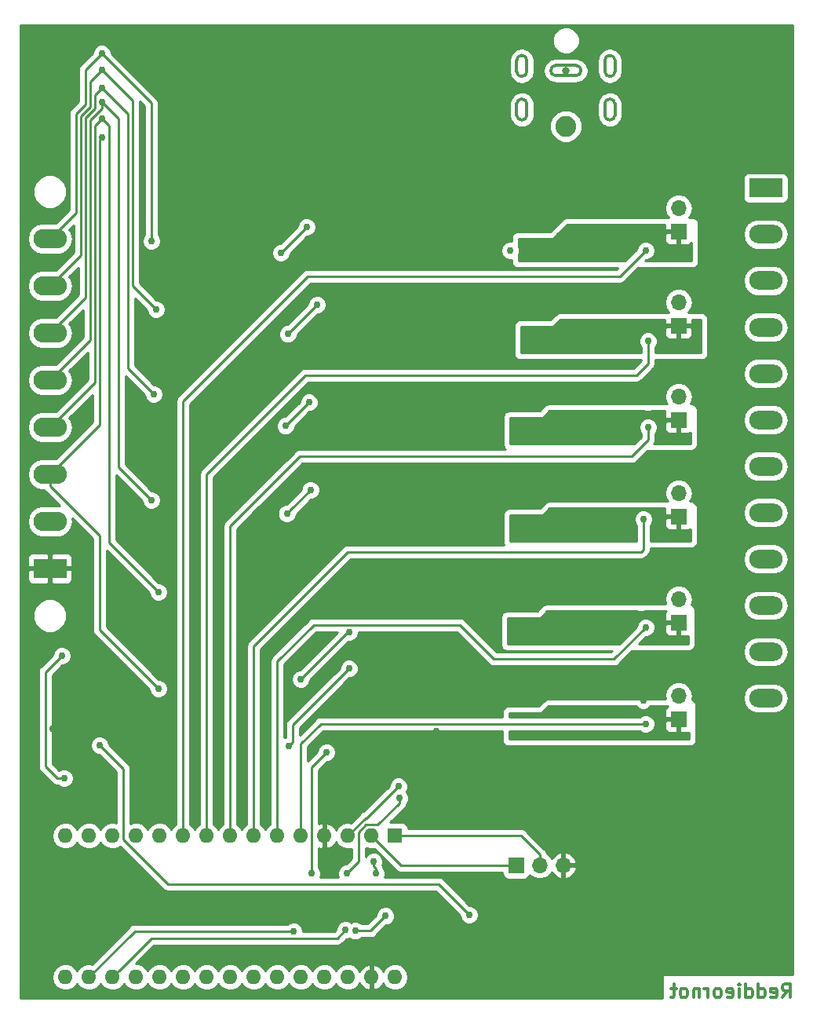
<source format=gbr>
G04 #@! TF.GenerationSoftware,KiCad,Pcbnew,(5.0.0)*
G04 #@! TF.CreationDate,2020-11-12T02:24:05-08:00*
G04 #@! TF.ProjectId,Valve_Driver_ArduinoNano,56616C76655F4472697665725F417264,rev?*
G04 #@! TF.SameCoordinates,Original*
G04 #@! TF.FileFunction,Copper,L2,Bot,Signal*
G04 #@! TF.FilePolarity,Positive*
%FSLAX46Y46*%
G04 Gerber Fmt 4.6, Leading zero omitted, Abs format (unit mm)*
G04 Created by KiCad (PCBNEW (5.0.0)) date 11/12/20 02:24:05*
%MOMM*%
%LPD*%
G01*
G04 APERTURE LIST*
G04 #@! TA.AperFunction,NonConductor*
%ADD10C,0.300000*%
G04 #@! TD*
G04 #@! TA.AperFunction,EtchedComponent*
%ADD11C,0.300000*%
G04 #@! TD*
G04 #@! TA.AperFunction,ComponentPad*
%ADD12R,3.600000X2.080000*%
G04 #@! TD*
G04 #@! TA.AperFunction,ComponentPad*
%ADD13O,3.600000X2.080000*%
G04 #@! TD*
G04 #@! TA.AperFunction,ComponentPad*
%ADD14R,3.600000X2.000000*%
G04 #@! TD*
G04 #@! TA.AperFunction,ComponentPad*
%ADD15O,3.600000X2.000000*%
G04 #@! TD*
G04 #@! TA.AperFunction,ComponentPad*
%ADD16O,1.700000X1.700000*%
G04 #@! TD*
G04 #@! TA.AperFunction,ComponentPad*
%ADD17R,1.700000X1.700000*%
G04 #@! TD*
G04 #@! TA.AperFunction,ComponentPad*
%ADD18C,2.250000*%
G04 #@! TD*
G04 #@! TA.AperFunction,ComponentPad*
%ADD19C,0.800000*%
G04 #@! TD*
G04 #@! TA.AperFunction,ComponentPad*
%ADD20O,1.600000X1.600000*%
G04 #@! TD*
G04 #@! TA.AperFunction,ComponentPad*
%ADD21R,1.600000X1.600000*%
G04 #@! TD*
G04 #@! TA.AperFunction,ViaPad*
%ADD22C,0.762000*%
G04 #@! TD*
G04 #@! TA.AperFunction,Conductor*
%ADD23C,0.254000*%
G04 #@! TD*
G04 APERTURE END LIST*
D10*
X112779285Y-145585571D02*
X113279285Y-144871285D01*
X113636428Y-145585571D02*
X113636428Y-144085571D01*
X113065000Y-144085571D01*
X112922142Y-144157000D01*
X112850714Y-144228428D01*
X112779285Y-144371285D01*
X112779285Y-144585571D01*
X112850714Y-144728428D01*
X112922142Y-144799857D01*
X113065000Y-144871285D01*
X113636428Y-144871285D01*
X111565000Y-145514142D02*
X111707857Y-145585571D01*
X111993571Y-145585571D01*
X112136428Y-145514142D01*
X112207857Y-145371285D01*
X112207857Y-144799857D01*
X112136428Y-144657000D01*
X111993571Y-144585571D01*
X111707857Y-144585571D01*
X111565000Y-144657000D01*
X111493571Y-144799857D01*
X111493571Y-144942714D01*
X112207857Y-145085571D01*
X110207857Y-145585571D02*
X110207857Y-144085571D01*
X110207857Y-145514142D02*
X110350714Y-145585571D01*
X110636428Y-145585571D01*
X110779285Y-145514142D01*
X110850714Y-145442714D01*
X110922142Y-145299857D01*
X110922142Y-144871285D01*
X110850714Y-144728428D01*
X110779285Y-144657000D01*
X110636428Y-144585571D01*
X110350714Y-144585571D01*
X110207857Y-144657000D01*
X108850714Y-145585571D02*
X108850714Y-144085571D01*
X108850714Y-145514142D02*
X108993571Y-145585571D01*
X109279285Y-145585571D01*
X109422142Y-145514142D01*
X109493571Y-145442714D01*
X109565000Y-145299857D01*
X109565000Y-144871285D01*
X109493571Y-144728428D01*
X109422142Y-144657000D01*
X109279285Y-144585571D01*
X108993571Y-144585571D01*
X108850714Y-144657000D01*
X108136428Y-145585571D02*
X108136428Y-144585571D01*
X108136428Y-144085571D02*
X108207857Y-144157000D01*
X108136428Y-144228428D01*
X108065000Y-144157000D01*
X108136428Y-144085571D01*
X108136428Y-144228428D01*
X106850714Y-145514142D02*
X106993571Y-145585571D01*
X107279285Y-145585571D01*
X107422142Y-145514142D01*
X107493571Y-145371285D01*
X107493571Y-144799857D01*
X107422142Y-144657000D01*
X107279285Y-144585571D01*
X106993571Y-144585571D01*
X106850714Y-144657000D01*
X106779285Y-144799857D01*
X106779285Y-144942714D01*
X107493571Y-145085571D01*
X105922142Y-145585571D02*
X106065000Y-145514142D01*
X106136428Y-145442714D01*
X106207857Y-145299857D01*
X106207857Y-144871285D01*
X106136428Y-144728428D01*
X106065000Y-144657000D01*
X105922142Y-144585571D01*
X105707857Y-144585571D01*
X105565000Y-144657000D01*
X105493571Y-144728428D01*
X105422142Y-144871285D01*
X105422142Y-145299857D01*
X105493571Y-145442714D01*
X105565000Y-145514142D01*
X105707857Y-145585571D01*
X105922142Y-145585571D01*
X104779285Y-145585571D02*
X104779285Y-144585571D01*
X104779285Y-144871285D02*
X104707857Y-144728428D01*
X104636428Y-144657000D01*
X104493571Y-144585571D01*
X104350714Y-144585571D01*
X103850714Y-144585571D02*
X103850714Y-145585571D01*
X103850714Y-144728428D02*
X103779285Y-144657000D01*
X103636428Y-144585571D01*
X103422142Y-144585571D01*
X103279285Y-144657000D01*
X103207857Y-144799857D01*
X103207857Y-145585571D01*
X102279285Y-145585571D02*
X102422142Y-145514142D01*
X102493571Y-145442714D01*
X102565000Y-145299857D01*
X102565000Y-144871285D01*
X102493571Y-144728428D01*
X102422142Y-144657000D01*
X102279285Y-144585571D01*
X102065000Y-144585571D01*
X101922142Y-144657000D01*
X101850714Y-144728428D01*
X101779285Y-144871285D01*
X101779285Y-145299857D01*
X101850714Y-145442714D01*
X101922142Y-145514142D01*
X102065000Y-145585571D01*
X102279285Y-145585571D01*
X101350714Y-144585571D02*
X100779285Y-144585571D01*
X101136428Y-144085571D02*
X101136428Y-145371285D01*
X101065000Y-145514142D01*
X100922142Y-145585571D01*
X100779285Y-145585571D01*
D11*
G04 #@! TO.C,J1*
X94191000Y-50978000D02*
G75*
G02X93641000Y-50428000I0J550000D01*
G01*
X94741000Y-50428000D02*
G75*
G02X94191000Y-50978000I-550000J0D01*
G01*
X94741000Y-49228000D02*
X94741000Y-50428000D01*
X94191000Y-48678000D02*
G75*
G02X94741000Y-49228000I0J-550000D01*
G01*
X93641000Y-49228000D02*
G75*
G02X94191000Y-48678000I550000J0D01*
G01*
X93641000Y-50428000D02*
X93641000Y-49228000D01*
X84691000Y-50978000D02*
G75*
G02X84141000Y-50428000I0J550000D01*
G01*
X85241000Y-50428000D02*
G75*
G02X84691000Y-50978000I-550000J0D01*
G01*
X85241000Y-49228000D02*
X85241000Y-50428000D01*
X84691000Y-48678000D02*
G75*
G02X85241000Y-49228000I0J-550000D01*
G01*
X84141000Y-49228000D02*
G75*
G02X84691000Y-48678000I550000J0D01*
G01*
X84141000Y-50428000D02*
X84141000Y-49228000D01*
X94191000Y-46278000D02*
G75*
G02X93641000Y-45728000I0J550000D01*
G01*
X94741000Y-45728000D02*
G75*
G02X94191000Y-46278000I-550000J0D01*
G01*
X94741000Y-44528000D02*
X94741000Y-45728000D01*
X94191000Y-43978000D02*
G75*
G02X94741000Y-44528000I0J-550000D01*
G01*
X93641000Y-44528000D02*
G75*
G02X94191000Y-43978000I550000J0D01*
G01*
X93641000Y-45728000D02*
X93641000Y-44528000D01*
X91091000Y-45628000D02*
G75*
G02X90541000Y-46178000I-550000J0D01*
G01*
X90541000Y-45078000D02*
G75*
G02X91091000Y-45628000I0J-550000D01*
G01*
X88341000Y-45078000D02*
X90541000Y-45078000D01*
X87791000Y-45628000D02*
G75*
G02X88341000Y-45078000I550000J0D01*
G01*
X88341000Y-46178000D02*
G75*
G02X87791000Y-45628000I0J550000D01*
G01*
X90541000Y-46178000D02*
X88341000Y-46178000D01*
X84691000Y-46278000D02*
G75*
G02X84141000Y-45728000I0J550000D01*
G01*
X85241000Y-45728000D02*
G75*
G02X84691000Y-46278000I-550000J0D01*
G01*
X85241000Y-44528000D02*
X85241000Y-45728000D01*
X84691000Y-43978000D02*
G75*
G02X85241000Y-44528000I0J-550000D01*
G01*
X84141000Y-44528000D02*
G75*
G02X84691000Y-43978000I550000J0D01*
G01*
X84141000Y-45728000D02*
X84141000Y-44528000D01*
G04 #@! TD*
D12*
G04 #@! TO.P,J10,1*
G04 #@! TO.N,GND*
X33782000Y-99314000D03*
D13*
G04 #@! TO.P,J10,2*
G04 #@! TO.N,/VALVE_V*
X33782000Y-94234000D03*
G04 #@! TO.P,J10,3*
G04 #@! TO.N,/AIR_D_On*
X33782000Y-89154000D03*
G04 #@! TO.P,J10,4*
G04 #@! TO.N,/FWB_On*
X33782000Y-84074000D03*
G04 #@! TO.P,J10,5*
G04 #@! TO.N,/FWA_On*
X33782000Y-78994000D03*
G04 #@! TO.P,J10,6*
G04 #@! TO.N,/Pur_On*
X33782000Y-73914000D03*
G04 #@! TO.P,J10,7*
G04 #@! TO.N,/EQ_On*
X33782000Y-68834000D03*
G04 #@! TO.P,J10,8*
G04 #@! TO.N,/OCD_On*
X33782000Y-63754000D03*
G04 #@! TD*
D14*
G04 #@! TO.P,J7,1*
G04 #@! TO.N,/OCD_RTN*
X110998000Y-58284000D03*
D15*
G04 #@! TO.P,J7,2*
G04 #@! TO.N,/OCD_VALVE*
X110998000Y-63284000D03*
G04 #@! TO.P,J7,3*
G04 #@! TO.N,/EQ_RTN*
X110998000Y-68284000D03*
G04 #@! TO.P,J7,4*
G04 #@! TO.N,/EQ_VALVE*
X110998000Y-73284000D03*
G04 #@! TO.P,J7,5*
G04 #@! TO.N,/PUR_RTN*
X110998000Y-78284000D03*
G04 #@! TO.P,J7,6*
G04 #@! TO.N,/PUR_VALVE*
X110998000Y-83284000D03*
G04 #@! TO.P,J7,7*
G04 #@! TO.N,/FWA_RTN*
X110998000Y-88284000D03*
G04 #@! TO.P,J7,8*
G04 #@! TO.N,/FWA_VALVE*
X110998000Y-93284000D03*
G04 #@! TO.P,J7,9*
G04 #@! TO.N,/FWB_RTN*
X110998000Y-98284000D03*
G04 #@! TO.P,J7,10*
G04 #@! TO.N,/FWB_VALVE*
X110998000Y-103284000D03*
G04 #@! TO.P,J7,11*
G04 #@! TO.N,/AIR_D_RTN*
X110998000Y-108284000D03*
G04 #@! TO.P,J7,12*
G04 #@! TO.N,/AIR_D_VALVE*
X110998000Y-113284000D03*
G04 #@! TD*
D16*
G04 #@! TO.P,J5,2*
G04 #@! TO.N,/AIR_D_RTN*
X101600000Y-113030000D03*
D17*
G04 #@! TO.P,J5,1*
G04 #@! TO.N,/AIR_D_VALVE*
X101600000Y-115570000D03*
G04 #@! TD*
G04 #@! TO.P,J3,1*
G04 #@! TO.N,/FWA_VALVE*
X101600000Y-93726000D03*
D16*
G04 #@! TO.P,J3,2*
G04 #@! TO.N,/FWA_RTN*
X101600000Y-91186000D03*
G04 #@! TD*
G04 #@! TO.P,J4,2*
G04 #@! TO.N,/FWB_RTN*
X101600000Y-102616000D03*
D17*
G04 #@! TO.P,J4,1*
G04 #@! TO.N,/FWB_VALVE*
X101600000Y-105156000D03*
G04 #@! TD*
G04 #@! TO.P,J9,1*
G04 #@! TO.N,/PUR_VALVE*
X101600000Y-83312000D03*
D16*
G04 #@! TO.P,J9,2*
G04 #@! TO.N,/PUR_RTN*
X101600000Y-80772000D03*
G04 #@! TD*
G04 #@! TO.P,J8,2*
G04 #@! TO.N,/EQ_RTN*
X101600000Y-70612000D03*
D17*
G04 #@! TO.P,J8,1*
G04 #@! TO.N,/EQ_VALVE*
X101600000Y-73152000D03*
G04 #@! TD*
G04 #@! TO.P,J6,1*
G04 #@! TO.N,/OCD_VALVE*
X101600000Y-62992000D03*
D16*
G04 #@! TO.P,J6,2*
G04 #@! TO.N,/OCD_RTN*
X101600000Y-60452000D03*
G04 #@! TD*
D18*
G04 #@! TO.P,J1,1*
G04 #@! TO.N,/INPUT_POWER*
X89441000Y-51628000D03*
D19*
G04 #@! TO.P,J1,2*
G04 #@! TO.N,GND*
X89441000Y-45628000D03*
G04 #@! TD*
D16*
G04 #@! TO.P,J2,3*
G04 #@! TO.N,GND*
X89154000Y-131318000D03*
G04 #@! TO.P,J2,2*
G04 #@! TO.N,/TX*
X86614000Y-131318000D03*
D17*
G04 #@! TO.P,J2,1*
G04 #@! TO.N,/RX*
X84074000Y-131318000D03*
G04 #@! TD*
D20*
G04 #@! TO.P,A1,16*
G04 #@! TO.N,/OCD_On*
X35433000Y-143383000D03*
G04 #@! TO.P,A1,15*
G04 #@! TO.N,/EQ_On*
X35433000Y-128143000D03*
G04 #@! TO.P,A1,30*
G04 #@! TO.N,+12V*
X70993000Y-143383000D03*
G04 #@! TO.P,A1,14*
G04 #@! TO.N,/Pur_On*
X37973000Y-128143000D03*
G04 #@! TO.P,A1,29*
G04 #@! TO.N,GND*
X68453000Y-143383000D03*
G04 #@! TO.P,A1,13*
G04 #@! TO.N,/FWA_On*
X40513000Y-128143000D03*
G04 #@! TO.P,A1,28*
G04 #@! TO.N,Net-(A1-Pad28)*
X65913000Y-143383000D03*
G04 #@! TO.P,A1,12*
G04 #@! TO.N,/FWB_On*
X43053000Y-128143000D03*
G04 #@! TO.P,A1,27*
G04 #@! TO.N,Net-(A1-Pad27)*
X63373000Y-143383000D03*
G04 #@! TO.P,A1,11*
G04 #@! TO.N,/AIR_D_On*
X45593000Y-128143000D03*
G04 #@! TO.P,A1,26*
G04 #@! TO.N,Net-(A1-Pad26)*
X60833000Y-143383000D03*
G04 #@! TO.P,A1,10*
G04 #@! TO.N,/OCD_Hit*
X48133000Y-128143000D03*
G04 #@! TO.P,A1,25*
G04 #@! TO.N,/AIR_D_CURR*
X58293000Y-143383000D03*
G04 #@! TO.P,A1,9*
G04 #@! TO.N,/EQ_Hit*
X50673000Y-128143000D03*
G04 #@! TO.P,A1,24*
G04 #@! TO.N,/FWB_CURR*
X55753000Y-143383000D03*
G04 #@! TO.P,A1,8*
G04 #@! TO.N,/PUR_Hit*
X53213000Y-128143000D03*
G04 #@! TO.P,A1,23*
G04 #@! TO.N,/FWA_CURR*
X53213000Y-143383000D03*
G04 #@! TO.P,A1,7*
G04 #@! TO.N,/FWA_Hit*
X55753000Y-128143000D03*
G04 #@! TO.P,A1,22*
G04 #@! TO.N,/PUR_CURR*
X50673000Y-143383000D03*
G04 #@! TO.P,A1,6*
G04 #@! TO.N,/FWB_Hit*
X58293000Y-128143000D03*
G04 #@! TO.P,A1,21*
G04 #@! TO.N,/EQ_CURR*
X48133000Y-143383000D03*
G04 #@! TO.P,A1,5*
G04 #@! TO.N,/AIR_D_Hit*
X60833000Y-128143000D03*
G04 #@! TO.P,A1,20*
G04 #@! TO.N,/OCD_CURR*
X45593000Y-143383000D03*
G04 #@! TO.P,A1,4*
G04 #@! TO.N,GND*
X63373000Y-128143000D03*
G04 #@! TO.P,A1,19*
G04 #@! TO.N,/VALVE_V*
X43053000Y-143383000D03*
G04 #@! TO.P,A1,3*
G04 #@! TO.N,Net-(A1-Pad28)*
X65913000Y-128143000D03*
G04 #@! TO.P,A1,18*
G04 #@! TO.N,Net-(A1-Pad18)*
X40513000Y-143383000D03*
G04 #@! TO.P,A1,2*
G04 #@! TO.N,/RX*
X68453000Y-128143000D03*
G04 #@! TO.P,A1,17*
G04 #@! TO.N,Net-(A1-Pad17)*
X37973000Y-143383000D03*
D21*
G04 #@! TO.P,A1,1*
G04 #@! TO.N,/TX*
X70993000Y-128143000D03*
G04 #@! TD*
D22*
G04 #@! TO.N,*
X83439000Y-65024000D03*
G04 #@! TO.N,Net-(A1-Pad17)*
X63627000Y-119126000D03*
X61976000Y-132207000D03*
X60071000Y-138430000D03*
G04 #@! TO.N,Net-(A1-Pad18)*
X71501000Y-124079000D03*
X65786000Y-132207000D03*
X65659000Y-138303000D03*
G04 #@! TO.N,Net-(A1-Pad28)*
X71374000Y-122809000D03*
X66712999Y-138392001D03*
X66712999Y-138392001D03*
X69977000Y-136779000D03*
X68961000Y-132207000D03*
X68707000Y-130937000D03*
G04 #@! TO.N,/FWA_CURR*
X61879823Y-90835823D03*
X59339823Y-93375823D03*
G04 #@! TO.N,/FWB_CURR*
X60833000Y-111251992D03*
X66039998Y-106172000D03*
G04 #@! TO.N,/OCD_CURR*
X58674000Y-65278000D03*
X61468000Y-62484000D03*
G04 #@! TO.N,/PUR_CURR*
X59182000Y-83947000D03*
X61722000Y-81407000D03*
G04 #@! TO.N,/EQ_CURR*
X59436000Y-74041000D03*
X62611000Y-70866000D03*
G04 #@! TO.N,/AIR_D_CURR*
X59583724Y-118435722D03*
X66040000Y-110109000D03*
G04 #@! TO.N,/FWA_Hit*
X97790000Y-93980000D03*
G04 #@! TO.N,/FWB_Hit*
X98044000Y-105664000D03*
G04 #@! TO.N,/OCD_Hit*
X98044000Y-65024000D03*
G04 #@! TO.N,/EQ_Hit*
X98298000Y-74803000D03*
G04 #@! TO.N,/PUR_Hit*
X98298000Y-84074000D03*
G04 #@! TO.N,/AIR_D_Hit*
X98044000Y-116078000D03*
G04 #@! TO.N,GND*
X75262000Y-65327000D03*
X69469000Y-61849000D03*
X69596000Y-70104000D03*
X75438000Y-74422000D03*
X56102000Y-68040000D03*
X56134000Y-76454000D03*
X56642000Y-85852000D03*
X97790000Y-113538000D03*
X61214000Y-49276000D03*
X55880000Y-54610000D03*
X55118000Y-42418000D03*
X69850000Y-100838000D03*
X68846560Y-111431794D03*
X75438000Y-106680000D03*
X75438000Y-116840010D03*
X45974021Y-116840000D03*
X34036000Y-116586000D03*
X39233588Y-117211588D03*
X31242000Y-110744000D03*
X37084000Y-121666000D03*
X37084000Y-108712000D03*
X77724000Y-120523000D03*
X98171000Y-60960000D03*
X56815818Y-95899828D03*
X98425000Y-71120000D03*
X69850000Y-79502000D03*
X74675351Y-83886004D03*
X54896677Y-103664677D03*
X69596000Y-89662000D03*
X98298000Y-81406998D03*
X97536000Y-102997000D03*
X97409000Y-91694000D03*
X76200000Y-95123000D03*
X97409000Y-47244000D03*
X79248000Y-43180000D03*
G04 #@! TO.N,/INPUT_POWER*
X39116000Y-118364000D03*
X78994000Y-136652000D03*
G04 #@! TO.N,/AIR_D_VALVE*
X85852000Y-117094000D03*
X84836000Y-117094000D03*
X83820000Y-117094000D03*
G04 #@! TO.N,/FWB_VALVE*
X85725000Y-106807000D03*
X84709000Y-106807000D03*
X83693000Y-106807000D03*
G04 #@! TO.N,/FWA_VALVE*
X85979000Y-95758000D03*
X84963000Y-95758000D03*
X83947000Y-95758000D03*
G04 #@! TO.N,/OCD_VALVE*
X86741000Y-65278000D03*
X84709000Y-65278000D03*
X85725000Y-65278000D03*
G04 #@! TO.N,/EQ_VALVE*
X84836000Y-75184000D03*
X86995000Y-75184000D03*
X85979000Y-75184000D03*
G04 #@! TO.N,/PUR_VALVE*
X85979000Y-85217000D03*
X84963000Y-85217000D03*
X83947000Y-85217000D03*
G04 #@! TO.N,Net-(C11-Pad1)*
X35052000Y-108712000D03*
X35306000Y-121920000D03*
G04 #@! TO.N,/AIR_D_On*
X39370054Y-52832000D03*
X45466010Y-112268000D03*
G04 #@! TO.N,/OCD_On*
X39370000Y-43815000D03*
X44704000Y-64008000D03*
G04 #@! TO.N,/FWB_On*
X39370000Y-50800000D03*
X45466000Y-101854000D03*
G04 #@! TO.N,/EQ_On*
X39370000Y-45592988D03*
X45212000Y-71374000D03*
G04 #@! TO.N,/Pur_On*
X39369994Y-47498000D03*
X44958000Y-80518000D03*
G04 #@! TO.N,/FWA_On*
X39370000Y-49022000D03*
X44704000Y-91948000D03*
G04 #@! TD*
D23*
G04 #@! TO.N,/TX*
X84641081Y-128143000D02*
X70993000Y-128143000D01*
X86614000Y-131318000D02*
X86614000Y-130115919D01*
X86614000Y-130115919D02*
X84641081Y-128143000D01*
G04 #@! TO.N,Net-(A1-Pad17)*
X62014001Y-120738999D02*
X62014001Y-131152999D01*
X63627000Y-119126000D02*
X62014001Y-120738999D01*
X62014001Y-131152999D02*
X61976000Y-131191000D01*
X61976000Y-131191000D02*
X61976000Y-132207000D01*
X42926000Y-138430000D02*
X37973000Y-143383000D01*
X60071000Y-138430000D02*
X42926000Y-138430000D01*
G04 #@! TO.N,/RX*
X71628000Y-131318000D02*
X68453000Y-128143000D01*
X84074000Y-131318000D02*
X71628000Y-131318000D01*
G04 #@! TO.N,Net-(A1-Pad18)*
X67094001Y-127754117D02*
X67094001Y-130898999D01*
X67886119Y-126961999D02*
X67094001Y-127754117D01*
X69156816Y-126961999D02*
X67886119Y-126961999D01*
X71501000Y-124079000D02*
X71501000Y-124617815D01*
X71501000Y-124617815D02*
X69156816Y-126961999D01*
X67094001Y-130898999D02*
X65786000Y-132207000D01*
X41312999Y-142583001D02*
X40513000Y-143383000D01*
X44703999Y-139192001D02*
X41312999Y-142583001D01*
X64769999Y-139192001D02*
X44703999Y-139192001D01*
X65659000Y-138303000D02*
X64769999Y-139192001D01*
G04 #@! TO.N,Net-(A1-Pad28)*
X71374000Y-122809000D02*
X67945000Y-126238000D01*
X67818000Y-126238000D02*
X65913000Y-128143000D01*
X67945000Y-126238000D02*
X67818000Y-126238000D01*
X66712999Y-138392001D02*
X68363999Y-138392001D01*
X68363999Y-138392001D02*
X69977000Y-136779000D01*
X68961000Y-131668185D02*
X68707000Y-131414185D01*
X68961000Y-132207000D02*
X68961000Y-131668185D01*
X68707000Y-131414185D02*
X68707000Y-130937000D01*
G04 #@! TO.N,/FWA_CURR*
X59339823Y-93375823D02*
X59720822Y-92994824D01*
X59720822Y-92994824D02*
X61879823Y-90835823D01*
G04 #@! TO.N,/FWB_CURR*
X60833000Y-111251992D02*
X65912992Y-106172000D01*
X65912992Y-106172000D02*
X66039998Y-106172000D01*
G04 #@! TO.N,/OCD_CURR*
X58674000Y-65278000D02*
X61468000Y-62484000D01*
G04 #@! TO.N,/PUR_CURR*
X59182000Y-83947000D02*
X61722000Y-81407000D01*
G04 #@! TO.N,/EQ_CURR*
X59436000Y-74041000D02*
X62611000Y-70866000D01*
G04 #@! TO.N,/AIR_D_CURR*
X59964723Y-118054723D02*
X59964723Y-116184277D01*
X59583724Y-118435722D02*
X59964723Y-118054723D01*
X59964723Y-116184277D02*
X66040000Y-110109000D01*
G04 #@! TO.N,/FWA_Hit*
X97790000Y-97282000D02*
X97790000Y-93980000D01*
X97536000Y-97536000D02*
X97790000Y-97282000D01*
X65913000Y-97536000D02*
X97536000Y-97536000D01*
X55753000Y-128143000D02*
X55753000Y-107696000D01*
X55753000Y-107696000D02*
X65913000Y-97536000D01*
G04 #@! TO.N,/FWB_Hit*
X94615000Y-109093000D02*
X98044000Y-105664000D01*
X81661000Y-109093000D02*
X94615000Y-109093000D01*
X77978000Y-105410000D02*
X81661000Y-109093000D01*
X62230000Y-105410000D02*
X77978000Y-105410000D01*
X58293000Y-128143000D02*
X58293000Y-109347000D01*
X58293000Y-109347000D02*
X62230000Y-105410000D01*
G04 #@! TO.N,/OCD_Hit*
X95250000Y-67818000D02*
X98044000Y-65024000D01*
X61595000Y-67818000D02*
X95250000Y-67818000D01*
X48133000Y-128143000D02*
X48133000Y-81280000D01*
X48133000Y-81280000D02*
X61595000Y-67818000D01*
G04 #@! TO.N,/EQ_Hit*
X98298000Y-77216000D02*
X98298000Y-74803000D01*
X97028000Y-78486000D02*
X98298000Y-77216000D01*
X61341000Y-78486000D02*
X97028000Y-78486000D01*
X50673000Y-128143000D02*
X50673000Y-89154000D01*
X50673000Y-89154000D02*
X61341000Y-78486000D01*
G04 #@! TO.N,/PUR_Hit*
X98298000Y-85471000D02*
X98298000Y-84074000D01*
X96520000Y-87249000D02*
X98298000Y-85471000D01*
X60706000Y-87249000D02*
X96520000Y-87249000D01*
X53213000Y-128143000D02*
X53213000Y-94742000D01*
X53213000Y-94742000D02*
X60706000Y-87249000D01*
G04 #@! TO.N,/AIR_D_Hit*
X62992000Y-116078000D02*
X98044000Y-116078000D01*
X60833000Y-128143000D02*
X60833000Y-118237000D01*
X60833000Y-118237000D02*
X62992000Y-116078000D01*
G04 #@! TO.N,/INPUT_POWER*
X75692000Y-133350000D02*
X78994000Y-136652000D01*
X46512118Y-133350000D02*
X75692000Y-133350000D01*
X41694001Y-128531883D02*
X46512118Y-133350000D01*
X39116000Y-118364000D02*
X41694001Y-120942001D01*
X41694001Y-120942001D02*
X41694001Y-128531883D01*
G04 #@! TO.N,Net-(C11-Pad1)*
X33273999Y-110490001D02*
X33273999Y-120649999D01*
X35052000Y-108712000D02*
X33273999Y-110490001D01*
X33273999Y-120649999D02*
X34544000Y-121920000D01*
X34544000Y-121920000D02*
X35306000Y-121920000D01*
G04 #@! TO.N,/AIR_D_On*
X39116000Y-53086054D02*
X39370054Y-52832000D01*
X39116000Y-83820000D02*
X39116000Y-53086054D01*
X33782000Y-89154000D02*
X39116000Y-83820000D01*
X45085011Y-111887001D02*
X45466010Y-112268000D01*
X39116000Y-95782000D02*
X39116000Y-105917990D01*
X33782000Y-90448000D02*
X39116000Y-95782000D01*
X39116000Y-105917990D02*
X45085011Y-111887001D01*
X33782000Y-89154000D02*
X33782000Y-90448000D01*
G04 #@! TO.N,/OCD_On*
X37591967Y-49294963D02*
X36575947Y-50310983D01*
X39370000Y-43815000D02*
X37591967Y-45593033D01*
X36575947Y-50310983D02*
X36575947Y-60960053D01*
X36575947Y-60960053D02*
X33782000Y-63754000D01*
X37591967Y-45593033D02*
X37591967Y-49294963D01*
X44704000Y-63469185D02*
X44704000Y-64008000D01*
X39370000Y-43815000D02*
X44704000Y-49149000D01*
X44704000Y-49149000D02*
X44704000Y-63469185D01*
G04 #@! TO.N,/FWB_On*
X33782000Y-84074000D02*
X38607989Y-79248011D01*
X38607989Y-51562011D02*
X39370000Y-50800000D01*
X38607989Y-79248011D02*
X38607989Y-51562011D01*
X40132055Y-96520055D02*
X45466000Y-101854000D01*
X39370000Y-50800000D02*
X40132055Y-51562055D01*
X40132055Y-51562055D02*
X40132055Y-96520055D01*
G04 #@! TO.N,/EQ_On*
X33782000Y-68834000D02*
X37083956Y-65532044D01*
X38099978Y-46863010D02*
X39370000Y-45592988D01*
X38099978Y-49505388D02*
X38099978Y-46863010D01*
X37083956Y-50521410D02*
X38099978Y-49505388D01*
X37083956Y-65532044D02*
X37083956Y-50521410D01*
X42672000Y-48894988D02*
X42672000Y-68834000D01*
X39370000Y-45592988D02*
X42672000Y-48894988D01*
X42672000Y-68834000D02*
X45212000Y-71374000D01*
G04 #@! TO.N,/Pur_On*
X38607989Y-48260005D02*
X39369994Y-47498000D01*
X38607989Y-49715813D02*
X38607989Y-48260005D01*
X37591967Y-50731835D02*
X38607989Y-49715813D01*
X37591967Y-70104033D02*
X37591967Y-50731835D01*
X33782000Y-73914000D02*
X37591967Y-70104033D01*
X42163990Y-50291996D02*
X42163990Y-77723990D01*
X39369994Y-47498000D02*
X42163990Y-50291996D01*
X42163990Y-77723990D02*
X44958000Y-80518000D01*
G04 #@! TO.N,/FWA_On*
X38099978Y-74676022D02*
X38099978Y-50942260D01*
X39370000Y-49672238D02*
X39370000Y-49022000D01*
X33782000Y-78994000D02*
X38099978Y-74676022D01*
X38099978Y-50942260D02*
X39370000Y-49672238D01*
X39370000Y-49022000D02*
X41148000Y-50800000D01*
X41148000Y-88392000D02*
X44323001Y-91567001D01*
X44323001Y-91567001D02*
X44704000Y-91948000D01*
X41148000Y-50800000D02*
X41148000Y-88392000D01*
G04 #@! TD*
G04 #@! TO.N,GND*
G36*
X113919000Y-143117000D02*
X99851429Y-143117000D01*
X99851429Y-145669000D01*
X30607000Y-145669000D01*
X30607000Y-143383000D01*
X33969887Y-143383000D01*
X34081260Y-143942909D01*
X34398423Y-144417577D01*
X34873091Y-144734740D01*
X35291667Y-144818000D01*
X35574333Y-144818000D01*
X35992909Y-144734740D01*
X36467577Y-144417577D01*
X36703000Y-144065242D01*
X36938423Y-144417577D01*
X37413091Y-144734740D01*
X37831667Y-144818000D01*
X38114333Y-144818000D01*
X38532909Y-144734740D01*
X39007577Y-144417577D01*
X39243000Y-144065242D01*
X39478423Y-144417577D01*
X39953091Y-144734740D01*
X40371667Y-144818000D01*
X40654333Y-144818000D01*
X41072909Y-144734740D01*
X41547577Y-144417577D01*
X41783000Y-144065242D01*
X42018423Y-144417577D01*
X42493091Y-144734740D01*
X42911667Y-144818000D01*
X43194333Y-144818000D01*
X43612909Y-144734740D01*
X44087577Y-144417577D01*
X44323000Y-144065242D01*
X44558423Y-144417577D01*
X45033091Y-144734740D01*
X45451667Y-144818000D01*
X45734333Y-144818000D01*
X46152909Y-144734740D01*
X46627577Y-144417577D01*
X46863000Y-144065242D01*
X47098423Y-144417577D01*
X47573091Y-144734740D01*
X47991667Y-144818000D01*
X48274333Y-144818000D01*
X48692909Y-144734740D01*
X49167577Y-144417577D01*
X49403000Y-144065242D01*
X49638423Y-144417577D01*
X50113091Y-144734740D01*
X50531667Y-144818000D01*
X50814333Y-144818000D01*
X51232909Y-144734740D01*
X51707577Y-144417577D01*
X51943000Y-144065242D01*
X52178423Y-144417577D01*
X52653091Y-144734740D01*
X53071667Y-144818000D01*
X53354333Y-144818000D01*
X53772909Y-144734740D01*
X54247577Y-144417577D01*
X54483000Y-144065242D01*
X54718423Y-144417577D01*
X55193091Y-144734740D01*
X55611667Y-144818000D01*
X55894333Y-144818000D01*
X56312909Y-144734740D01*
X56787577Y-144417577D01*
X57023000Y-144065242D01*
X57258423Y-144417577D01*
X57733091Y-144734740D01*
X58151667Y-144818000D01*
X58434333Y-144818000D01*
X58852909Y-144734740D01*
X59327577Y-144417577D01*
X59563000Y-144065242D01*
X59798423Y-144417577D01*
X60273091Y-144734740D01*
X60691667Y-144818000D01*
X60974333Y-144818000D01*
X61392909Y-144734740D01*
X61867577Y-144417577D01*
X62103000Y-144065242D01*
X62338423Y-144417577D01*
X62813091Y-144734740D01*
X63231667Y-144818000D01*
X63514333Y-144818000D01*
X63932909Y-144734740D01*
X64407577Y-144417577D01*
X64643000Y-144065242D01*
X64878423Y-144417577D01*
X65353091Y-144734740D01*
X65771667Y-144818000D01*
X66054333Y-144818000D01*
X66472909Y-144734740D01*
X66947577Y-144417577D01*
X67203947Y-144033892D01*
X67300611Y-144238134D01*
X67715577Y-144614041D01*
X68103961Y-144774904D01*
X68326000Y-144652915D01*
X68326000Y-143510000D01*
X68306000Y-143510000D01*
X68306000Y-143256000D01*
X68326000Y-143256000D01*
X68326000Y-142113085D01*
X68580000Y-142113085D01*
X68580000Y-143256000D01*
X68600000Y-143256000D01*
X68600000Y-143510000D01*
X68580000Y-143510000D01*
X68580000Y-144652915D01*
X68802039Y-144774904D01*
X69190423Y-144614041D01*
X69605389Y-144238134D01*
X69702053Y-144033892D01*
X69958423Y-144417577D01*
X70433091Y-144734740D01*
X70851667Y-144818000D01*
X71134333Y-144818000D01*
X71552909Y-144734740D01*
X72027577Y-144417577D01*
X72344740Y-143942909D01*
X72456113Y-143383000D01*
X72344740Y-142823091D01*
X72027577Y-142348423D01*
X71552909Y-142031260D01*
X71134333Y-141948000D01*
X70851667Y-141948000D01*
X70433091Y-142031260D01*
X69958423Y-142348423D01*
X69702053Y-142732108D01*
X69605389Y-142527866D01*
X69190423Y-142151959D01*
X68802039Y-141991096D01*
X68580000Y-142113085D01*
X68326000Y-142113085D01*
X68103961Y-141991096D01*
X67715577Y-142151959D01*
X67300611Y-142527866D01*
X67203947Y-142732108D01*
X66947577Y-142348423D01*
X66472909Y-142031260D01*
X66054333Y-141948000D01*
X65771667Y-141948000D01*
X65353091Y-142031260D01*
X64878423Y-142348423D01*
X64643000Y-142700758D01*
X64407577Y-142348423D01*
X63932909Y-142031260D01*
X63514333Y-141948000D01*
X63231667Y-141948000D01*
X62813091Y-142031260D01*
X62338423Y-142348423D01*
X62103000Y-142700758D01*
X61867577Y-142348423D01*
X61392909Y-142031260D01*
X60974333Y-141948000D01*
X60691667Y-141948000D01*
X60273091Y-142031260D01*
X59798423Y-142348423D01*
X59563000Y-142700758D01*
X59327577Y-142348423D01*
X58852909Y-142031260D01*
X58434333Y-141948000D01*
X58151667Y-141948000D01*
X57733091Y-142031260D01*
X57258423Y-142348423D01*
X57023000Y-142700758D01*
X56787577Y-142348423D01*
X56312909Y-142031260D01*
X55894333Y-141948000D01*
X55611667Y-141948000D01*
X55193091Y-142031260D01*
X54718423Y-142348423D01*
X54483000Y-142700758D01*
X54247577Y-142348423D01*
X53772909Y-142031260D01*
X53354333Y-141948000D01*
X53071667Y-141948000D01*
X52653091Y-142031260D01*
X52178423Y-142348423D01*
X51943000Y-142700758D01*
X51707577Y-142348423D01*
X51232909Y-142031260D01*
X50814333Y-141948000D01*
X50531667Y-141948000D01*
X50113091Y-142031260D01*
X49638423Y-142348423D01*
X49403000Y-142700758D01*
X49167577Y-142348423D01*
X48692909Y-142031260D01*
X48274333Y-141948000D01*
X47991667Y-141948000D01*
X47573091Y-142031260D01*
X47098423Y-142348423D01*
X46863000Y-142700758D01*
X46627577Y-142348423D01*
X46152909Y-142031260D01*
X45734333Y-141948000D01*
X45451667Y-141948000D01*
X45033091Y-142031260D01*
X44558423Y-142348423D01*
X44323000Y-142700758D01*
X44087577Y-142348423D01*
X43612909Y-142031260D01*
X43194333Y-141948000D01*
X43025630Y-141948000D01*
X45019630Y-139954001D01*
X64694956Y-139954001D01*
X64769999Y-139968928D01*
X64845042Y-139954001D01*
X64845047Y-139954001D01*
X65067316Y-139909789D01*
X65319370Y-139741372D01*
X65361882Y-139677748D01*
X65720630Y-139319000D01*
X65861095Y-139319000D01*
X66102969Y-139218813D01*
X66137481Y-139253325D01*
X66510904Y-139408001D01*
X66915094Y-139408001D01*
X67288517Y-139253325D01*
X67387841Y-139154001D01*
X68288956Y-139154001D01*
X68363999Y-139168928D01*
X68439042Y-139154001D01*
X68439047Y-139154001D01*
X68661316Y-139109789D01*
X68913370Y-138941372D01*
X68955882Y-138877748D01*
X70038631Y-137795000D01*
X70179095Y-137795000D01*
X70552518Y-137640324D01*
X70838324Y-137354518D01*
X70993000Y-136981095D01*
X70993000Y-136576905D01*
X70838324Y-136203482D01*
X70552518Y-135917676D01*
X70179095Y-135763000D01*
X69774905Y-135763000D01*
X69401482Y-135917676D01*
X69115676Y-136203482D01*
X68961000Y-136576905D01*
X68961000Y-136717369D01*
X68048369Y-137630001D01*
X67387841Y-137630001D01*
X67288517Y-137530677D01*
X66915094Y-137376001D01*
X66510904Y-137376001D01*
X66269030Y-137476188D01*
X66234518Y-137441676D01*
X65861095Y-137287000D01*
X65456905Y-137287000D01*
X65083482Y-137441676D01*
X64797676Y-137727482D01*
X64643000Y-138100905D01*
X64643000Y-138241370D01*
X64454369Y-138430001D01*
X61087000Y-138430001D01*
X61087000Y-138227905D01*
X60932324Y-137854482D01*
X60646518Y-137568676D01*
X60273095Y-137414000D01*
X59868905Y-137414000D01*
X59495482Y-137568676D01*
X59396158Y-137668000D01*
X43001047Y-137668000D01*
X42926000Y-137653072D01*
X42850953Y-137668000D01*
X42850952Y-137668000D01*
X42628683Y-137712212D01*
X42376629Y-137880629D01*
X42334118Y-137944251D01*
X38294527Y-141983843D01*
X38114333Y-141948000D01*
X37831667Y-141948000D01*
X37413091Y-142031260D01*
X36938423Y-142348423D01*
X36703000Y-142700758D01*
X36467577Y-142348423D01*
X35992909Y-142031260D01*
X35574333Y-141948000D01*
X35291667Y-141948000D01*
X34873091Y-142031260D01*
X34398423Y-142348423D01*
X34081260Y-142823091D01*
X33969887Y-143383000D01*
X30607000Y-143383000D01*
X30607000Y-128143000D01*
X33969887Y-128143000D01*
X34081260Y-128702909D01*
X34398423Y-129177577D01*
X34873091Y-129494740D01*
X35291667Y-129578000D01*
X35574333Y-129578000D01*
X35992909Y-129494740D01*
X36467577Y-129177577D01*
X36703000Y-128825242D01*
X36938423Y-129177577D01*
X37413091Y-129494740D01*
X37831667Y-129578000D01*
X38114333Y-129578000D01*
X38532909Y-129494740D01*
X39007577Y-129177577D01*
X39243000Y-128825242D01*
X39478423Y-129177577D01*
X39953091Y-129494740D01*
X40371667Y-129578000D01*
X40654333Y-129578000D01*
X41072909Y-129494740D01*
X41376425Y-129291937D01*
X45920235Y-133835748D01*
X45962747Y-133899371D01*
X46026369Y-133941882D01*
X46214799Y-134067787D01*
X46214800Y-134067787D01*
X46214801Y-134067788D01*
X46437070Y-134112000D01*
X46437074Y-134112000D01*
X46512117Y-134126927D01*
X46587160Y-134112000D01*
X75376370Y-134112000D01*
X77978000Y-136713631D01*
X77978000Y-136854095D01*
X78132676Y-137227518D01*
X78418482Y-137513324D01*
X78791905Y-137668000D01*
X79196095Y-137668000D01*
X79569518Y-137513324D01*
X79855324Y-137227518D01*
X80010000Y-136854095D01*
X80010000Y-136449905D01*
X79855324Y-136076482D01*
X79569518Y-135790676D01*
X79196095Y-135636000D01*
X79055631Y-135636000D01*
X76283883Y-132864253D01*
X76241371Y-132800629D01*
X75989317Y-132632212D01*
X75767048Y-132588000D01*
X75767043Y-132588000D01*
X75692000Y-132573073D01*
X75616957Y-132588000D01*
X69902896Y-132588000D01*
X69977000Y-132409095D01*
X69977000Y-132004905D01*
X69822324Y-131631482D01*
X69707859Y-131517017D01*
X69678788Y-131370868D01*
X69646817Y-131323019D01*
X69723000Y-131139095D01*
X69723000Y-130734905D01*
X69568324Y-130361482D01*
X69282518Y-130075676D01*
X68909095Y-129921000D01*
X68504905Y-129921000D01*
X68131482Y-130075676D01*
X67856001Y-130351157D01*
X67856001Y-129469957D01*
X67893091Y-129494740D01*
X68311667Y-129578000D01*
X68594333Y-129578000D01*
X68774527Y-129542157D01*
X71036118Y-131803749D01*
X71078629Y-131867371D01*
X71330683Y-132035788D01*
X71552952Y-132080000D01*
X71552956Y-132080000D01*
X71627999Y-132094927D01*
X71703042Y-132080000D01*
X82576560Y-132080000D01*
X82576560Y-132168000D01*
X82625843Y-132415765D01*
X82766191Y-132625809D01*
X82976235Y-132766157D01*
X83224000Y-132815440D01*
X84924000Y-132815440D01*
X85171765Y-132766157D01*
X85381809Y-132625809D01*
X85522157Y-132415765D01*
X85531184Y-132370381D01*
X85543375Y-132388625D01*
X86034582Y-132716839D01*
X86467744Y-132803000D01*
X86760256Y-132803000D01*
X87193418Y-132716839D01*
X87684625Y-132388625D01*
X87897843Y-132069522D01*
X87958817Y-132199358D01*
X88387076Y-132589645D01*
X88797110Y-132759476D01*
X89027000Y-132638155D01*
X89027000Y-131445000D01*
X89281000Y-131445000D01*
X89281000Y-132638155D01*
X89510890Y-132759476D01*
X89920924Y-132589645D01*
X90349183Y-132199358D01*
X90595486Y-131674892D01*
X90474819Y-131445000D01*
X89281000Y-131445000D01*
X89027000Y-131445000D01*
X89007000Y-131445000D01*
X89007000Y-131191000D01*
X89027000Y-131191000D01*
X89027000Y-129997845D01*
X89281000Y-129997845D01*
X89281000Y-131191000D01*
X90474819Y-131191000D01*
X90595486Y-130961108D01*
X90349183Y-130436642D01*
X89920924Y-130046355D01*
X89510890Y-129876524D01*
X89281000Y-129997845D01*
X89027000Y-129997845D01*
X88797110Y-129876524D01*
X88387076Y-130046355D01*
X87958817Y-130436642D01*
X87897843Y-130566478D01*
X87684625Y-130247375D01*
X87376066Y-130041202D01*
X87369897Y-130010191D01*
X87331788Y-129818602D01*
X87163371Y-129566548D01*
X87099749Y-129524037D01*
X85232964Y-127657253D01*
X85190452Y-127593629D01*
X84938398Y-127425212D01*
X84716129Y-127381000D01*
X84716124Y-127381000D01*
X84641081Y-127366073D01*
X84566038Y-127381000D01*
X72440440Y-127381000D01*
X72440440Y-127343000D01*
X72391157Y-127095235D01*
X72250809Y-126885191D01*
X72040765Y-126744843D01*
X71793000Y-126695560D01*
X70500885Y-126695560D01*
X71986749Y-125209697D01*
X72050371Y-125167186D01*
X72218788Y-124915132D01*
X72247859Y-124768983D01*
X72362324Y-124654518D01*
X72517000Y-124281095D01*
X72517000Y-123876905D01*
X72362324Y-123503482D01*
X72237678Y-123378836D01*
X72390000Y-123011095D01*
X72390000Y-122606905D01*
X72235324Y-122233482D01*
X71949518Y-121947676D01*
X71576095Y-121793000D01*
X71171905Y-121793000D01*
X70798482Y-121947676D01*
X70512676Y-122233482D01*
X70358000Y-122606905D01*
X70358000Y-122747369D01*
X67601167Y-125504203D01*
X67520683Y-125520212D01*
X67268629Y-125688629D01*
X67226118Y-125752251D01*
X66234527Y-126743843D01*
X66054333Y-126708000D01*
X65771667Y-126708000D01*
X65353091Y-126791260D01*
X64878423Y-127108423D01*
X64622053Y-127492108D01*
X64525389Y-127287866D01*
X64110423Y-126911959D01*
X63722039Y-126751096D01*
X63500000Y-126873085D01*
X63500000Y-128016000D01*
X63520000Y-128016000D01*
X63520000Y-128270000D01*
X63500000Y-128270000D01*
X63500000Y-129412915D01*
X63722039Y-129534904D01*
X64110423Y-129374041D01*
X64525389Y-128998134D01*
X64622053Y-128793892D01*
X64878423Y-129177577D01*
X65353091Y-129494740D01*
X65771667Y-129578000D01*
X66054333Y-129578000D01*
X66332002Y-129522768D01*
X66332002Y-130583367D01*
X65724370Y-131191000D01*
X65583905Y-131191000D01*
X65210482Y-131345676D01*
X64924676Y-131631482D01*
X64770000Y-132004905D01*
X64770000Y-132409095D01*
X64844104Y-132588000D01*
X62917896Y-132588000D01*
X62992000Y-132409095D01*
X62992000Y-132004905D01*
X62837324Y-131631482D01*
X62738000Y-131532158D01*
X62738000Y-131419091D01*
X62776001Y-131228047D01*
X62776001Y-131228046D01*
X62790929Y-131152999D01*
X62776001Y-131077952D01*
X62776001Y-129432203D01*
X63023961Y-129534904D01*
X63246000Y-129412915D01*
X63246000Y-128270000D01*
X63226000Y-128270000D01*
X63226000Y-128016000D01*
X63246000Y-128016000D01*
X63246000Y-126873085D01*
X63023961Y-126751096D01*
X62776001Y-126853797D01*
X62776001Y-121054629D01*
X63688631Y-120142000D01*
X63829095Y-120142000D01*
X64202518Y-119987324D01*
X64488324Y-119701518D01*
X64643000Y-119328095D01*
X64643000Y-118923905D01*
X64488324Y-118550482D01*
X64202518Y-118264676D01*
X63829095Y-118110000D01*
X63424905Y-118110000D01*
X63051482Y-118264676D01*
X62765676Y-118550482D01*
X62611000Y-118923905D01*
X62611000Y-119064369D01*
X61595000Y-120080370D01*
X61595000Y-118552630D01*
X63307631Y-116840000D01*
X82550000Y-116840000D01*
X82550000Y-117856000D01*
X82598336Y-118099004D01*
X82735987Y-118305013D01*
X82941996Y-118442664D01*
X83185000Y-118491000D01*
X102870000Y-118491000D01*
X103113004Y-118442664D01*
X103319013Y-118305013D01*
X103456664Y-118099004D01*
X103505000Y-117856000D01*
X103505000Y-114046000D01*
X103456664Y-113802996D01*
X103319013Y-113596987D01*
X103113004Y-113459336D01*
X103031901Y-113443204D01*
X103063568Y-113284000D01*
X108530969Y-113284000D01*
X108657864Y-113921945D01*
X109019231Y-114462769D01*
X109560055Y-114824136D01*
X110036969Y-114919000D01*
X111959031Y-114919000D01*
X112435945Y-114824136D01*
X112976769Y-114462769D01*
X113338136Y-113921945D01*
X113465031Y-113284000D01*
X113338136Y-112646055D01*
X112976769Y-112105231D01*
X112435945Y-111743864D01*
X111959031Y-111649000D01*
X110036969Y-111649000D01*
X109560055Y-111743864D01*
X109019231Y-112105231D01*
X108657864Y-112646055D01*
X108530969Y-113284000D01*
X103063568Y-113284000D01*
X103114092Y-113030000D01*
X102998839Y-112450582D01*
X102670625Y-111959375D01*
X102179418Y-111631161D01*
X101746256Y-111545000D01*
X101453744Y-111545000D01*
X101020582Y-111631161D01*
X100529375Y-111959375D01*
X100201161Y-112450582D01*
X100085908Y-113030000D01*
X100161693Y-113411000D01*
X87503000Y-113411000D01*
X87259996Y-113459336D01*
X87053987Y-113596987D01*
X86477974Y-114173000D01*
X83185000Y-114173000D01*
X82941996Y-114221336D01*
X82735987Y-114358987D01*
X82598336Y-114564996D01*
X82550000Y-114808000D01*
X82550000Y-115316000D01*
X63067042Y-115316000D01*
X62991999Y-115301073D01*
X62916956Y-115316000D01*
X62916952Y-115316000D01*
X62694683Y-115360212D01*
X62442629Y-115528629D01*
X62400118Y-115592251D01*
X60726723Y-117265647D01*
X60726723Y-116499907D01*
X66101631Y-111125000D01*
X66242095Y-111125000D01*
X66615518Y-110970324D01*
X66901324Y-110684518D01*
X67056000Y-110311095D01*
X67056000Y-109906905D01*
X66901324Y-109533482D01*
X66615518Y-109247676D01*
X66242095Y-109093000D01*
X65837905Y-109093000D01*
X65464482Y-109247676D01*
X65178676Y-109533482D01*
X65024000Y-109906905D01*
X65024000Y-110047369D01*
X59478974Y-115592396D01*
X59415353Y-115634906D01*
X59372842Y-115698528D01*
X59372841Y-115698529D01*
X59246936Y-115886960D01*
X59187796Y-116184277D01*
X59202724Y-116259325D01*
X59202723Y-117493827D01*
X59055000Y-117555015D01*
X59055000Y-109662630D01*
X62545631Y-106172000D01*
X64835361Y-106172000D01*
X60771370Y-110235992D01*
X60630905Y-110235992D01*
X60257482Y-110390668D01*
X59971676Y-110676474D01*
X59817000Y-111049897D01*
X59817000Y-111454087D01*
X59971676Y-111827510D01*
X60257482Y-112113316D01*
X60630905Y-112267992D01*
X61035095Y-112267992D01*
X61408518Y-112113316D01*
X61694324Y-111827510D01*
X61849000Y-111454087D01*
X61849000Y-111313622D01*
X65974623Y-107188000D01*
X66242093Y-107188000D01*
X66615516Y-107033324D01*
X66901322Y-106747518D01*
X67055998Y-106374095D01*
X67055998Y-106172000D01*
X77662370Y-106172000D01*
X81069118Y-109578749D01*
X81111629Y-109642371D01*
X81363683Y-109810788D01*
X81585952Y-109855000D01*
X81585953Y-109855000D01*
X81661000Y-109869928D01*
X81736047Y-109855000D01*
X94539957Y-109855000D01*
X94615000Y-109869927D01*
X94690043Y-109855000D01*
X94690048Y-109855000D01*
X94912317Y-109810788D01*
X95164371Y-109642371D01*
X95206883Y-109578747D01*
X96501630Y-108284000D01*
X108530969Y-108284000D01*
X108657864Y-108921945D01*
X109019231Y-109462769D01*
X109560055Y-109824136D01*
X110036969Y-109919000D01*
X111959031Y-109919000D01*
X112435945Y-109824136D01*
X112976769Y-109462769D01*
X113338136Y-108921945D01*
X113465031Y-108284000D01*
X113338136Y-107646055D01*
X112976769Y-107105231D01*
X112435945Y-106743864D01*
X111959031Y-106649000D01*
X110036969Y-106649000D01*
X109560055Y-106743864D01*
X109019231Y-107105231D01*
X108657864Y-107646055D01*
X108530969Y-108284000D01*
X96501630Y-108284000D01*
X96581630Y-108204000D01*
X102743000Y-108204000D01*
X102986004Y-108155664D01*
X103192013Y-108018013D01*
X103329664Y-107812004D01*
X103378000Y-107569000D01*
X103378000Y-103759000D01*
X103329664Y-103515996D01*
X103192013Y-103309987D01*
X103153121Y-103284000D01*
X108530969Y-103284000D01*
X108657864Y-103921945D01*
X109019231Y-104462769D01*
X109560055Y-104824136D01*
X110036969Y-104919000D01*
X111959031Y-104919000D01*
X112435945Y-104824136D01*
X112976769Y-104462769D01*
X113338136Y-103921945D01*
X113465031Y-103284000D01*
X113338136Y-102646055D01*
X112976769Y-102105231D01*
X112435945Y-101743864D01*
X111959031Y-101649000D01*
X110036969Y-101649000D01*
X109560055Y-101743864D01*
X109019231Y-102105231D01*
X108657864Y-102646055D01*
X108530969Y-103284000D01*
X103153121Y-103284000D01*
X103001386Y-103182614D01*
X103114092Y-102616000D01*
X102998839Y-102036582D01*
X102670625Y-101545375D01*
X102179418Y-101217161D01*
X101746256Y-101131000D01*
X101453744Y-101131000D01*
X101020582Y-101217161D01*
X100529375Y-101545375D01*
X100201161Y-102036582D01*
X100085908Y-102616000D01*
X100186955Y-103124000D01*
X87376000Y-103124000D01*
X87132996Y-103172336D01*
X86926987Y-103309987D01*
X86350974Y-103886000D01*
X83058000Y-103886000D01*
X82814996Y-103934336D01*
X82608987Y-104071987D01*
X82471336Y-104277996D01*
X82423000Y-104521000D01*
X82423000Y-107569000D01*
X82471336Y-107812004D01*
X82608987Y-108018013D01*
X82814996Y-108155664D01*
X83058000Y-108204000D01*
X94426370Y-108204000D01*
X94299370Y-108331000D01*
X81976631Y-108331000D01*
X78569883Y-104924253D01*
X78527371Y-104860629D01*
X78275317Y-104692212D01*
X78053048Y-104648000D01*
X78053043Y-104648000D01*
X77978000Y-104633073D01*
X77902957Y-104648000D01*
X62305047Y-104648000D01*
X62230000Y-104633072D01*
X62154953Y-104648000D01*
X62154952Y-104648000D01*
X61932683Y-104692212D01*
X61680629Y-104860629D01*
X61638118Y-104924251D01*
X57807251Y-108755119D01*
X57743630Y-108797629D01*
X57701119Y-108861251D01*
X57701118Y-108861252D01*
X57575213Y-109049683D01*
X57516073Y-109347000D01*
X57531001Y-109422048D01*
X57531000Y-126926293D01*
X57258423Y-127108423D01*
X57023000Y-127460758D01*
X56787577Y-127108423D01*
X56515000Y-126926293D01*
X56515000Y-108011630D01*
X66228631Y-98298000D01*
X97460957Y-98298000D01*
X97536000Y-98312927D01*
X97611043Y-98298000D01*
X97611048Y-98298000D01*
X97681430Y-98284000D01*
X108530969Y-98284000D01*
X108657864Y-98921945D01*
X109019231Y-99462769D01*
X109560055Y-99824136D01*
X110036969Y-99919000D01*
X111959031Y-99919000D01*
X112435945Y-99824136D01*
X112976769Y-99462769D01*
X113338136Y-98921945D01*
X113465031Y-98284000D01*
X113338136Y-97646055D01*
X112976769Y-97105231D01*
X112435945Y-96743864D01*
X111959031Y-96649000D01*
X110036969Y-96649000D01*
X109560055Y-96743864D01*
X109019231Y-97105231D01*
X108657864Y-97646055D01*
X108530969Y-98284000D01*
X97681430Y-98284000D01*
X97833317Y-98253788D01*
X98085371Y-98085371D01*
X98127884Y-98021746D01*
X98275747Y-97873883D01*
X98339371Y-97831371D01*
X98507788Y-97579317D01*
X98552000Y-97357048D01*
X98552000Y-97357044D01*
X98566927Y-97282001D01*
X98552000Y-97206958D01*
X98552000Y-97155000D01*
X102997000Y-97155000D01*
X103240004Y-97106664D01*
X103446013Y-96969013D01*
X103583664Y-96763004D01*
X103632000Y-96520000D01*
X103632000Y-93284000D01*
X108530969Y-93284000D01*
X108657864Y-93921945D01*
X109019231Y-94462769D01*
X109560055Y-94824136D01*
X110036969Y-94919000D01*
X111959031Y-94919000D01*
X112435945Y-94824136D01*
X112976769Y-94462769D01*
X113338136Y-93921945D01*
X113465031Y-93284000D01*
X113338136Y-92646055D01*
X112976769Y-92105231D01*
X112435945Y-91743864D01*
X111959031Y-91649000D01*
X110036969Y-91649000D01*
X109560055Y-91743864D01*
X109019231Y-92105231D01*
X108657864Y-92646055D01*
X108530969Y-93284000D01*
X103632000Y-93284000D01*
X103632000Y-92710000D01*
X103583664Y-92466996D01*
X103446013Y-92260987D01*
X103240004Y-92123336D01*
X102997000Y-92075000D01*
X102791983Y-92075000D01*
X102998839Y-91765418D01*
X103114092Y-91186000D01*
X102998839Y-90606582D01*
X102670625Y-90115375D01*
X102179418Y-89787161D01*
X101746256Y-89701000D01*
X101453744Y-89701000D01*
X101020582Y-89787161D01*
X100529375Y-90115375D01*
X100201161Y-90606582D01*
X100085908Y-91186000D01*
X100201161Y-91765418D01*
X100408017Y-92075000D01*
X87630000Y-92075000D01*
X87386996Y-92123336D01*
X87180987Y-92260987D01*
X86604974Y-92837000D01*
X83312000Y-92837000D01*
X83068996Y-92885336D01*
X82862987Y-93022987D01*
X82725336Y-93228996D01*
X82677000Y-93472000D01*
X82677000Y-96520000D01*
X82725336Y-96763004D01*
X82732683Y-96774000D01*
X65988047Y-96774000D01*
X65913000Y-96759072D01*
X65837953Y-96774000D01*
X65837952Y-96774000D01*
X65615683Y-96818212D01*
X65363629Y-96986629D01*
X65321118Y-97050251D01*
X55267251Y-107104119D01*
X55203630Y-107146629D01*
X55161119Y-107210251D01*
X55161118Y-107210252D01*
X55035213Y-107398683D01*
X54976073Y-107696000D01*
X54991001Y-107771048D01*
X54991000Y-126926293D01*
X54718423Y-127108423D01*
X54483000Y-127460758D01*
X54247577Y-127108423D01*
X53975000Y-126926293D01*
X53975000Y-95057630D01*
X55858902Y-93173728D01*
X58323823Y-93173728D01*
X58323823Y-93577918D01*
X58478499Y-93951341D01*
X58764305Y-94237147D01*
X59137728Y-94391823D01*
X59541918Y-94391823D01*
X59915341Y-94237147D01*
X60201147Y-93951341D01*
X60355823Y-93577918D01*
X60355823Y-93437453D01*
X61941453Y-91851823D01*
X62081918Y-91851823D01*
X62455341Y-91697147D01*
X62741147Y-91411341D01*
X62895823Y-91037918D01*
X62895823Y-90633728D01*
X62741147Y-90260305D01*
X62455341Y-89974499D01*
X62081918Y-89819823D01*
X61677728Y-89819823D01*
X61304305Y-89974499D01*
X61018499Y-90260305D01*
X60863823Y-90633728D01*
X60863823Y-90774193D01*
X59278193Y-92359823D01*
X59137728Y-92359823D01*
X58764305Y-92514499D01*
X58478499Y-92800305D01*
X58323823Y-93173728D01*
X55858902Y-93173728D01*
X60748630Y-88284000D01*
X108530969Y-88284000D01*
X108657864Y-88921945D01*
X109019231Y-89462769D01*
X109560055Y-89824136D01*
X110036969Y-89919000D01*
X111959031Y-89919000D01*
X112435945Y-89824136D01*
X112976769Y-89462769D01*
X113338136Y-88921945D01*
X113465031Y-88284000D01*
X113338136Y-87646055D01*
X112976769Y-87105231D01*
X112435945Y-86743864D01*
X111959031Y-86649000D01*
X110036969Y-86649000D01*
X109560055Y-86743864D01*
X109019231Y-87105231D01*
X108657864Y-87646055D01*
X108530969Y-88284000D01*
X60748630Y-88284000D01*
X61021631Y-88011000D01*
X96444957Y-88011000D01*
X96520000Y-88025927D01*
X96595043Y-88011000D01*
X96595048Y-88011000D01*
X96817317Y-87966788D01*
X97069371Y-87798371D01*
X97111883Y-87734747D01*
X98232631Y-86614000D01*
X102997000Y-86614000D01*
X103240004Y-86565664D01*
X103446013Y-86428013D01*
X103583664Y-86222004D01*
X103632000Y-85979000D01*
X103632000Y-83284000D01*
X108530969Y-83284000D01*
X108657864Y-83921945D01*
X109019231Y-84462769D01*
X109560055Y-84824136D01*
X110036969Y-84919000D01*
X111959031Y-84919000D01*
X112435945Y-84824136D01*
X112976769Y-84462769D01*
X113338136Y-83921945D01*
X113465031Y-83284000D01*
X113338136Y-82646055D01*
X112976769Y-82105231D01*
X112435945Y-81743864D01*
X111959031Y-81649000D01*
X110036969Y-81649000D01*
X109560055Y-81743864D01*
X109019231Y-82105231D01*
X108657864Y-82646055D01*
X108530969Y-83284000D01*
X103632000Y-83284000D01*
X103632000Y-82169000D01*
X103583664Y-81925996D01*
X103446013Y-81719987D01*
X103240004Y-81582336D01*
X102997000Y-81534000D01*
X102876842Y-81534000D01*
X102998839Y-81351418D01*
X103114092Y-80772000D01*
X102998839Y-80192582D01*
X102670625Y-79701375D01*
X102179418Y-79373161D01*
X101746256Y-79287000D01*
X101453744Y-79287000D01*
X101020582Y-79373161D01*
X100529375Y-79701375D01*
X100201161Y-80192582D01*
X100085908Y-80772000D01*
X100201161Y-81351418D01*
X100323158Y-81534000D01*
X87630000Y-81534000D01*
X87386996Y-81582336D01*
X87180987Y-81719987D01*
X86604974Y-82296000D01*
X83312000Y-82296000D01*
X83068996Y-82344336D01*
X82862987Y-82481987D01*
X82725336Y-82687996D01*
X82677000Y-82931000D01*
X82677000Y-85979000D01*
X82725336Y-86222004D01*
X82862987Y-86428013D01*
X82951267Y-86487000D01*
X60781042Y-86487000D01*
X60705999Y-86472073D01*
X60630956Y-86487000D01*
X60630952Y-86487000D01*
X60408683Y-86531212D01*
X60408682Y-86531213D01*
X60408681Y-86531213D01*
X60220251Y-86657118D01*
X60156629Y-86699629D01*
X60114118Y-86763251D01*
X52727251Y-94150119D01*
X52663630Y-94192629D01*
X52621119Y-94256251D01*
X52621118Y-94256252D01*
X52495213Y-94444683D01*
X52436073Y-94742000D01*
X52451001Y-94817048D01*
X52451000Y-126926293D01*
X52178423Y-127108423D01*
X51943000Y-127460758D01*
X51707577Y-127108423D01*
X51435000Y-126926293D01*
X51435000Y-89469630D01*
X57159725Y-83744905D01*
X58166000Y-83744905D01*
X58166000Y-84149095D01*
X58320676Y-84522518D01*
X58606482Y-84808324D01*
X58979905Y-84963000D01*
X59384095Y-84963000D01*
X59757518Y-84808324D01*
X60043324Y-84522518D01*
X60198000Y-84149095D01*
X60198000Y-84008630D01*
X61783630Y-82423000D01*
X61924095Y-82423000D01*
X62297518Y-82268324D01*
X62583324Y-81982518D01*
X62738000Y-81609095D01*
X62738000Y-81204905D01*
X62583324Y-80831482D01*
X62297518Y-80545676D01*
X61924095Y-80391000D01*
X61519905Y-80391000D01*
X61146482Y-80545676D01*
X60860676Y-80831482D01*
X60706000Y-81204905D01*
X60706000Y-81345370D01*
X59120370Y-82931000D01*
X58979905Y-82931000D01*
X58606482Y-83085676D01*
X58320676Y-83371482D01*
X58166000Y-83744905D01*
X57159725Y-83744905D01*
X61656631Y-79248000D01*
X96952957Y-79248000D01*
X97028000Y-79262927D01*
X97103043Y-79248000D01*
X97103048Y-79248000D01*
X97325317Y-79203788D01*
X97577371Y-79035371D01*
X97619883Y-78971747D01*
X98307630Y-78284000D01*
X108530969Y-78284000D01*
X108657864Y-78921945D01*
X109019231Y-79462769D01*
X109560055Y-79824136D01*
X110036969Y-79919000D01*
X111959031Y-79919000D01*
X112435945Y-79824136D01*
X112976769Y-79462769D01*
X113338136Y-78921945D01*
X113465031Y-78284000D01*
X113338136Y-77646055D01*
X112976769Y-77105231D01*
X112435945Y-76743864D01*
X111959031Y-76649000D01*
X110036969Y-76649000D01*
X109560055Y-76743864D01*
X109019231Y-77105231D01*
X108657864Y-77646055D01*
X108530969Y-78284000D01*
X98307630Y-78284000D01*
X98783750Y-77807881D01*
X98847371Y-77765371D01*
X98889882Y-77701749D01*
X99015787Y-77513319D01*
X99015787Y-77513318D01*
X99015788Y-77513317D01*
X99060000Y-77291048D01*
X99060000Y-77291044D01*
X99074927Y-77216001D01*
X99060000Y-77140958D01*
X99060000Y-76835000D01*
X104140000Y-76835000D01*
X104383004Y-76786664D01*
X104589013Y-76649013D01*
X104726664Y-76443004D01*
X104775000Y-76200000D01*
X104775000Y-73284000D01*
X108530969Y-73284000D01*
X108657864Y-73921945D01*
X109019231Y-74462769D01*
X109560055Y-74824136D01*
X110036969Y-74919000D01*
X111959031Y-74919000D01*
X112435945Y-74824136D01*
X112976769Y-74462769D01*
X113338136Y-73921945D01*
X113465031Y-73284000D01*
X113338136Y-72646055D01*
X112976769Y-72105231D01*
X112435945Y-71743864D01*
X111959031Y-71649000D01*
X110036969Y-71649000D01*
X109560055Y-71743864D01*
X109019231Y-72105231D01*
X108657864Y-72646055D01*
X108530969Y-73284000D01*
X104775000Y-73284000D01*
X104775000Y-72390000D01*
X104726664Y-72146996D01*
X104589013Y-71940987D01*
X104383004Y-71803336D01*
X104140000Y-71755000D01*
X102774326Y-71755000D01*
X102697765Y-71703843D01*
X102652381Y-71694816D01*
X102670625Y-71682625D01*
X102998839Y-71191418D01*
X103114092Y-70612000D01*
X102998839Y-70032582D01*
X102670625Y-69541375D01*
X102179418Y-69213161D01*
X101746256Y-69127000D01*
X101453744Y-69127000D01*
X101020582Y-69213161D01*
X100529375Y-69541375D01*
X100201161Y-70032582D01*
X100085908Y-70612000D01*
X100201161Y-71191418D01*
X100529375Y-71682625D01*
X100547619Y-71694816D01*
X100502235Y-71703843D01*
X100425674Y-71755000D01*
X88773000Y-71755000D01*
X88529996Y-71803336D01*
X88323987Y-71940987D01*
X87747974Y-72517000D01*
X84455000Y-72517000D01*
X84211996Y-72565336D01*
X84005987Y-72702987D01*
X83868336Y-72908996D01*
X83820000Y-73152000D01*
X83820000Y-76200000D01*
X83868336Y-76443004D01*
X84005987Y-76649013D01*
X84211996Y-76786664D01*
X84455000Y-76835000D01*
X97536000Y-76835000D01*
X97536000Y-76900369D01*
X96712370Y-77724000D01*
X61416042Y-77724000D01*
X61340999Y-77709073D01*
X61265956Y-77724000D01*
X61265952Y-77724000D01*
X61043683Y-77768212D01*
X61043682Y-77768213D01*
X61043681Y-77768213D01*
X60855251Y-77894118D01*
X60791629Y-77936629D01*
X60749118Y-78000251D01*
X50187251Y-88562119D01*
X50123630Y-88604629D01*
X50081119Y-88668251D01*
X50081118Y-88668252D01*
X49955213Y-88856683D01*
X49896073Y-89154000D01*
X49911001Y-89229048D01*
X49911000Y-126926293D01*
X49638423Y-127108423D01*
X49403000Y-127460758D01*
X49167577Y-127108423D01*
X48895000Y-126926293D01*
X48895000Y-81595630D01*
X56651725Y-73838905D01*
X58420000Y-73838905D01*
X58420000Y-74243095D01*
X58574676Y-74616518D01*
X58860482Y-74902324D01*
X59233905Y-75057000D01*
X59638095Y-75057000D01*
X60011518Y-74902324D01*
X60297324Y-74616518D01*
X60452000Y-74243095D01*
X60452000Y-74102630D01*
X62672631Y-71882000D01*
X62813095Y-71882000D01*
X63186518Y-71727324D01*
X63472324Y-71441518D01*
X63627000Y-71068095D01*
X63627000Y-70663905D01*
X63472324Y-70290482D01*
X63186518Y-70004676D01*
X62813095Y-69850000D01*
X62408905Y-69850000D01*
X62035482Y-70004676D01*
X61749676Y-70290482D01*
X61595000Y-70663905D01*
X61595000Y-70804369D01*
X59374370Y-73025000D01*
X59233905Y-73025000D01*
X58860482Y-73179676D01*
X58574676Y-73465482D01*
X58420000Y-73838905D01*
X56651725Y-73838905D01*
X61910631Y-68580000D01*
X95174957Y-68580000D01*
X95250000Y-68594927D01*
X95325043Y-68580000D01*
X95325048Y-68580000D01*
X95547317Y-68535788D01*
X95799371Y-68367371D01*
X95841883Y-68303747D01*
X95861630Y-68284000D01*
X108530969Y-68284000D01*
X108657864Y-68921945D01*
X109019231Y-69462769D01*
X109560055Y-69824136D01*
X110036969Y-69919000D01*
X111959031Y-69919000D01*
X112435945Y-69824136D01*
X112976769Y-69462769D01*
X113338136Y-68921945D01*
X113465031Y-68284000D01*
X113338136Y-67646055D01*
X112976769Y-67105231D01*
X112435945Y-66743864D01*
X111959031Y-66649000D01*
X110036969Y-66649000D01*
X109560055Y-66743864D01*
X109019231Y-67105231D01*
X108657864Y-67646055D01*
X108530969Y-68284000D01*
X95861630Y-68284000D01*
X97216631Y-66929000D01*
X103124000Y-66929000D01*
X103367004Y-66880664D01*
X103573013Y-66743013D01*
X103710664Y-66537004D01*
X103759000Y-66294000D01*
X103759000Y-63284000D01*
X108530969Y-63284000D01*
X108657864Y-63921945D01*
X109019231Y-64462769D01*
X109560055Y-64824136D01*
X110036969Y-64919000D01*
X111959031Y-64919000D01*
X112435945Y-64824136D01*
X112976769Y-64462769D01*
X113338136Y-63921945D01*
X113465031Y-63284000D01*
X113338136Y-62646055D01*
X112976769Y-62105231D01*
X112435945Y-61743864D01*
X111959031Y-61649000D01*
X110036969Y-61649000D01*
X109560055Y-61743864D01*
X109019231Y-62105231D01*
X108657864Y-62646055D01*
X108530969Y-63284000D01*
X103759000Y-63284000D01*
X103759000Y-62103000D01*
X103710664Y-61859996D01*
X103573013Y-61653987D01*
X103367004Y-61516336D01*
X103124000Y-61468000D01*
X102707124Y-61468000D01*
X102998839Y-61031418D01*
X103114092Y-60452000D01*
X102998839Y-59872582D01*
X102670625Y-59381375D01*
X102179418Y-59053161D01*
X101746256Y-58967000D01*
X101453744Y-58967000D01*
X101020582Y-59053161D01*
X100529375Y-59381375D01*
X100201161Y-59872582D01*
X100085908Y-60452000D01*
X100201161Y-61031418D01*
X100492876Y-61468000D01*
X89535000Y-61468000D01*
X89291996Y-61516336D01*
X89085987Y-61653987D01*
X87747974Y-62992000D01*
X84201000Y-62992000D01*
X83957996Y-63040336D01*
X83751987Y-63177987D01*
X83614336Y-63383996D01*
X83566000Y-63627000D01*
X83566000Y-64008000D01*
X83236905Y-64008000D01*
X82863482Y-64162676D01*
X82577676Y-64448482D01*
X82423000Y-64821905D01*
X82423000Y-65226095D01*
X82577676Y-65599518D01*
X82863482Y-65885324D01*
X83236905Y-66040000D01*
X83566000Y-66040000D01*
X83566000Y-66294000D01*
X83614336Y-66537004D01*
X83751987Y-66743013D01*
X83957996Y-66880664D01*
X84201000Y-66929000D01*
X95061370Y-66929000D01*
X94934370Y-67056000D01*
X61670043Y-67056000D01*
X61595000Y-67041073D01*
X61519957Y-67056000D01*
X61519952Y-67056000D01*
X61297683Y-67100212D01*
X61045629Y-67268629D01*
X61003118Y-67332251D01*
X47647251Y-80688119D01*
X47583630Y-80730629D01*
X47541119Y-80794251D01*
X47541118Y-80794252D01*
X47415213Y-80982683D01*
X47356073Y-81280000D01*
X47371001Y-81355048D01*
X47371000Y-126926293D01*
X47098423Y-127108423D01*
X46863000Y-127460758D01*
X46627577Y-127108423D01*
X46152909Y-126791260D01*
X45734333Y-126708000D01*
X45451667Y-126708000D01*
X45033091Y-126791260D01*
X44558423Y-127108423D01*
X44323000Y-127460758D01*
X44087577Y-127108423D01*
X43612909Y-126791260D01*
X43194333Y-126708000D01*
X42911667Y-126708000D01*
X42493091Y-126791260D01*
X42456001Y-126816043D01*
X42456001Y-121017044D01*
X42470928Y-120942001D01*
X42456001Y-120866958D01*
X42456001Y-120866953D01*
X42411789Y-120644684D01*
X42243372Y-120392630D01*
X42179751Y-120350120D01*
X40132000Y-118302370D01*
X40132000Y-118161905D01*
X39977324Y-117788482D01*
X39691518Y-117502676D01*
X39318095Y-117348000D01*
X38913905Y-117348000D01*
X38540482Y-117502676D01*
X38254676Y-117788482D01*
X38100000Y-118161905D01*
X38100000Y-118566095D01*
X38254676Y-118939518D01*
X38540482Y-119225324D01*
X38913905Y-119380000D01*
X39054370Y-119380000D01*
X40932001Y-121257632D01*
X40932002Y-126763232D01*
X40654333Y-126708000D01*
X40371667Y-126708000D01*
X39953091Y-126791260D01*
X39478423Y-127108423D01*
X39243000Y-127460758D01*
X39007577Y-127108423D01*
X38532909Y-126791260D01*
X38114333Y-126708000D01*
X37831667Y-126708000D01*
X37413091Y-126791260D01*
X36938423Y-127108423D01*
X36703000Y-127460758D01*
X36467577Y-127108423D01*
X35992909Y-126791260D01*
X35574333Y-126708000D01*
X35291667Y-126708000D01*
X34873091Y-126791260D01*
X34398423Y-127108423D01*
X34081260Y-127583091D01*
X33969887Y-128143000D01*
X30607000Y-128143000D01*
X30607000Y-110490001D01*
X32497072Y-110490001D01*
X32511999Y-110565044D01*
X32512000Y-120574951D01*
X32497072Y-120649999D01*
X32512000Y-120725047D01*
X32556212Y-120947316D01*
X32724629Y-121199370D01*
X32788250Y-121241880D01*
X33952118Y-122405749D01*
X33994629Y-122469371D01*
X34246683Y-122637788D01*
X34468952Y-122682000D01*
X34468953Y-122682000D01*
X34544000Y-122696928D01*
X34619047Y-122682000D01*
X34631158Y-122682000D01*
X34730482Y-122781324D01*
X35103905Y-122936000D01*
X35508095Y-122936000D01*
X35881518Y-122781324D01*
X36167324Y-122495518D01*
X36322000Y-122122095D01*
X36322000Y-121717905D01*
X36167324Y-121344482D01*
X35881518Y-121058676D01*
X35508095Y-120904000D01*
X35103905Y-120904000D01*
X34751571Y-121049941D01*
X34035999Y-120334369D01*
X34035999Y-110805631D01*
X35113631Y-109728000D01*
X35254095Y-109728000D01*
X35627518Y-109573324D01*
X35913324Y-109287518D01*
X36068000Y-108914095D01*
X36068000Y-108509905D01*
X35913324Y-108136482D01*
X35627518Y-107850676D01*
X35254095Y-107696000D01*
X34849905Y-107696000D01*
X34476482Y-107850676D01*
X34190676Y-108136482D01*
X34036000Y-108509905D01*
X34036000Y-108650369D01*
X32788252Y-109898118D01*
X32724628Y-109940630D01*
X32556211Y-110192685D01*
X32511999Y-110414954D01*
X32511999Y-110414958D01*
X32497072Y-110490001D01*
X30607000Y-110490001D01*
X30607000Y-104028996D01*
X31947000Y-104028996D01*
X31947000Y-104759004D01*
X32226362Y-105433444D01*
X32742556Y-105949638D01*
X33416996Y-106229000D01*
X34147004Y-106229000D01*
X34821444Y-105949638D01*
X35337638Y-105433444D01*
X35617000Y-104759004D01*
X35617000Y-104028996D01*
X35337638Y-103354556D01*
X34821444Y-102838362D01*
X34147004Y-102559000D01*
X33416996Y-102559000D01*
X32742556Y-102838362D01*
X32226362Y-103354556D01*
X31947000Y-104028996D01*
X30607000Y-104028996D01*
X30607000Y-99599750D01*
X31347000Y-99599750D01*
X31347000Y-100480309D01*
X31443673Y-100713698D01*
X31622301Y-100892327D01*
X31855690Y-100989000D01*
X33496250Y-100989000D01*
X33655000Y-100830250D01*
X33655000Y-99441000D01*
X33909000Y-99441000D01*
X33909000Y-100830250D01*
X34067750Y-100989000D01*
X35708310Y-100989000D01*
X35941699Y-100892327D01*
X36120327Y-100713698D01*
X36217000Y-100480309D01*
X36217000Y-99599750D01*
X36058250Y-99441000D01*
X33909000Y-99441000D01*
X33655000Y-99441000D01*
X31505750Y-99441000D01*
X31347000Y-99599750D01*
X30607000Y-99599750D01*
X30607000Y-98147691D01*
X31347000Y-98147691D01*
X31347000Y-99028250D01*
X31505750Y-99187000D01*
X33655000Y-99187000D01*
X33655000Y-97797750D01*
X33909000Y-97797750D01*
X33909000Y-99187000D01*
X36058250Y-99187000D01*
X36217000Y-99028250D01*
X36217000Y-98147691D01*
X36120327Y-97914302D01*
X35941699Y-97735673D01*
X35708310Y-97639000D01*
X34067750Y-97639000D01*
X33909000Y-97797750D01*
X33655000Y-97797750D01*
X33496250Y-97639000D01*
X31855690Y-97639000D01*
X31622301Y-97735673D01*
X31443673Y-97914302D01*
X31347000Y-98147691D01*
X30607000Y-98147691D01*
X30607000Y-63754000D01*
X31314185Y-63754000D01*
X31444185Y-64407553D01*
X31814392Y-64961608D01*
X32368447Y-65331815D01*
X32857028Y-65429000D01*
X34706972Y-65429000D01*
X35195553Y-65331815D01*
X35749608Y-64961608D01*
X36119815Y-64407553D01*
X36249815Y-63754000D01*
X36119815Y-63100447D01*
X35876833Y-62736798D01*
X36321956Y-62291674D01*
X36321956Y-65216413D01*
X34379370Y-67159000D01*
X32857028Y-67159000D01*
X32368447Y-67256185D01*
X31814392Y-67626392D01*
X31444185Y-68180447D01*
X31314185Y-68834000D01*
X31444185Y-69487553D01*
X31814392Y-70041608D01*
X32368447Y-70411815D01*
X32857028Y-70509000D01*
X34706972Y-70509000D01*
X35195553Y-70411815D01*
X35749608Y-70041608D01*
X36119815Y-69487553D01*
X36249815Y-68834000D01*
X36119815Y-68180447D01*
X35876833Y-67816798D01*
X36829967Y-66863664D01*
X36829967Y-69788402D01*
X34379370Y-72239000D01*
X32857028Y-72239000D01*
X32368447Y-72336185D01*
X31814392Y-72706392D01*
X31444185Y-73260447D01*
X31314185Y-73914000D01*
X31444185Y-74567553D01*
X31814392Y-75121608D01*
X32368447Y-75491815D01*
X32857028Y-75589000D01*
X34706972Y-75589000D01*
X35195553Y-75491815D01*
X35749608Y-75121608D01*
X36119815Y-74567553D01*
X36249815Y-73914000D01*
X36119815Y-73260447D01*
X35876833Y-72896798D01*
X37337978Y-71435653D01*
X37337978Y-74360391D01*
X34379370Y-77319000D01*
X32857028Y-77319000D01*
X32368447Y-77416185D01*
X31814392Y-77786392D01*
X31444185Y-78340447D01*
X31314185Y-78994000D01*
X31444185Y-79647553D01*
X31814392Y-80201608D01*
X32368447Y-80571815D01*
X32857028Y-80669000D01*
X34706972Y-80669000D01*
X35195553Y-80571815D01*
X35749608Y-80201608D01*
X36119815Y-79647553D01*
X36249815Y-78994000D01*
X36119815Y-78340447D01*
X35876833Y-77976798D01*
X37845989Y-76007642D01*
X37845989Y-78932380D01*
X34379370Y-82399000D01*
X32857028Y-82399000D01*
X32368447Y-82496185D01*
X31814392Y-82866392D01*
X31444185Y-83420447D01*
X31314185Y-84074000D01*
X31444185Y-84727553D01*
X31814392Y-85281608D01*
X32368447Y-85651815D01*
X32857028Y-85749000D01*
X34706972Y-85749000D01*
X35195553Y-85651815D01*
X35749608Y-85281608D01*
X36119815Y-84727553D01*
X36249815Y-84074000D01*
X36119815Y-83420447D01*
X35876833Y-83056798D01*
X38354000Y-80579631D01*
X38354000Y-83504369D01*
X34379370Y-87479000D01*
X32857028Y-87479000D01*
X32368447Y-87576185D01*
X31814392Y-87946392D01*
X31444185Y-88500447D01*
X31314185Y-89154000D01*
X31444185Y-89807553D01*
X31814392Y-90361608D01*
X32368447Y-90731815D01*
X32857028Y-90829000D01*
X33120128Y-90829000D01*
X33188951Y-90932000D01*
X33232630Y-90997371D01*
X33296251Y-91039881D01*
X34842285Y-92585916D01*
X34706972Y-92559000D01*
X32857028Y-92559000D01*
X32368447Y-92656185D01*
X31814392Y-93026392D01*
X31444185Y-93580447D01*
X31314185Y-94234000D01*
X31444185Y-94887553D01*
X31814392Y-95441608D01*
X32368447Y-95811815D01*
X32857028Y-95909000D01*
X34706972Y-95909000D01*
X35195553Y-95811815D01*
X35749608Y-95441608D01*
X36119815Y-94887553D01*
X36249815Y-94234000D01*
X36190085Y-93933715D01*
X38354000Y-96097631D01*
X38354001Y-105842942D01*
X38339073Y-105917990D01*
X38398213Y-106215307D01*
X38504312Y-106374095D01*
X38566630Y-106467361D01*
X38630251Y-106509871D01*
X44450010Y-112329631D01*
X44450010Y-112470095D01*
X44604686Y-112843518D01*
X44890492Y-113129324D01*
X45263915Y-113284000D01*
X45668105Y-113284000D01*
X46041528Y-113129324D01*
X46327334Y-112843518D01*
X46482010Y-112470095D01*
X46482010Y-112065905D01*
X46327334Y-111692482D01*
X46041528Y-111406676D01*
X45668105Y-111252000D01*
X45527641Y-111252000D01*
X39878000Y-105602360D01*
X39878000Y-97343630D01*
X44450000Y-101915631D01*
X44450000Y-102056095D01*
X44604676Y-102429518D01*
X44890482Y-102715324D01*
X45263905Y-102870000D01*
X45668095Y-102870000D01*
X46041518Y-102715324D01*
X46327324Y-102429518D01*
X46482000Y-102056095D01*
X46482000Y-101651905D01*
X46327324Y-101278482D01*
X46041518Y-100992676D01*
X45668095Y-100838000D01*
X45527631Y-100838000D01*
X40894055Y-96204425D01*
X40894055Y-89215685D01*
X43688000Y-92009630D01*
X43688000Y-92150095D01*
X43842676Y-92523518D01*
X44128482Y-92809324D01*
X44501905Y-92964000D01*
X44906095Y-92964000D01*
X45279518Y-92809324D01*
X45565324Y-92523518D01*
X45720000Y-92150095D01*
X45720000Y-91745905D01*
X45565324Y-91372482D01*
X45279518Y-91086676D01*
X44906095Y-90932000D01*
X44765630Y-90932000D01*
X41910000Y-88076370D01*
X41910000Y-78547630D01*
X43942000Y-80579631D01*
X43942000Y-80720095D01*
X44096676Y-81093518D01*
X44382482Y-81379324D01*
X44755905Y-81534000D01*
X45160095Y-81534000D01*
X45533518Y-81379324D01*
X45819324Y-81093518D01*
X45974000Y-80720095D01*
X45974000Y-80315905D01*
X45819324Y-79942482D01*
X45533518Y-79656676D01*
X45160095Y-79502000D01*
X45019631Y-79502000D01*
X42925990Y-77408360D01*
X42925990Y-70165620D01*
X44196000Y-71435630D01*
X44196000Y-71576095D01*
X44350676Y-71949518D01*
X44636482Y-72235324D01*
X45009905Y-72390000D01*
X45414095Y-72390000D01*
X45787518Y-72235324D01*
X46073324Y-71949518D01*
X46228000Y-71576095D01*
X46228000Y-71171905D01*
X46073324Y-70798482D01*
X45787518Y-70512676D01*
X45414095Y-70358000D01*
X45273630Y-70358000D01*
X43434000Y-68518370D01*
X43434000Y-65075905D01*
X57658000Y-65075905D01*
X57658000Y-65480095D01*
X57812676Y-65853518D01*
X58098482Y-66139324D01*
X58471905Y-66294000D01*
X58876095Y-66294000D01*
X59249518Y-66139324D01*
X59535324Y-65853518D01*
X59690000Y-65480095D01*
X59690000Y-65339630D01*
X61529631Y-63500000D01*
X61670095Y-63500000D01*
X62043518Y-63345324D01*
X62329324Y-63059518D01*
X62484000Y-62686095D01*
X62484000Y-62281905D01*
X62329324Y-61908482D01*
X62043518Y-61622676D01*
X61670095Y-61468000D01*
X61265905Y-61468000D01*
X60892482Y-61622676D01*
X60606676Y-61908482D01*
X60452000Y-62281905D01*
X60452000Y-62422369D01*
X58612370Y-64262000D01*
X58471905Y-64262000D01*
X58098482Y-64416676D01*
X57812676Y-64702482D01*
X57658000Y-65075905D01*
X43434000Y-65075905D01*
X43434000Y-48970030D01*
X43436223Y-48958854D01*
X43942000Y-49464631D01*
X43942001Y-63333157D01*
X43842676Y-63432482D01*
X43688000Y-63805905D01*
X43688000Y-64210095D01*
X43842676Y-64583518D01*
X44128482Y-64869324D01*
X44501905Y-65024000D01*
X44906095Y-65024000D01*
X45279518Y-64869324D01*
X45565324Y-64583518D01*
X45720000Y-64210095D01*
X45720000Y-63805905D01*
X45565324Y-63432482D01*
X45466000Y-63333158D01*
X45466000Y-57284000D01*
X108550560Y-57284000D01*
X108550560Y-59284000D01*
X108599843Y-59531765D01*
X108740191Y-59741809D01*
X108950235Y-59882157D01*
X109198000Y-59931440D01*
X112798000Y-59931440D01*
X113045765Y-59882157D01*
X113255809Y-59741809D01*
X113396157Y-59531765D01*
X113445440Y-59284000D01*
X113445440Y-57284000D01*
X113396157Y-57036235D01*
X113255809Y-56826191D01*
X113045765Y-56685843D01*
X112798000Y-56636560D01*
X109198000Y-56636560D01*
X108950235Y-56685843D01*
X108740191Y-56826191D01*
X108599843Y-57036235D01*
X108550560Y-57284000D01*
X45466000Y-57284000D01*
X45466000Y-50505315D01*
X83356000Y-50505315D01*
X83371083Y-50581143D01*
X83371083Y-50581145D01*
X83412949Y-50791621D01*
X83452113Y-50886170D01*
X83530162Y-51074598D01*
X83649387Y-51253031D01*
X83865969Y-51469613D01*
X84044401Y-51588838D01*
X84210166Y-51657499D01*
X84327379Y-51706051D01*
X84537855Y-51747917D01*
X84844145Y-51747917D01*
X85054621Y-51706051D01*
X85220385Y-51637389D01*
X85337598Y-51588838D01*
X85516031Y-51469613D01*
X85707730Y-51277914D01*
X87681000Y-51277914D01*
X87681000Y-51978086D01*
X87948944Y-52624960D01*
X88444040Y-53120056D01*
X89090914Y-53388000D01*
X89791086Y-53388000D01*
X90437960Y-53120056D01*
X90933056Y-52624960D01*
X91201000Y-51978086D01*
X91201000Y-51277914D01*
X90933056Y-50631040D01*
X90807331Y-50505315D01*
X92856000Y-50505315D01*
X92871083Y-50581143D01*
X92871083Y-50581145D01*
X92912949Y-50791621D01*
X92952113Y-50886170D01*
X93030162Y-51074598D01*
X93149387Y-51253031D01*
X93365969Y-51469613D01*
X93544401Y-51588838D01*
X93710166Y-51657499D01*
X93827379Y-51706051D01*
X94037855Y-51747917D01*
X94344145Y-51747917D01*
X94554621Y-51706051D01*
X94720385Y-51637389D01*
X94837598Y-51588838D01*
X95016031Y-51469613D01*
X95232613Y-51253031D01*
X95351838Y-51074599D01*
X95437740Y-50867212D01*
X95469051Y-50791621D01*
X95510917Y-50581145D01*
X95510917Y-50581144D01*
X95526000Y-50505316D01*
X95526000Y-49150684D01*
X95510917Y-49074855D01*
X95469051Y-48864379D01*
X95395141Y-48685945D01*
X95351838Y-48581401D01*
X95232613Y-48402969D01*
X95016031Y-48186387D01*
X94837598Y-48067162D01*
X94720385Y-48018611D01*
X94554621Y-47949949D01*
X94344145Y-47908083D01*
X94037855Y-47908083D01*
X93827379Y-47949949D01*
X93745779Y-47983749D01*
X93544401Y-48067162D01*
X93365969Y-48186387D01*
X93149387Y-48402969D01*
X93030162Y-48581402D01*
X92986859Y-48685945D01*
X92912949Y-48864379D01*
X92871083Y-49074855D01*
X92871083Y-49074861D01*
X92856001Y-49150684D01*
X92856000Y-50505315D01*
X90807331Y-50505315D01*
X90437960Y-50135944D01*
X89791086Y-49868000D01*
X89090914Y-49868000D01*
X88444040Y-50135944D01*
X87948944Y-50631040D01*
X87681000Y-51277914D01*
X85707730Y-51277914D01*
X85732613Y-51253031D01*
X85851838Y-51074599D01*
X85937740Y-50867212D01*
X85969051Y-50791621D01*
X86010917Y-50581145D01*
X86010917Y-50581144D01*
X86026000Y-50505316D01*
X86026000Y-49150684D01*
X86010917Y-49074855D01*
X85969051Y-48864379D01*
X85895141Y-48685945D01*
X85851838Y-48581401D01*
X85732613Y-48402969D01*
X85516031Y-48186387D01*
X85337598Y-48067162D01*
X85220385Y-48018611D01*
X85054621Y-47949949D01*
X84844145Y-47908083D01*
X84537855Y-47908083D01*
X84327379Y-47949949D01*
X84245779Y-47983749D01*
X84044401Y-48067162D01*
X83865969Y-48186387D01*
X83649387Y-48402969D01*
X83530162Y-48581402D01*
X83486859Y-48685945D01*
X83412949Y-48864379D01*
X83371083Y-49074855D01*
X83371083Y-49074861D01*
X83356001Y-49150684D01*
X83356000Y-50505315D01*
X45466000Y-50505315D01*
X45466000Y-49224042D01*
X45480927Y-49148999D01*
X45466000Y-49073956D01*
X45466000Y-49073952D01*
X45421788Y-48851683D01*
X45335044Y-48721862D01*
X45295882Y-48663251D01*
X45253371Y-48599629D01*
X45189750Y-48557119D01*
X42437946Y-45805315D01*
X83356000Y-45805315D01*
X83371083Y-45881143D01*
X83371083Y-45881145D01*
X83412949Y-46091621D01*
X83452639Y-46187440D01*
X83530162Y-46374598D01*
X83649387Y-46553031D01*
X83865969Y-46769613D01*
X84044401Y-46888838D01*
X84210166Y-46957499D01*
X84327379Y-47006051D01*
X84537855Y-47047917D01*
X84844145Y-47047917D01*
X85054621Y-47006051D01*
X85220385Y-46937389D01*
X85337598Y-46888838D01*
X85516031Y-46769613D01*
X85732613Y-46553031D01*
X85851838Y-46374599D01*
X85937204Y-46168506D01*
X85969051Y-46091621D01*
X86010917Y-45881145D01*
X86010917Y-45881144D01*
X86026000Y-45805316D01*
X86026000Y-45474855D01*
X87021083Y-45474855D01*
X87021083Y-45781145D01*
X87062949Y-45991621D01*
X87099034Y-46078737D01*
X87180162Y-46274598D01*
X87299387Y-46453031D01*
X87515969Y-46669613D01*
X87694401Y-46788838D01*
X87860166Y-46857499D01*
X87977379Y-46906051D01*
X88187855Y-46947917D01*
X88187856Y-46947917D01*
X88263684Y-46963000D01*
X90618316Y-46963000D01*
X90694144Y-46947917D01*
X90694145Y-46947917D01*
X90904621Y-46906051D01*
X91070385Y-46837389D01*
X91187598Y-46788838D01*
X91366031Y-46669613D01*
X91582613Y-46453031D01*
X91701838Y-46274599D01*
X91782966Y-46078737D01*
X91819051Y-45991621D01*
X91856109Y-45805315D01*
X92856000Y-45805315D01*
X92871083Y-45881143D01*
X92871083Y-45881145D01*
X92912949Y-46091621D01*
X92952639Y-46187440D01*
X93030162Y-46374598D01*
X93149387Y-46553031D01*
X93365969Y-46769613D01*
X93544401Y-46888838D01*
X93710166Y-46957499D01*
X93827379Y-47006051D01*
X94037855Y-47047917D01*
X94344145Y-47047917D01*
X94554621Y-47006051D01*
X94720385Y-46937389D01*
X94837598Y-46888838D01*
X95016031Y-46769613D01*
X95232613Y-46553031D01*
X95351838Y-46374599D01*
X95437204Y-46168506D01*
X95469051Y-46091621D01*
X95510917Y-45881145D01*
X95510917Y-45881144D01*
X95526000Y-45805316D01*
X95526000Y-44450684D01*
X95505963Y-44349949D01*
X95469051Y-44164379D01*
X95395141Y-43985945D01*
X95351838Y-43881401D01*
X95232613Y-43702969D01*
X95016031Y-43486387D01*
X94837598Y-43367162D01*
X94720385Y-43318611D01*
X94554621Y-43249949D01*
X94344145Y-43208083D01*
X94037855Y-43208083D01*
X93827379Y-43249949D01*
X93710166Y-43298501D01*
X93544401Y-43367162D01*
X93365969Y-43486387D01*
X93149387Y-43702969D01*
X93030162Y-43881402D01*
X92986859Y-43985945D01*
X92912949Y-44164379D01*
X92871083Y-44374855D01*
X92871083Y-44374861D01*
X92856001Y-44450684D01*
X92856000Y-45805315D01*
X91856109Y-45805315D01*
X91860917Y-45781145D01*
X91860917Y-45474855D01*
X91819051Y-45264379D01*
X91760018Y-45121862D01*
X91701838Y-44981401D01*
X91582613Y-44802969D01*
X91366031Y-44586387D01*
X91187598Y-44467162D01*
X91059552Y-44414124D01*
X90904621Y-44349949D01*
X90694145Y-44308083D01*
X90694144Y-44308083D01*
X90618316Y-44293000D01*
X88263684Y-44293000D01*
X88187856Y-44308083D01*
X88187855Y-44308083D01*
X87977379Y-44349949D01*
X87879437Y-44390518D01*
X87694401Y-44467162D01*
X87515969Y-44586387D01*
X87299387Y-44802969D01*
X87180162Y-44981402D01*
X87136859Y-45085945D01*
X87062949Y-45264379D01*
X87021083Y-45474855D01*
X86026000Y-45474855D01*
X86026000Y-44450684D01*
X86005963Y-44349949D01*
X85969051Y-44164379D01*
X85895141Y-43985945D01*
X85851838Y-43881401D01*
X85732613Y-43702969D01*
X85516031Y-43486387D01*
X85337598Y-43367162D01*
X85220385Y-43318611D01*
X85054621Y-43249949D01*
X84844145Y-43208083D01*
X84537855Y-43208083D01*
X84327379Y-43249949D01*
X84210166Y-43298501D01*
X84044401Y-43367162D01*
X83865969Y-43486387D01*
X83649387Y-43702969D01*
X83530162Y-43881402D01*
X83486859Y-43985945D01*
X83412949Y-44164379D01*
X83371083Y-44374855D01*
X83371083Y-44374861D01*
X83356001Y-44450684D01*
X83356000Y-45805315D01*
X42437946Y-45805315D01*
X40386000Y-43753370D01*
X40386000Y-43612905D01*
X40231324Y-43239482D01*
X39945518Y-42953676D01*
X39572095Y-42799000D01*
X39167905Y-42799000D01*
X38794482Y-42953676D01*
X38508676Y-43239482D01*
X38354000Y-43612905D01*
X38354000Y-43753369D01*
X37106220Y-45001150D01*
X37042596Y-45043662D01*
X36874179Y-45295717D01*
X36829967Y-45517986D01*
X36829967Y-45517990D01*
X36815040Y-45593033D01*
X36829967Y-45668076D01*
X36829968Y-48979331D01*
X36090200Y-49719100D01*
X36026576Y-49761612D01*
X35858159Y-50013667D01*
X35813947Y-50235936D01*
X35813947Y-50235940D01*
X35799020Y-50310983D01*
X35813947Y-50386026D01*
X35813948Y-60644421D01*
X34379370Y-62079000D01*
X32857028Y-62079000D01*
X32368447Y-62176185D01*
X31814392Y-62546392D01*
X31444185Y-63100447D01*
X31314185Y-63754000D01*
X30607000Y-63754000D01*
X30607000Y-58308996D01*
X31947000Y-58308996D01*
X31947000Y-59039004D01*
X32226362Y-59713444D01*
X32742556Y-60229638D01*
X33416996Y-60509000D01*
X34147004Y-60509000D01*
X34821444Y-60229638D01*
X35337638Y-59713444D01*
X35617000Y-59039004D01*
X35617000Y-58308996D01*
X35337638Y-57634556D01*
X34821444Y-57118362D01*
X34147004Y-56839000D01*
X33416996Y-56839000D01*
X32742556Y-57118362D01*
X32226362Y-57634556D01*
X31947000Y-58308996D01*
X30607000Y-58308996D01*
X30607000Y-42082615D01*
X87956000Y-42082615D01*
X87956000Y-42673385D01*
X88182078Y-43219185D01*
X88599815Y-43636922D01*
X89145615Y-43863000D01*
X89736385Y-43863000D01*
X90282185Y-43636922D01*
X90699922Y-43219185D01*
X90926000Y-42673385D01*
X90926000Y-42082615D01*
X90699922Y-41536815D01*
X90282185Y-41119078D01*
X89736385Y-40893000D01*
X89145615Y-40893000D01*
X88599815Y-41119078D01*
X88182078Y-41536815D01*
X87956000Y-42082615D01*
X30607000Y-42082615D01*
X30607000Y-40767000D01*
X113919000Y-40767000D01*
X113919000Y-143117000D01*
X113919000Y-143117000D01*
G37*
X113919000Y-143117000D02*
X99851429Y-143117000D01*
X99851429Y-145669000D01*
X30607000Y-145669000D01*
X30607000Y-143383000D01*
X33969887Y-143383000D01*
X34081260Y-143942909D01*
X34398423Y-144417577D01*
X34873091Y-144734740D01*
X35291667Y-144818000D01*
X35574333Y-144818000D01*
X35992909Y-144734740D01*
X36467577Y-144417577D01*
X36703000Y-144065242D01*
X36938423Y-144417577D01*
X37413091Y-144734740D01*
X37831667Y-144818000D01*
X38114333Y-144818000D01*
X38532909Y-144734740D01*
X39007577Y-144417577D01*
X39243000Y-144065242D01*
X39478423Y-144417577D01*
X39953091Y-144734740D01*
X40371667Y-144818000D01*
X40654333Y-144818000D01*
X41072909Y-144734740D01*
X41547577Y-144417577D01*
X41783000Y-144065242D01*
X42018423Y-144417577D01*
X42493091Y-144734740D01*
X42911667Y-144818000D01*
X43194333Y-144818000D01*
X43612909Y-144734740D01*
X44087577Y-144417577D01*
X44323000Y-144065242D01*
X44558423Y-144417577D01*
X45033091Y-144734740D01*
X45451667Y-144818000D01*
X45734333Y-144818000D01*
X46152909Y-144734740D01*
X46627577Y-144417577D01*
X46863000Y-144065242D01*
X47098423Y-144417577D01*
X47573091Y-144734740D01*
X47991667Y-144818000D01*
X48274333Y-144818000D01*
X48692909Y-144734740D01*
X49167577Y-144417577D01*
X49403000Y-144065242D01*
X49638423Y-144417577D01*
X50113091Y-144734740D01*
X50531667Y-144818000D01*
X50814333Y-144818000D01*
X51232909Y-144734740D01*
X51707577Y-144417577D01*
X51943000Y-144065242D01*
X52178423Y-144417577D01*
X52653091Y-144734740D01*
X53071667Y-144818000D01*
X53354333Y-144818000D01*
X53772909Y-144734740D01*
X54247577Y-144417577D01*
X54483000Y-144065242D01*
X54718423Y-144417577D01*
X55193091Y-144734740D01*
X55611667Y-144818000D01*
X55894333Y-144818000D01*
X56312909Y-144734740D01*
X56787577Y-144417577D01*
X57023000Y-144065242D01*
X57258423Y-144417577D01*
X57733091Y-144734740D01*
X58151667Y-144818000D01*
X58434333Y-144818000D01*
X58852909Y-144734740D01*
X59327577Y-144417577D01*
X59563000Y-144065242D01*
X59798423Y-144417577D01*
X60273091Y-144734740D01*
X60691667Y-144818000D01*
X60974333Y-144818000D01*
X61392909Y-144734740D01*
X61867577Y-144417577D01*
X62103000Y-144065242D01*
X62338423Y-144417577D01*
X62813091Y-144734740D01*
X63231667Y-144818000D01*
X63514333Y-144818000D01*
X63932909Y-144734740D01*
X64407577Y-144417577D01*
X64643000Y-144065242D01*
X64878423Y-144417577D01*
X65353091Y-144734740D01*
X65771667Y-144818000D01*
X66054333Y-144818000D01*
X66472909Y-144734740D01*
X66947577Y-144417577D01*
X67203947Y-144033892D01*
X67300611Y-144238134D01*
X67715577Y-144614041D01*
X68103961Y-144774904D01*
X68326000Y-144652915D01*
X68326000Y-143510000D01*
X68306000Y-143510000D01*
X68306000Y-143256000D01*
X68326000Y-143256000D01*
X68326000Y-142113085D01*
X68580000Y-142113085D01*
X68580000Y-143256000D01*
X68600000Y-143256000D01*
X68600000Y-143510000D01*
X68580000Y-143510000D01*
X68580000Y-144652915D01*
X68802039Y-144774904D01*
X69190423Y-144614041D01*
X69605389Y-144238134D01*
X69702053Y-144033892D01*
X69958423Y-144417577D01*
X70433091Y-144734740D01*
X70851667Y-144818000D01*
X71134333Y-144818000D01*
X71552909Y-144734740D01*
X72027577Y-144417577D01*
X72344740Y-143942909D01*
X72456113Y-143383000D01*
X72344740Y-142823091D01*
X72027577Y-142348423D01*
X71552909Y-142031260D01*
X71134333Y-141948000D01*
X70851667Y-141948000D01*
X70433091Y-142031260D01*
X69958423Y-142348423D01*
X69702053Y-142732108D01*
X69605389Y-142527866D01*
X69190423Y-142151959D01*
X68802039Y-141991096D01*
X68580000Y-142113085D01*
X68326000Y-142113085D01*
X68103961Y-141991096D01*
X67715577Y-142151959D01*
X67300611Y-142527866D01*
X67203947Y-142732108D01*
X66947577Y-142348423D01*
X66472909Y-142031260D01*
X66054333Y-141948000D01*
X65771667Y-141948000D01*
X65353091Y-142031260D01*
X64878423Y-142348423D01*
X64643000Y-142700758D01*
X64407577Y-142348423D01*
X63932909Y-142031260D01*
X63514333Y-141948000D01*
X63231667Y-141948000D01*
X62813091Y-142031260D01*
X62338423Y-142348423D01*
X62103000Y-142700758D01*
X61867577Y-142348423D01*
X61392909Y-142031260D01*
X60974333Y-141948000D01*
X60691667Y-141948000D01*
X60273091Y-142031260D01*
X59798423Y-142348423D01*
X59563000Y-142700758D01*
X59327577Y-142348423D01*
X58852909Y-142031260D01*
X58434333Y-141948000D01*
X58151667Y-141948000D01*
X57733091Y-142031260D01*
X57258423Y-142348423D01*
X57023000Y-142700758D01*
X56787577Y-142348423D01*
X56312909Y-142031260D01*
X55894333Y-141948000D01*
X55611667Y-141948000D01*
X55193091Y-142031260D01*
X54718423Y-142348423D01*
X54483000Y-142700758D01*
X54247577Y-142348423D01*
X53772909Y-142031260D01*
X53354333Y-141948000D01*
X53071667Y-141948000D01*
X52653091Y-142031260D01*
X52178423Y-142348423D01*
X51943000Y-142700758D01*
X51707577Y-142348423D01*
X51232909Y-142031260D01*
X50814333Y-141948000D01*
X50531667Y-141948000D01*
X50113091Y-142031260D01*
X49638423Y-142348423D01*
X49403000Y-142700758D01*
X49167577Y-142348423D01*
X48692909Y-142031260D01*
X48274333Y-141948000D01*
X47991667Y-141948000D01*
X47573091Y-142031260D01*
X47098423Y-142348423D01*
X46863000Y-142700758D01*
X46627577Y-142348423D01*
X46152909Y-142031260D01*
X45734333Y-141948000D01*
X45451667Y-141948000D01*
X45033091Y-142031260D01*
X44558423Y-142348423D01*
X44323000Y-142700758D01*
X44087577Y-142348423D01*
X43612909Y-142031260D01*
X43194333Y-141948000D01*
X43025630Y-141948000D01*
X45019630Y-139954001D01*
X64694956Y-139954001D01*
X64769999Y-139968928D01*
X64845042Y-139954001D01*
X64845047Y-139954001D01*
X65067316Y-139909789D01*
X65319370Y-139741372D01*
X65361882Y-139677748D01*
X65720630Y-139319000D01*
X65861095Y-139319000D01*
X66102969Y-139218813D01*
X66137481Y-139253325D01*
X66510904Y-139408001D01*
X66915094Y-139408001D01*
X67288517Y-139253325D01*
X67387841Y-139154001D01*
X68288956Y-139154001D01*
X68363999Y-139168928D01*
X68439042Y-139154001D01*
X68439047Y-139154001D01*
X68661316Y-139109789D01*
X68913370Y-138941372D01*
X68955882Y-138877748D01*
X70038631Y-137795000D01*
X70179095Y-137795000D01*
X70552518Y-137640324D01*
X70838324Y-137354518D01*
X70993000Y-136981095D01*
X70993000Y-136576905D01*
X70838324Y-136203482D01*
X70552518Y-135917676D01*
X70179095Y-135763000D01*
X69774905Y-135763000D01*
X69401482Y-135917676D01*
X69115676Y-136203482D01*
X68961000Y-136576905D01*
X68961000Y-136717369D01*
X68048369Y-137630001D01*
X67387841Y-137630001D01*
X67288517Y-137530677D01*
X66915094Y-137376001D01*
X66510904Y-137376001D01*
X66269030Y-137476188D01*
X66234518Y-137441676D01*
X65861095Y-137287000D01*
X65456905Y-137287000D01*
X65083482Y-137441676D01*
X64797676Y-137727482D01*
X64643000Y-138100905D01*
X64643000Y-138241370D01*
X64454369Y-138430001D01*
X61087000Y-138430001D01*
X61087000Y-138227905D01*
X60932324Y-137854482D01*
X60646518Y-137568676D01*
X60273095Y-137414000D01*
X59868905Y-137414000D01*
X59495482Y-137568676D01*
X59396158Y-137668000D01*
X43001047Y-137668000D01*
X42926000Y-137653072D01*
X42850953Y-137668000D01*
X42850952Y-137668000D01*
X42628683Y-137712212D01*
X42376629Y-137880629D01*
X42334118Y-137944251D01*
X38294527Y-141983843D01*
X38114333Y-141948000D01*
X37831667Y-141948000D01*
X37413091Y-142031260D01*
X36938423Y-142348423D01*
X36703000Y-142700758D01*
X36467577Y-142348423D01*
X35992909Y-142031260D01*
X35574333Y-141948000D01*
X35291667Y-141948000D01*
X34873091Y-142031260D01*
X34398423Y-142348423D01*
X34081260Y-142823091D01*
X33969887Y-143383000D01*
X30607000Y-143383000D01*
X30607000Y-128143000D01*
X33969887Y-128143000D01*
X34081260Y-128702909D01*
X34398423Y-129177577D01*
X34873091Y-129494740D01*
X35291667Y-129578000D01*
X35574333Y-129578000D01*
X35992909Y-129494740D01*
X36467577Y-129177577D01*
X36703000Y-128825242D01*
X36938423Y-129177577D01*
X37413091Y-129494740D01*
X37831667Y-129578000D01*
X38114333Y-129578000D01*
X38532909Y-129494740D01*
X39007577Y-129177577D01*
X39243000Y-128825242D01*
X39478423Y-129177577D01*
X39953091Y-129494740D01*
X40371667Y-129578000D01*
X40654333Y-129578000D01*
X41072909Y-129494740D01*
X41376425Y-129291937D01*
X45920235Y-133835748D01*
X45962747Y-133899371D01*
X46026369Y-133941882D01*
X46214799Y-134067787D01*
X46214800Y-134067787D01*
X46214801Y-134067788D01*
X46437070Y-134112000D01*
X46437074Y-134112000D01*
X46512117Y-134126927D01*
X46587160Y-134112000D01*
X75376370Y-134112000D01*
X77978000Y-136713631D01*
X77978000Y-136854095D01*
X78132676Y-137227518D01*
X78418482Y-137513324D01*
X78791905Y-137668000D01*
X79196095Y-137668000D01*
X79569518Y-137513324D01*
X79855324Y-137227518D01*
X80010000Y-136854095D01*
X80010000Y-136449905D01*
X79855324Y-136076482D01*
X79569518Y-135790676D01*
X79196095Y-135636000D01*
X79055631Y-135636000D01*
X76283883Y-132864253D01*
X76241371Y-132800629D01*
X75989317Y-132632212D01*
X75767048Y-132588000D01*
X75767043Y-132588000D01*
X75692000Y-132573073D01*
X75616957Y-132588000D01*
X69902896Y-132588000D01*
X69977000Y-132409095D01*
X69977000Y-132004905D01*
X69822324Y-131631482D01*
X69707859Y-131517017D01*
X69678788Y-131370868D01*
X69646817Y-131323019D01*
X69723000Y-131139095D01*
X69723000Y-130734905D01*
X69568324Y-130361482D01*
X69282518Y-130075676D01*
X68909095Y-129921000D01*
X68504905Y-129921000D01*
X68131482Y-130075676D01*
X67856001Y-130351157D01*
X67856001Y-129469957D01*
X67893091Y-129494740D01*
X68311667Y-129578000D01*
X68594333Y-129578000D01*
X68774527Y-129542157D01*
X71036118Y-131803749D01*
X71078629Y-131867371D01*
X71330683Y-132035788D01*
X71552952Y-132080000D01*
X71552956Y-132080000D01*
X71627999Y-132094927D01*
X71703042Y-132080000D01*
X82576560Y-132080000D01*
X82576560Y-132168000D01*
X82625843Y-132415765D01*
X82766191Y-132625809D01*
X82976235Y-132766157D01*
X83224000Y-132815440D01*
X84924000Y-132815440D01*
X85171765Y-132766157D01*
X85381809Y-132625809D01*
X85522157Y-132415765D01*
X85531184Y-132370381D01*
X85543375Y-132388625D01*
X86034582Y-132716839D01*
X86467744Y-132803000D01*
X86760256Y-132803000D01*
X87193418Y-132716839D01*
X87684625Y-132388625D01*
X87897843Y-132069522D01*
X87958817Y-132199358D01*
X88387076Y-132589645D01*
X88797110Y-132759476D01*
X89027000Y-132638155D01*
X89027000Y-131445000D01*
X89281000Y-131445000D01*
X89281000Y-132638155D01*
X89510890Y-132759476D01*
X89920924Y-132589645D01*
X90349183Y-132199358D01*
X90595486Y-131674892D01*
X90474819Y-131445000D01*
X89281000Y-131445000D01*
X89027000Y-131445000D01*
X89007000Y-131445000D01*
X89007000Y-131191000D01*
X89027000Y-131191000D01*
X89027000Y-129997845D01*
X89281000Y-129997845D01*
X89281000Y-131191000D01*
X90474819Y-131191000D01*
X90595486Y-130961108D01*
X90349183Y-130436642D01*
X89920924Y-130046355D01*
X89510890Y-129876524D01*
X89281000Y-129997845D01*
X89027000Y-129997845D01*
X88797110Y-129876524D01*
X88387076Y-130046355D01*
X87958817Y-130436642D01*
X87897843Y-130566478D01*
X87684625Y-130247375D01*
X87376066Y-130041202D01*
X87369897Y-130010191D01*
X87331788Y-129818602D01*
X87163371Y-129566548D01*
X87099749Y-129524037D01*
X85232964Y-127657253D01*
X85190452Y-127593629D01*
X84938398Y-127425212D01*
X84716129Y-127381000D01*
X84716124Y-127381000D01*
X84641081Y-127366073D01*
X84566038Y-127381000D01*
X72440440Y-127381000D01*
X72440440Y-127343000D01*
X72391157Y-127095235D01*
X72250809Y-126885191D01*
X72040765Y-126744843D01*
X71793000Y-126695560D01*
X70500885Y-126695560D01*
X71986749Y-125209697D01*
X72050371Y-125167186D01*
X72218788Y-124915132D01*
X72247859Y-124768983D01*
X72362324Y-124654518D01*
X72517000Y-124281095D01*
X72517000Y-123876905D01*
X72362324Y-123503482D01*
X72237678Y-123378836D01*
X72390000Y-123011095D01*
X72390000Y-122606905D01*
X72235324Y-122233482D01*
X71949518Y-121947676D01*
X71576095Y-121793000D01*
X71171905Y-121793000D01*
X70798482Y-121947676D01*
X70512676Y-122233482D01*
X70358000Y-122606905D01*
X70358000Y-122747369D01*
X67601167Y-125504203D01*
X67520683Y-125520212D01*
X67268629Y-125688629D01*
X67226118Y-125752251D01*
X66234527Y-126743843D01*
X66054333Y-126708000D01*
X65771667Y-126708000D01*
X65353091Y-126791260D01*
X64878423Y-127108423D01*
X64622053Y-127492108D01*
X64525389Y-127287866D01*
X64110423Y-126911959D01*
X63722039Y-126751096D01*
X63500000Y-126873085D01*
X63500000Y-128016000D01*
X63520000Y-128016000D01*
X63520000Y-128270000D01*
X63500000Y-128270000D01*
X63500000Y-129412915D01*
X63722039Y-129534904D01*
X64110423Y-129374041D01*
X64525389Y-128998134D01*
X64622053Y-128793892D01*
X64878423Y-129177577D01*
X65353091Y-129494740D01*
X65771667Y-129578000D01*
X66054333Y-129578000D01*
X66332002Y-129522768D01*
X66332002Y-130583367D01*
X65724370Y-131191000D01*
X65583905Y-131191000D01*
X65210482Y-131345676D01*
X64924676Y-131631482D01*
X64770000Y-132004905D01*
X64770000Y-132409095D01*
X64844104Y-132588000D01*
X62917896Y-132588000D01*
X62992000Y-132409095D01*
X62992000Y-132004905D01*
X62837324Y-131631482D01*
X62738000Y-131532158D01*
X62738000Y-131419091D01*
X62776001Y-131228047D01*
X62776001Y-131228046D01*
X62790929Y-131152999D01*
X62776001Y-131077952D01*
X62776001Y-129432203D01*
X63023961Y-129534904D01*
X63246000Y-129412915D01*
X63246000Y-128270000D01*
X63226000Y-128270000D01*
X63226000Y-128016000D01*
X63246000Y-128016000D01*
X63246000Y-126873085D01*
X63023961Y-126751096D01*
X62776001Y-126853797D01*
X62776001Y-121054629D01*
X63688631Y-120142000D01*
X63829095Y-120142000D01*
X64202518Y-119987324D01*
X64488324Y-119701518D01*
X64643000Y-119328095D01*
X64643000Y-118923905D01*
X64488324Y-118550482D01*
X64202518Y-118264676D01*
X63829095Y-118110000D01*
X63424905Y-118110000D01*
X63051482Y-118264676D01*
X62765676Y-118550482D01*
X62611000Y-118923905D01*
X62611000Y-119064369D01*
X61595000Y-120080370D01*
X61595000Y-118552630D01*
X63307631Y-116840000D01*
X82550000Y-116840000D01*
X82550000Y-117856000D01*
X82598336Y-118099004D01*
X82735987Y-118305013D01*
X82941996Y-118442664D01*
X83185000Y-118491000D01*
X102870000Y-118491000D01*
X103113004Y-118442664D01*
X103319013Y-118305013D01*
X103456664Y-118099004D01*
X103505000Y-117856000D01*
X103505000Y-114046000D01*
X103456664Y-113802996D01*
X103319013Y-113596987D01*
X103113004Y-113459336D01*
X103031901Y-113443204D01*
X103063568Y-113284000D01*
X108530969Y-113284000D01*
X108657864Y-113921945D01*
X109019231Y-114462769D01*
X109560055Y-114824136D01*
X110036969Y-114919000D01*
X111959031Y-114919000D01*
X112435945Y-114824136D01*
X112976769Y-114462769D01*
X113338136Y-113921945D01*
X113465031Y-113284000D01*
X113338136Y-112646055D01*
X112976769Y-112105231D01*
X112435945Y-111743864D01*
X111959031Y-111649000D01*
X110036969Y-111649000D01*
X109560055Y-111743864D01*
X109019231Y-112105231D01*
X108657864Y-112646055D01*
X108530969Y-113284000D01*
X103063568Y-113284000D01*
X103114092Y-113030000D01*
X102998839Y-112450582D01*
X102670625Y-111959375D01*
X102179418Y-111631161D01*
X101746256Y-111545000D01*
X101453744Y-111545000D01*
X101020582Y-111631161D01*
X100529375Y-111959375D01*
X100201161Y-112450582D01*
X100085908Y-113030000D01*
X100161693Y-113411000D01*
X87503000Y-113411000D01*
X87259996Y-113459336D01*
X87053987Y-113596987D01*
X86477974Y-114173000D01*
X83185000Y-114173000D01*
X82941996Y-114221336D01*
X82735987Y-114358987D01*
X82598336Y-114564996D01*
X82550000Y-114808000D01*
X82550000Y-115316000D01*
X63067042Y-115316000D01*
X62991999Y-115301073D01*
X62916956Y-115316000D01*
X62916952Y-115316000D01*
X62694683Y-115360212D01*
X62442629Y-115528629D01*
X62400118Y-115592251D01*
X60726723Y-117265647D01*
X60726723Y-116499907D01*
X66101631Y-111125000D01*
X66242095Y-111125000D01*
X66615518Y-110970324D01*
X66901324Y-110684518D01*
X67056000Y-110311095D01*
X67056000Y-109906905D01*
X66901324Y-109533482D01*
X66615518Y-109247676D01*
X66242095Y-109093000D01*
X65837905Y-109093000D01*
X65464482Y-109247676D01*
X65178676Y-109533482D01*
X65024000Y-109906905D01*
X65024000Y-110047369D01*
X59478974Y-115592396D01*
X59415353Y-115634906D01*
X59372842Y-115698528D01*
X59372841Y-115698529D01*
X59246936Y-115886960D01*
X59187796Y-116184277D01*
X59202724Y-116259325D01*
X59202723Y-117493827D01*
X59055000Y-117555015D01*
X59055000Y-109662630D01*
X62545631Y-106172000D01*
X64835361Y-106172000D01*
X60771370Y-110235992D01*
X60630905Y-110235992D01*
X60257482Y-110390668D01*
X59971676Y-110676474D01*
X59817000Y-111049897D01*
X59817000Y-111454087D01*
X59971676Y-111827510D01*
X60257482Y-112113316D01*
X60630905Y-112267992D01*
X61035095Y-112267992D01*
X61408518Y-112113316D01*
X61694324Y-111827510D01*
X61849000Y-111454087D01*
X61849000Y-111313622D01*
X65974623Y-107188000D01*
X66242093Y-107188000D01*
X66615516Y-107033324D01*
X66901322Y-106747518D01*
X67055998Y-106374095D01*
X67055998Y-106172000D01*
X77662370Y-106172000D01*
X81069118Y-109578749D01*
X81111629Y-109642371D01*
X81363683Y-109810788D01*
X81585952Y-109855000D01*
X81585953Y-109855000D01*
X81661000Y-109869928D01*
X81736047Y-109855000D01*
X94539957Y-109855000D01*
X94615000Y-109869927D01*
X94690043Y-109855000D01*
X94690048Y-109855000D01*
X94912317Y-109810788D01*
X95164371Y-109642371D01*
X95206883Y-109578747D01*
X96501630Y-108284000D01*
X108530969Y-108284000D01*
X108657864Y-108921945D01*
X109019231Y-109462769D01*
X109560055Y-109824136D01*
X110036969Y-109919000D01*
X111959031Y-109919000D01*
X112435945Y-109824136D01*
X112976769Y-109462769D01*
X113338136Y-108921945D01*
X113465031Y-108284000D01*
X113338136Y-107646055D01*
X112976769Y-107105231D01*
X112435945Y-106743864D01*
X111959031Y-106649000D01*
X110036969Y-106649000D01*
X109560055Y-106743864D01*
X109019231Y-107105231D01*
X108657864Y-107646055D01*
X108530969Y-108284000D01*
X96501630Y-108284000D01*
X96581630Y-108204000D01*
X102743000Y-108204000D01*
X102986004Y-108155664D01*
X103192013Y-108018013D01*
X103329664Y-107812004D01*
X103378000Y-107569000D01*
X103378000Y-103759000D01*
X103329664Y-103515996D01*
X103192013Y-103309987D01*
X103153121Y-103284000D01*
X108530969Y-103284000D01*
X108657864Y-103921945D01*
X109019231Y-104462769D01*
X109560055Y-104824136D01*
X110036969Y-104919000D01*
X111959031Y-104919000D01*
X112435945Y-104824136D01*
X112976769Y-104462769D01*
X113338136Y-103921945D01*
X113465031Y-103284000D01*
X113338136Y-102646055D01*
X112976769Y-102105231D01*
X112435945Y-101743864D01*
X111959031Y-101649000D01*
X110036969Y-101649000D01*
X109560055Y-101743864D01*
X109019231Y-102105231D01*
X108657864Y-102646055D01*
X108530969Y-103284000D01*
X103153121Y-103284000D01*
X103001386Y-103182614D01*
X103114092Y-102616000D01*
X102998839Y-102036582D01*
X102670625Y-101545375D01*
X102179418Y-101217161D01*
X101746256Y-101131000D01*
X101453744Y-101131000D01*
X101020582Y-101217161D01*
X100529375Y-101545375D01*
X100201161Y-102036582D01*
X100085908Y-102616000D01*
X100186955Y-103124000D01*
X87376000Y-103124000D01*
X87132996Y-103172336D01*
X86926987Y-103309987D01*
X86350974Y-103886000D01*
X83058000Y-103886000D01*
X82814996Y-103934336D01*
X82608987Y-104071987D01*
X82471336Y-104277996D01*
X82423000Y-104521000D01*
X82423000Y-107569000D01*
X82471336Y-107812004D01*
X82608987Y-108018013D01*
X82814996Y-108155664D01*
X83058000Y-108204000D01*
X94426370Y-108204000D01*
X94299370Y-108331000D01*
X81976631Y-108331000D01*
X78569883Y-104924253D01*
X78527371Y-104860629D01*
X78275317Y-104692212D01*
X78053048Y-104648000D01*
X78053043Y-104648000D01*
X77978000Y-104633073D01*
X77902957Y-104648000D01*
X62305047Y-104648000D01*
X62230000Y-104633072D01*
X62154953Y-104648000D01*
X62154952Y-104648000D01*
X61932683Y-104692212D01*
X61680629Y-104860629D01*
X61638118Y-104924251D01*
X57807251Y-108755119D01*
X57743630Y-108797629D01*
X57701119Y-108861251D01*
X57701118Y-108861252D01*
X57575213Y-109049683D01*
X57516073Y-109347000D01*
X57531001Y-109422048D01*
X57531000Y-126926293D01*
X57258423Y-127108423D01*
X57023000Y-127460758D01*
X56787577Y-127108423D01*
X56515000Y-126926293D01*
X56515000Y-108011630D01*
X66228631Y-98298000D01*
X97460957Y-98298000D01*
X97536000Y-98312927D01*
X97611043Y-98298000D01*
X97611048Y-98298000D01*
X97681430Y-98284000D01*
X108530969Y-98284000D01*
X108657864Y-98921945D01*
X109019231Y-99462769D01*
X109560055Y-99824136D01*
X110036969Y-99919000D01*
X111959031Y-99919000D01*
X112435945Y-99824136D01*
X112976769Y-99462769D01*
X113338136Y-98921945D01*
X113465031Y-98284000D01*
X113338136Y-97646055D01*
X112976769Y-97105231D01*
X112435945Y-96743864D01*
X111959031Y-96649000D01*
X110036969Y-96649000D01*
X109560055Y-96743864D01*
X109019231Y-97105231D01*
X108657864Y-97646055D01*
X108530969Y-98284000D01*
X97681430Y-98284000D01*
X97833317Y-98253788D01*
X98085371Y-98085371D01*
X98127884Y-98021746D01*
X98275747Y-97873883D01*
X98339371Y-97831371D01*
X98507788Y-97579317D01*
X98552000Y-97357048D01*
X98552000Y-97357044D01*
X98566927Y-97282001D01*
X98552000Y-97206958D01*
X98552000Y-97155000D01*
X102997000Y-97155000D01*
X103240004Y-97106664D01*
X103446013Y-96969013D01*
X103583664Y-96763004D01*
X103632000Y-96520000D01*
X103632000Y-93284000D01*
X108530969Y-93284000D01*
X108657864Y-93921945D01*
X109019231Y-94462769D01*
X109560055Y-94824136D01*
X110036969Y-94919000D01*
X111959031Y-94919000D01*
X112435945Y-94824136D01*
X112976769Y-94462769D01*
X113338136Y-93921945D01*
X113465031Y-93284000D01*
X113338136Y-92646055D01*
X112976769Y-92105231D01*
X112435945Y-91743864D01*
X111959031Y-91649000D01*
X110036969Y-91649000D01*
X109560055Y-91743864D01*
X109019231Y-92105231D01*
X108657864Y-92646055D01*
X108530969Y-93284000D01*
X103632000Y-93284000D01*
X103632000Y-92710000D01*
X103583664Y-92466996D01*
X103446013Y-92260987D01*
X103240004Y-92123336D01*
X102997000Y-92075000D01*
X102791983Y-92075000D01*
X102998839Y-91765418D01*
X103114092Y-91186000D01*
X102998839Y-90606582D01*
X102670625Y-90115375D01*
X102179418Y-89787161D01*
X101746256Y-89701000D01*
X101453744Y-89701000D01*
X101020582Y-89787161D01*
X100529375Y-90115375D01*
X100201161Y-90606582D01*
X100085908Y-91186000D01*
X100201161Y-91765418D01*
X100408017Y-92075000D01*
X87630000Y-92075000D01*
X87386996Y-92123336D01*
X87180987Y-92260987D01*
X86604974Y-92837000D01*
X83312000Y-92837000D01*
X83068996Y-92885336D01*
X82862987Y-93022987D01*
X82725336Y-93228996D01*
X82677000Y-93472000D01*
X82677000Y-96520000D01*
X82725336Y-96763004D01*
X82732683Y-96774000D01*
X65988047Y-96774000D01*
X65913000Y-96759072D01*
X65837953Y-96774000D01*
X65837952Y-96774000D01*
X65615683Y-96818212D01*
X65363629Y-96986629D01*
X65321118Y-97050251D01*
X55267251Y-107104119D01*
X55203630Y-107146629D01*
X55161119Y-107210251D01*
X55161118Y-107210252D01*
X55035213Y-107398683D01*
X54976073Y-107696000D01*
X54991001Y-107771048D01*
X54991000Y-126926293D01*
X54718423Y-127108423D01*
X54483000Y-127460758D01*
X54247577Y-127108423D01*
X53975000Y-126926293D01*
X53975000Y-95057630D01*
X55858902Y-93173728D01*
X58323823Y-93173728D01*
X58323823Y-93577918D01*
X58478499Y-93951341D01*
X58764305Y-94237147D01*
X59137728Y-94391823D01*
X59541918Y-94391823D01*
X59915341Y-94237147D01*
X60201147Y-93951341D01*
X60355823Y-93577918D01*
X60355823Y-93437453D01*
X61941453Y-91851823D01*
X62081918Y-91851823D01*
X62455341Y-91697147D01*
X62741147Y-91411341D01*
X62895823Y-91037918D01*
X62895823Y-90633728D01*
X62741147Y-90260305D01*
X62455341Y-89974499D01*
X62081918Y-89819823D01*
X61677728Y-89819823D01*
X61304305Y-89974499D01*
X61018499Y-90260305D01*
X60863823Y-90633728D01*
X60863823Y-90774193D01*
X59278193Y-92359823D01*
X59137728Y-92359823D01*
X58764305Y-92514499D01*
X58478499Y-92800305D01*
X58323823Y-93173728D01*
X55858902Y-93173728D01*
X60748630Y-88284000D01*
X108530969Y-88284000D01*
X108657864Y-88921945D01*
X109019231Y-89462769D01*
X109560055Y-89824136D01*
X110036969Y-89919000D01*
X111959031Y-89919000D01*
X112435945Y-89824136D01*
X112976769Y-89462769D01*
X113338136Y-88921945D01*
X113465031Y-88284000D01*
X113338136Y-87646055D01*
X112976769Y-87105231D01*
X112435945Y-86743864D01*
X111959031Y-86649000D01*
X110036969Y-86649000D01*
X109560055Y-86743864D01*
X109019231Y-87105231D01*
X108657864Y-87646055D01*
X108530969Y-88284000D01*
X60748630Y-88284000D01*
X61021631Y-88011000D01*
X96444957Y-88011000D01*
X96520000Y-88025927D01*
X96595043Y-88011000D01*
X96595048Y-88011000D01*
X96817317Y-87966788D01*
X97069371Y-87798371D01*
X97111883Y-87734747D01*
X98232631Y-86614000D01*
X102997000Y-86614000D01*
X103240004Y-86565664D01*
X103446013Y-86428013D01*
X103583664Y-86222004D01*
X103632000Y-85979000D01*
X103632000Y-83284000D01*
X108530969Y-83284000D01*
X108657864Y-83921945D01*
X109019231Y-84462769D01*
X109560055Y-84824136D01*
X110036969Y-84919000D01*
X111959031Y-84919000D01*
X112435945Y-84824136D01*
X112976769Y-84462769D01*
X113338136Y-83921945D01*
X113465031Y-83284000D01*
X113338136Y-82646055D01*
X112976769Y-82105231D01*
X112435945Y-81743864D01*
X111959031Y-81649000D01*
X110036969Y-81649000D01*
X109560055Y-81743864D01*
X109019231Y-82105231D01*
X108657864Y-82646055D01*
X108530969Y-83284000D01*
X103632000Y-83284000D01*
X103632000Y-82169000D01*
X103583664Y-81925996D01*
X103446013Y-81719987D01*
X103240004Y-81582336D01*
X102997000Y-81534000D01*
X102876842Y-81534000D01*
X102998839Y-81351418D01*
X103114092Y-80772000D01*
X102998839Y-80192582D01*
X102670625Y-79701375D01*
X102179418Y-79373161D01*
X101746256Y-79287000D01*
X101453744Y-79287000D01*
X101020582Y-79373161D01*
X100529375Y-79701375D01*
X100201161Y-80192582D01*
X100085908Y-80772000D01*
X100201161Y-81351418D01*
X100323158Y-81534000D01*
X87630000Y-81534000D01*
X87386996Y-81582336D01*
X87180987Y-81719987D01*
X86604974Y-82296000D01*
X83312000Y-82296000D01*
X83068996Y-82344336D01*
X82862987Y-82481987D01*
X82725336Y-82687996D01*
X82677000Y-82931000D01*
X82677000Y-85979000D01*
X82725336Y-86222004D01*
X82862987Y-86428013D01*
X82951267Y-86487000D01*
X60781042Y-86487000D01*
X60705999Y-86472073D01*
X60630956Y-86487000D01*
X60630952Y-86487000D01*
X60408683Y-86531212D01*
X60408682Y-86531213D01*
X60408681Y-86531213D01*
X60220251Y-86657118D01*
X60156629Y-86699629D01*
X60114118Y-86763251D01*
X52727251Y-94150119D01*
X52663630Y-94192629D01*
X52621119Y-94256251D01*
X52621118Y-94256252D01*
X52495213Y-94444683D01*
X52436073Y-94742000D01*
X52451001Y-94817048D01*
X52451000Y-126926293D01*
X52178423Y-127108423D01*
X51943000Y-127460758D01*
X51707577Y-127108423D01*
X51435000Y-126926293D01*
X51435000Y-89469630D01*
X57159725Y-83744905D01*
X58166000Y-83744905D01*
X58166000Y-84149095D01*
X58320676Y-84522518D01*
X58606482Y-84808324D01*
X58979905Y-84963000D01*
X59384095Y-84963000D01*
X59757518Y-84808324D01*
X60043324Y-84522518D01*
X60198000Y-84149095D01*
X60198000Y-84008630D01*
X61783630Y-82423000D01*
X61924095Y-82423000D01*
X62297518Y-82268324D01*
X62583324Y-81982518D01*
X62738000Y-81609095D01*
X62738000Y-81204905D01*
X62583324Y-80831482D01*
X62297518Y-80545676D01*
X61924095Y-80391000D01*
X61519905Y-80391000D01*
X61146482Y-80545676D01*
X60860676Y-80831482D01*
X60706000Y-81204905D01*
X60706000Y-81345370D01*
X59120370Y-82931000D01*
X58979905Y-82931000D01*
X58606482Y-83085676D01*
X58320676Y-83371482D01*
X58166000Y-83744905D01*
X57159725Y-83744905D01*
X61656631Y-79248000D01*
X96952957Y-79248000D01*
X97028000Y-79262927D01*
X97103043Y-79248000D01*
X97103048Y-79248000D01*
X97325317Y-79203788D01*
X97577371Y-79035371D01*
X97619883Y-78971747D01*
X98307630Y-78284000D01*
X108530969Y-78284000D01*
X108657864Y-78921945D01*
X109019231Y-79462769D01*
X109560055Y-79824136D01*
X110036969Y-79919000D01*
X111959031Y-79919000D01*
X112435945Y-79824136D01*
X112976769Y-79462769D01*
X113338136Y-78921945D01*
X113465031Y-78284000D01*
X113338136Y-77646055D01*
X112976769Y-77105231D01*
X112435945Y-76743864D01*
X111959031Y-76649000D01*
X110036969Y-76649000D01*
X109560055Y-76743864D01*
X109019231Y-77105231D01*
X108657864Y-77646055D01*
X108530969Y-78284000D01*
X98307630Y-78284000D01*
X98783750Y-77807881D01*
X98847371Y-77765371D01*
X98889882Y-77701749D01*
X99015787Y-77513319D01*
X99015787Y-77513318D01*
X99015788Y-77513317D01*
X99060000Y-77291048D01*
X99060000Y-77291044D01*
X99074927Y-77216001D01*
X99060000Y-77140958D01*
X99060000Y-76835000D01*
X104140000Y-76835000D01*
X104383004Y-76786664D01*
X104589013Y-76649013D01*
X104726664Y-76443004D01*
X104775000Y-76200000D01*
X104775000Y-73284000D01*
X108530969Y-73284000D01*
X108657864Y-73921945D01*
X109019231Y-74462769D01*
X109560055Y-74824136D01*
X110036969Y-74919000D01*
X111959031Y-74919000D01*
X112435945Y-74824136D01*
X112976769Y-74462769D01*
X113338136Y-73921945D01*
X113465031Y-73284000D01*
X113338136Y-72646055D01*
X112976769Y-72105231D01*
X112435945Y-71743864D01*
X111959031Y-71649000D01*
X110036969Y-71649000D01*
X109560055Y-71743864D01*
X109019231Y-72105231D01*
X108657864Y-72646055D01*
X108530969Y-73284000D01*
X104775000Y-73284000D01*
X104775000Y-72390000D01*
X104726664Y-72146996D01*
X104589013Y-71940987D01*
X104383004Y-71803336D01*
X104140000Y-71755000D01*
X102774326Y-71755000D01*
X102697765Y-71703843D01*
X102652381Y-71694816D01*
X102670625Y-71682625D01*
X102998839Y-71191418D01*
X103114092Y-70612000D01*
X102998839Y-70032582D01*
X102670625Y-69541375D01*
X102179418Y-69213161D01*
X101746256Y-69127000D01*
X101453744Y-69127000D01*
X101020582Y-69213161D01*
X100529375Y-69541375D01*
X100201161Y-70032582D01*
X100085908Y-70612000D01*
X100201161Y-71191418D01*
X100529375Y-71682625D01*
X100547619Y-71694816D01*
X100502235Y-71703843D01*
X100425674Y-71755000D01*
X88773000Y-71755000D01*
X88529996Y-71803336D01*
X88323987Y-71940987D01*
X87747974Y-72517000D01*
X84455000Y-72517000D01*
X84211996Y-72565336D01*
X84005987Y-72702987D01*
X83868336Y-72908996D01*
X83820000Y-73152000D01*
X83820000Y-76200000D01*
X83868336Y-76443004D01*
X84005987Y-76649013D01*
X84211996Y-76786664D01*
X84455000Y-76835000D01*
X97536000Y-76835000D01*
X97536000Y-76900369D01*
X96712370Y-77724000D01*
X61416042Y-77724000D01*
X61340999Y-77709073D01*
X61265956Y-77724000D01*
X61265952Y-77724000D01*
X61043683Y-77768212D01*
X61043682Y-77768213D01*
X61043681Y-77768213D01*
X60855251Y-77894118D01*
X60791629Y-77936629D01*
X60749118Y-78000251D01*
X50187251Y-88562119D01*
X50123630Y-88604629D01*
X50081119Y-88668251D01*
X50081118Y-88668252D01*
X49955213Y-88856683D01*
X49896073Y-89154000D01*
X49911001Y-89229048D01*
X49911000Y-126926293D01*
X49638423Y-127108423D01*
X49403000Y-127460758D01*
X49167577Y-127108423D01*
X48895000Y-126926293D01*
X48895000Y-81595630D01*
X56651725Y-73838905D01*
X58420000Y-73838905D01*
X58420000Y-74243095D01*
X58574676Y-74616518D01*
X58860482Y-74902324D01*
X59233905Y-75057000D01*
X59638095Y-75057000D01*
X60011518Y-74902324D01*
X60297324Y-74616518D01*
X60452000Y-74243095D01*
X60452000Y-74102630D01*
X62672631Y-71882000D01*
X62813095Y-71882000D01*
X63186518Y-71727324D01*
X63472324Y-71441518D01*
X63627000Y-71068095D01*
X63627000Y-70663905D01*
X63472324Y-70290482D01*
X63186518Y-70004676D01*
X62813095Y-69850000D01*
X62408905Y-69850000D01*
X62035482Y-70004676D01*
X61749676Y-70290482D01*
X61595000Y-70663905D01*
X61595000Y-70804369D01*
X59374370Y-73025000D01*
X59233905Y-73025000D01*
X58860482Y-73179676D01*
X58574676Y-73465482D01*
X58420000Y-73838905D01*
X56651725Y-73838905D01*
X61910631Y-68580000D01*
X95174957Y-68580000D01*
X95250000Y-68594927D01*
X95325043Y-68580000D01*
X95325048Y-68580000D01*
X95547317Y-68535788D01*
X95799371Y-68367371D01*
X95841883Y-68303747D01*
X95861630Y-68284000D01*
X108530969Y-68284000D01*
X108657864Y-68921945D01*
X109019231Y-69462769D01*
X109560055Y-69824136D01*
X110036969Y-69919000D01*
X111959031Y-69919000D01*
X112435945Y-69824136D01*
X112976769Y-69462769D01*
X113338136Y-68921945D01*
X113465031Y-68284000D01*
X113338136Y-67646055D01*
X112976769Y-67105231D01*
X112435945Y-66743864D01*
X111959031Y-66649000D01*
X110036969Y-66649000D01*
X109560055Y-66743864D01*
X109019231Y-67105231D01*
X108657864Y-67646055D01*
X108530969Y-68284000D01*
X95861630Y-68284000D01*
X97216631Y-66929000D01*
X103124000Y-66929000D01*
X103367004Y-66880664D01*
X103573013Y-66743013D01*
X103710664Y-66537004D01*
X103759000Y-66294000D01*
X103759000Y-63284000D01*
X108530969Y-63284000D01*
X108657864Y-63921945D01*
X109019231Y-64462769D01*
X109560055Y-64824136D01*
X110036969Y-64919000D01*
X111959031Y-64919000D01*
X112435945Y-64824136D01*
X112976769Y-64462769D01*
X113338136Y-63921945D01*
X113465031Y-63284000D01*
X113338136Y-62646055D01*
X112976769Y-62105231D01*
X112435945Y-61743864D01*
X111959031Y-61649000D01*
X110036969Y-61649000D01*
X109560055Y-61743864D01*
X109019231Y-62105231D01*
X108657864Y-62646055D01*
X108530969Y-63284000D01*
X103759000Y-63284000D01*
X103759000Y-62103000D01*
X103710664Y-61859996D01*
X103573013Y-61653987D01*
X103367004Y-61516336D01*
X103124000Y-61468000D01*
X102707124Y-61468000D01*
X102998839Y-61031418D01*
X103114092Y-60452000D01*
X102998839Y-59872582D01*
X102670625Y-59381375D01*
X102179418Y-59053161D01*
X101746256Y-58967000D01*
X101453744Y-58967000D01*
X101020582Y-59053161D01*
X100529375Y-59381375D01*
X100201161Y-59872582D01*
X100085908Y-60452000D01*
X100201161Y-61031418D01*
X100492876Y-61468000D01*
X89535000Y-61468000D01*
X89291996Y-61516336D01*
X89085987Y-61653987D01*
X87747974Y-62992000D01*
X84201000Y-62992000D01*
X83957996Y-63040336D01*
X83751987Y-63177987D01*
X83614336Y-63383996D01*
X83566000Y-63627000D01*
X83566000Y-64008000D01*
X83236905Y-64008000D01*
X82863482Y-64162676D01*
X82577676Y-64448482D01*
X82423000Y-64821905D01*
X82423000Y-65226095D01*
X82577676Y-65599518D01*
X82863482Y-65885324D01*
X83236905Y-66040000D01*
X83566000Y-66040000D01*
X83566000Y-66294000D01*
X83614336Y-66537004D01*
X83751987Y-66743013D01*
X83957996Y-66880664D01*
X84201000Y-66929000D01*
X95061370Y-66929000D01*
X94934370Y-67056000D01*
X61670043Y-67056000D01*
X61595000Y-67041073D01*
X61519957Y-67056000D01*
X61519952Y-67056000D01*
X61297683Y-67100212D01*
X61045629Y-67268629D01*
X61003118Y-67332251D01*
X47647251Y-80688119D01*
X47583630Y-80730629D01*
X47541119Y-80794251D01*
X47541118Y-80794252D01*
X47415213Y-80982683D01*
X47356073Y-81280000D01*
X47371001Y-81355048D01*
X47371000Y-126926293D01*
X47098423Y-127108423D01*
X46863000Y-127460758D01*
X46627577Y-127108423D01*
X46152909Y-126791260D01*
X45734333Y-126708000D01*
X45451667Y-126708000D01*
X45033091Y-126791260D01*
X44558423Y-127108423D01*
X44323000Y-127460758D01*
X44087577Y-127108423D01*
X43612909Y-126791260D01*
X43194333Y-126708000D01*
X42911667Y-126708000D01*
X42493091Y-126791260D01*
X42456001Y-126816043D01*
X42456001Y-121017044D01*
X42470928Y-120942001D01*
X42456001Y-120866958D01*
X42456001Y-120866953D01*
X42411789Y-120644684D01*
X42243372Y-120392630D01*
X42179751Y-120350120D01*
X40132000Y-118302370D01*
X40132000Y-118161905D01*
X39977324Y-117788482D01*
X39691518Y-117502676D01*
X39318095Y-117348000D01*
X38913905Y-117348000D01*
X38540482Y-117502676D01*
X38254676Y-117788482D01*
X38100000Y-118161905D01*
X38100000Y-118566095D01*
X38254676Y-118939518D01*
X38540482Y-119225324D01*
X38913905Y-119380000D01*
X39054370Y-119380000D01*
X40932001Y-121257632D01*
X40932002Y-126763232D01*
X40654333Y-126708000D01*
X40371667Y-126708000D01*
X39953091Y-126791260D01*
X39478423Y-127108423D01*
X39243000Y-127460758D01*
X39007577Y-127108423D01*
X38532909Y-126791260D01*
X38114333Y-126708000D01*
X37831667Y-126708000D01*
X37413091Y-126791260D01*
X36938423Y-127108423D01*
X36703000Y-127460758D01*
X36467577Y-127108423D01*
X35992909Y-126791260D01*
X35574333Y-126708000D01*
X35291667Y-126708000D01*
X34873091Y-126791260D01*
X34398423Y-127108423D01*
X34081260Y-127583091D01*
X33969887Y-128143000D01*
X30607000Y-128143000D01*
X30607000Y-110490001D01*
X32497072Y-110490001D01*
X32511999Y-110565044D01*
X32512000Y-120574951D01*
X32497072Y-120649999D01*
X32512000Y-120725047D01*
X32556212Y-120947316D01*
X32724629Y-121199370D01*
X32788250Y-121241880D01*
X33952118Y-122405749D01*
X33994629Y-122469371D01*
X34246683Y-122637788D01*
X34468952Y-122682000D01*
X34468953Y-122682000D01*
X34544000Y-122696928D01*
X34619047Y-122682000D01*
X34631158Y-122682000D01*
X34730482Y-122781324D01*
X35103905Y-122936000D01*
X35508095Y-122936000D01*
X35881518Y-122781324D01*
X36167324Y-122495518D01*
X36322000Y-122122095D01*
X36322000Y-121717905D01*
X36167324Y-121344482D01*
X35881518Y-121058676D01*
X35508095Y-120904000D01*
X35103905Y-120904000D01*
X34751571Y-121049941D01*
X34035999Y-120334369D01*
X34035999Y-110805631D01*
X35113631Y-109728000D01*
X35254095Y-109728000D01*
X35627518Y-109573324D01*
X35913324Y-109287518D01*
X36068000Y-108914095D01*
X36068000Y-108509905D01*
X35913324Y-108136482D01*
X35627518Y-107850676D01*
X35254095Y-107696000D01*
X34849905Y-107696000D01*
X34476482Y-107850676D01*
X34190676Y-108136482D01*
X34036000Y-108509905D01*
X34036000Y-108650369D01*
X32788252Y-109898118D01*
X32724628Y-109940630D01*
X32556211Y-110192685D01*
X32511999Y-110414954D01*
X32511999Y-110414958D01*
X32497072Y-110490001D01*
X30607000Y-110490001D01*
X30607000Y-104028996D01*
X31947000Y-104028996D01*
X31947000Y-104759004D01*
X32226362Y-105433444D01*
X32742556Y-105949638D01*
X33416996Y-106229000D01*
X34147004Y-106229000D01*
X34821444Y-105949638D01*
X35337638Y-105433444D01*
X35617000Y-104759004D01*
X35617000Y-104028996D01*
X35337638Y-103354556D01*
X34821444Y-102838362D01*
X34147004Y-102559000D01*
X33416996Y-102559000D01*
X32742556Y-102838362D01*
X32226362Y-103354556D01*
X31947000Y-104028996D01*
X30607000Y-104028996D01*
X30607000Y-99599750D01*
X31347000Y-99599750D01*
X31347000Y-100480309D01*
X31443673Y-100713698D01*
X31622301Y-100892327D01*
X31855690Y-100989000D01*
X33496250Y-100989000D01*
X33655000Y-100830250D01*
X33655000Y-99441000D01*
X33909000Y-99441000D01*
X33909000Y-100830250D01*
X34067750Y-100989000D01*
X35708310Y-100989000D01*
X35941699Y-100892327D01*
X36120327Y-100713698D01*
X36217000Y-100480309D01*
X36217000Y-99599750D01*
X36058250Y-99441000D01*
X33909000Y-99441000D01*
X33655000Y-99441000D01*
X31505750Y-99441000D01*
X31347000Y-99599750D01*
X30607000Y-99599750D01*
X30607000Y-98147691D01*
X31347000Y-98147691D01*
X31347000Y-99028250D01*
X31505750Y-99187000D01*
X33655000Y-99187000D01*
X33655000Y-97797750D01*
X33909000Y-97797750D01*
X33909000Y-99187000D01*
X36058250Y-99187000D01*
X36217000Y-99028250D01*
X36217000Y-98147691D01*
X36120327Y-97914302D01*
X35941699Y-97735673D01*
X35708310Y-97639000D01*
X34067750Y-97639000D01*
X33909000Y-97797750D01*
X33655000Y-97797750D01*
X33496250Y-97639000D01*
X31855690Y-97639000D01*
X31622301Y-97735673D01*
X31443673Y-97914302D01*
X31347000Y-98147691D01*
X30607000Y-98147691D01*
X30607000Y-63754000D01*
X31314185Y-63754000D01*
X31444185Y-64407553D01*
X31814392Y-64961608D01*
X32368447Y-65331815D01*
X32857028Y-65429000D01*
X34706972Y-65429000D01*
X35195553Y-65331815D01*
X35749608Y-64961608D01*
X36119815Y-64407553D01*
X36249815Y-63754000D01*
X36119815Y-63100447D01*
X35876833Y-62736798D01*
X36321956Y-62291674D01*
X36321956Y-65216413D01*
X34379370Y-67159000D01*
X32857028Y-67159000D01*
X32368447Y-67256185D01*
X31814392Y-67626392D01*
X31444185Y-68180447D01*
X31314185Y-68834000D01*
X31444185Y-69487553D01*
X31814392Y-70041608D01*
X32368447Y-70411815D01*
X32857028Y-70509000D01*
X34706972Y-70509000D01*
X35195553Y-70411815D01*
X35749608Y-70041608D01*
X36119815Y-69487553D01*
X36249815Y-68834000D01*
X36119815Y-68180447D01*
X35876833Y-67816798D01*
X36829967Y-66863664D01*
X36829967Y-69788402D01*
X34379370Y-72239000D01*
X32857028Y-72239000D01*
X32368447Y-72336185D01*
X31814392Y-72706392D01*
X31444185Y-73260447D01*
X31314185Y-73914000D01*
X31444185Y-74567553D01*
X31814392Y-75121608D01*
X32368447Y-75491815D01*
X32857028Y-75589000D01*
X34706972Y-75589000D01*
X35195553Y-75491815D01*
X35749608Y-75121608D01*
X36119815Y-74567553D01*
X36249815Y-73914000D01*
X36119815Y-73260447D01*
X35876833Y-72896798D01*
X37337978Y-71435653D01*
X37337978Y-74360391D01*
X34379370Y-77319000D01*
X32857028Y-77319000D01*
X32368447Y-77416185D01*
X31814392Y-77786392D01*
X31444185Y-78340447D01*
X31314185Y-78994000D01*
X31444185Y-79647553D01*
X31814392Y-80201608D01*
X32368447Y-80571815D01*
X32857028Y-80669000D01*
X34706972Y-80669000D01*
X35195553Y-80571815D01*
X35749608Y-80201608D01*
X36119815Y-79647553D01*
X36249815Y-78994000D01*
X36119815Y-78340447D01*
X35876833Y-77976798D01*
X37845989Y-76007642D01*
X37845989Y-78932380D01*
X34379370Y-82399000D01*
X32857028Y-82399000D01*
X32368447Y-82496185D01*
X31814392Y-82866392D01*
X31444185Y-83420447D01*
X31314185Y-84074000D01*
X31444185Y-84727553D01*
X31814392Y-85281608D01*
X32368447Y-85651815D01*
X32857028Y-85749000D01*
X34706972Y-85749000D01*
X35195553Y-85651815D01*
X35749608Y-85281608D01*
X36119815Y-84727553D01*
X36249815Y-84074000D01*
X36119815Y-83420447D01*
X35876833Y-83056798D01*
X38354000Y-80579631D01*
X38354000Y-83504369D01*
X34379370Y-87479000D01*
X32857028Y-87479000D01*
X32368447Y-87576185D01*
X31814392Y-87946392D01*
X31444185Y-88500447D01*
X31314185Y-89154000D01*
X31444185Y-89807553D01*
X31814392Y-90361608D01*
X32368447Y-90731815D01*
X32857028Y-90829000D01*
X33120128Y-90829000D01*
X33188951Y-90932000D01*
X33232630Y-90997371D01*
X33296251Y-91039881D01*
X34842285Y-92585916D01*
X34706972Y-92559000D01*
X32857028Y-92559000D01*
X32368447Y-92656185D01*
X31814392Y-93026392D01*
X31444185Y-93580447D01*
X31314185Y-94234000D01*
X31444185Y-94887553D01*
X31814392Y-95441608D01*
X32368447Y-95811815D01*
X32857028Y-95909000D01*
X34706972Y-95909000D01*
X35195553Y-95811815D01*
X35749608Y-95441608D01*
X36119815Y-94887553D01*
X36249815Y-94234000D01*
X36190085Y-93933715D01*
X38354000Y-96097631D01*
X38354001Y-105842942D01*
X38339073Y-105917990D01*
X38398213Y-106215307D01*
X38504312Y-106374095D01*
X38566630Y-106467361D01*
X38630251Y-106509871D01*
X44450010Y-112329631D01*
X44450010Y-112470095D01*
X44604686Y-112843518D01*
X44890492Y-113129324D01*
X45263915Y-113284000D01*
X45668105Y-113284000D01*
X46041528Y-113129324D01*
X46327334Y-112843518D01*
X46482010Y-112470095D01*
X46482010Y-112065905D01*
X46327334Y-111692482D01*
X46041528Y-111406676D01*
X45668105Y-111252000D01*
X45527641Y-111252000D01*
X39878000Y-105602360D01*
X39878000Y-97343630D01*
X44450000Y-101915631D01*
X44450000Y-102056095D01*
X44604676Y-102429518D01*
X44890482Y-102715324D01*
X45263905Y-102870000D01*
X45668095Y-102870000D01*
X46041518Y-102715324D01*
X46327324Y-102429518D01*
X46482000Y-102056095D01*
X46482000Y-101651905D01*
X46327324Y-101278482D01*
X46041518Y-100992676D01*
X45668095Y-100838000D01*
X45527631Y-100838000D01*
X40894055Y-96204425D01*
X40894055Y-89215685D01*
X43688000Y-92009630D01*
X43688000Y-92150095D01*
X43842676Y-92523518D01*
X44128482Y-92809324D01*
X44501905Y-92964000D01*
X44906095Y-92964000D01*
X45279518Y-92809324D01*
X45565324Y-92523518D01*
X45720000Y-92150095D01*
X45720000Y-91745905D01*
X45565324Y-91372482D01*
X45279518Y-91086676D01*
X44906095Y-90932000D01*
X44765630Y-90932000D01*
X41910000Y-88076370D01*
X41910000Y-78547630D01*
X43942000Y-80579631D01*
X43942000Y-80720095D01*
X44096676Y-81093518D01*
X44382482Y-81379324D01*
X44755905Y-81534000D01*
X45160095Y-81534000D01*
X45533518Y-81379324D01*
X45819324Y-81093518D01*
X45974000Y-80720095D01*
X45974000Y-80315905D01*
X45819324Y-79942482D01*
X45533518Y-79656676D01*
X45160095Y-79502000D01*
X45019631Y-79502000D01*
X42925990Y-77408360D01*
X42925990Y-70165620D01*
X44196000Y-71435630D01*
X44196000Y-71576095D01*
X44350676Y-71949518D01*
X44636482Y-72235324D01*
X45009905Y-72390000D01*
X45414095Y-72390000D01*
X45787518Y-72235324D01*
X46073324Y-71949518D01*
X46228000Y-71576095D01*
X46228000Y-71171905D01*
X46073324Y-70798482D01*
X45787518Y-70512676D01*
X45414095Y-70358000D01*
X45273630Y-70358000D01*
X43434000Y-68518370D01*
X43434000Y-65075905D01*
X57658000Y-65075905D01*
X57658000Y-65480095D01*
X57812676Y-65853518D01*
X58098482Y-66139324D01*
X58471905Y-66294000D01*
X58876095Y-66294000D01*
X59249518Y-66139324D01*
X59535324Y-65853518D01*
X59690000Y-65480095D01*
X59690000Y-65339630D01*
X61529631Y-63500000D01*
X61670095Y-63500000D01*
X62043518Y-63345324D01*
X62329324Y-63059518D01*
X62484000Y-62686095D01*
X62484000Y-62281905D01*
X62329324Y-61908482D01*
X62043518Y-61622676D01*
X61670095Y-61468000D01*
X61265905Y-61468000D01*
X60892482Y-61622676D01*
X60606676Y-61908482D01*
X60452000Y-62281905D01*
X60452000Y-62422369D01*
X58612370Y-64262000D01*
X58471905Y-64262000D01*
X58098482Y-64416676D01*
X57812676Y-64702482D01*
X57658000Y-65075905D01*
X43434000Y-65075905D01*
X43434000Y-48970030D01*
X43436223Y-48958854D01*
X43942000Y-49464631D01*
X43942001Y-63333157D01*
X43842676Y-63432482D01*
X43688000Y-63805905D01*
X43688000Y-64210095D01*
X43842676Y-64583518D01*
X44128482Y-64869324D01*
X44501905Y-65024000D01*
X44906095Y-65024000D01*
X45279518Y-64869324D01*
X45565324Y-64583518D01*
X45720000Y-64210095D01*
X45720000Y-63805905D01*
X45565324Y-63432482D01*
X45466000Y-63333158D01*
X45466000Y-57284000D01*
X108550560Y-57284000D01*
X108550560Y-59284000D01*
X108599843Y-59531765D01*
X108740191Y-59741809D01*
X108950235Y-59882157D01*
X109198000Y-59931440D01*
X112798000Y-59931440D01*
X113045765Y-59882157D01*
X113255809Y-59741809D01*
X113396157Y-59531765D01*
X113445440Y-59284000D01*
X113445440Y-57284000D01*
X113396157Y-57036235D01*
X113255809Y-56826191D01*
X113045765Y-56685843D01*
X112798000Y-56636560D01*
X109198000Y-56636560D01*
X108950235Y-56685843D01*
X108740191Y-56826191D01*
X108599843Y-57036235D01*
X108550560Y-57284000D01*
X45466000Y-57284000D01*
X45466000Y-50505315D01*
X83356000Y-50505315D01*
X83371083Y-50581143D01*
X83371083Y-50581145D01*
X83412949Y-50791621D01*
X83452113Y-50886170D01*
X83530162Y-51074598D01*
X83649387Y-51253031D01*
X83865969Y-51469613D01*
X84044401Y-51588838D01*
X84210166Y-51657499D01*
X84327379Y-51706051D01*
X84537855Y-51747917D01*
X84844145Y-51747917D01*
X85054621Y-51706051D01*
X85220385Y-51637389D01*
X85337598Y-51588838D01*
X85516031Y-51469613D01*
X85707730Y-51277914D01*
X87681000Y-51277914D01*
X87681000Y-51978086D01*
X87948944Y-52624960D01*
X88444040Y-53120056D01*
X89090914Y-53388000D01*
X89791086Y-53388000D01*
X90437960Y-53120056D01*
X90933056Y-52624960D01*
X91201000Y-51978086D01*
X91201000Y-51277914D01*
X90933056Y-50631040D01*
X90807331Y-50505315D01*
X92856000Y-50505315D01*
X92871083Y-50581143D01*
X92871083Y-50581145D01*
X92912949Y-50791621D01*
X92952113Y-50886170D01*
X93030162Y-51074598D01*
X93149387Y-51253031D01*
X93365969Y-51469613D01*
X93544401Y-51588838D01*
X93710166Y-51657499D01*
X93827379Y-51706051D01*
X94037855Y-51747917D01*
X94344145Y-51747917D01*
X94554621Y-51706051D01*
X94720385Y-51637389D01*
X94837598Y-51588838D01*
X95016031Y-51469613D01*
X95232613Y-51253031D01*
X95351838Y-51074599D01*
X95437740Y-50867212D01*
X95469051Y-50791621D01*
X95510917Y-50581145D01*
X95510917Y-50581144D01*
X95526000Y-50505316D01*
X95526000Y-49150684D01*
X95510917Y-49074855D01*
X95469051Y-48864379D01*
X95395141Y-48685945D01*
X95351838Y-48581401D01*
X95232613Y-48402969D01*
X95016031Y-48186387D01*
X94837598Y-48067162D01*
X94720385Y-48018611D01*
X94554621Y-47949949D01*
X94344145Y-47908083D01*
X94037855Y-47908083D01*
X93827379Y-47949949D01*
X93745779Y-47983749D01*
X93544401Y-48067162D01*
X93365969Y-48186387D01*
X93149387Y-48402969D01*
X93030162Y-48581402D01*
X92986859Y-48685945D01*
X92912949Y-48864379D01*
X92871083Y-49074855D01*
X92871083Y-49074861D01*
X92856001Y-49150684D01*
X92856000Y-50505315D01*
X90807331Y-50505315D01*
X90437960Y-50135944D01*
X89791086Y-49868000D01*
X89090914Y-49868000D01*
X88444040Y-50135944D01*
X87948944Y-50631040D01*
X87681000Y-51277914D01*
X85707730Y-51277914D01*
X85732613Y-51253031D01*
X85851838Y-51074599D01*
X85937740Y-50867212D01*
X85969051Y-50791621D01*
X86010917Y-50581145D01*
X86010917Y-50581144D01*
X86026000Y-50505316D01*
X86026000Y-49150684D01*
X86010917Y-49074855D01*
X85969051Y-48864379D01*
X85895141Y-48685945D01*
X85851838Y-48581401D01*
X85732613Y-48402969D01*
X85516031Y-48186387D01*
X85337598Y-48067162D01*
X85220385Y-48018611D01*
X85054621Y-47949949D01*
X84844145Y-47908083D01*
X84537855Y-47908083D01*
X84327379Y-47949949D01*
X84245779Y-47983749D01*
X84044401Y-48067162D01*
X83865969Y-48186387D01*
X83649387Y-48402969D01*
X83530162Y-48581402D01*
X83486859Y-48685945D01*
X83412949Y-48864379D01*
X83371083Y-49074855D01*
X83371083Y-49074861D01*
X83356001Y-49150684D01*
X83356000Y-50505315D01*
X45466000Y-50505315D01*
X45466000Y-49224042D01*
X45480927Y-49148999D01*
X45466000Y-49073956D01*
X45466000Y-49073952D01*
X45421788Y-48851683D01*
X45335044Y-48721862D01*
X45295882Y-48663251D01*
X45253371Y-48599629D01*
X45189750Y-48557119D01*
X42437946Y-45805315D01*
X83356000Y-45805315D01*
X83371083Y-45881143D01*
X83371083Y-45881145D01*
X83412949Y-46091621D01*
X83452639Y-46187440D01*
X83530162Y-46374598D01*
X83649387Y-46553031D01*
X83865969Y-46769613D01*
X84044401Y-46888838D01*
X84210166Y-46957499D01*
X84327379Y-47006051D01*
X84537855Y-47047917D01*
X84844145Y-47047917D01*
X85054621Y-47006051D01*
X85220385Y-46937389D01*
X85337598Y-46888838D01*
X85516031Y-46769613D01*
X85732613Y-46553031D01*
X85851838Y-46374599D01*
X85937204Y-46168506D01*
X85969051Y-46091621D01*
X86010917Y-45881145D01*
X86010917Y-45881144D01*
X86026000Y-45805316D01*
X86026000Y-45474855D01*
X87021083Y-45474855D01*
X87021083Y-45781145D01*
X87062949Y-45991621D01*
X87099034Y-46078737D01*
X87180162Y-46274598D01*
X87299387Y-46453031D01*
X87515969Y-46669613D01*
X87694401Y-46788838D01*
X87860166Y-46857499D01*
X87977379Y-46906051D01*
X88187855Y-46947917D01*
X88187856Y-46947917D01*
X88263684Y-46963000D01*
X90618316Y-46963000D01*
X90694144Y-46947917D01*
X90694145Y-46947917D01*
X90904621Y-46906051D01*
X91070385Y-46837389D01*
X91187598Y-46788838D01*
X91366031Y-46669613D01*
X91582613Y-46453031D01*
X91701838Y-46274599D01*
X91782966Y-46078737D01*
X91819051Y-45991621D01*
X91856109Y-45805315D01*
X92856000Y-45805315D01*
X92871083Y-45881143D01*
X92871083Y-45881145D01*
X92912949Y-46091621D01*
X92952639Y-46187440D01*
X93030162Y-46374598D01*
X93149387Y-46553031D01*
X93365969Y-46769613D01*
X93544401Y-46888838D01*
X93710166Y-46957499D01*
X93827379Y-47006051D01*
X94037855Y-47047917D01*
X94344145Y-47047917D01*
X94554621Y-47006051D01*
X94720385Y-46937389D01*
X94837598Y-46888838D01*
X95016031Y-46769613D01*
X95232613Y-46553031D01*
X95351838Y-46374599D01*
X95437204Y-46168506D01*
X95469051Y-46091621D01*
X95510917Y-45881145D01*
X95510917Y-45881144D01*
X95526000Y-45805316D01*
X95526000Y-44450684D01*
X95505963Y-44349949D01*
X95469051Y-44164379D01*
X95395141Y-43985945D01*
X95351838Y-43881401D01*
X95232613Y-43702969D01*
X95016031Y-43486387D01*
X94837598Y-43367162D01*
X94720385Y-43318611D01*
X94554621Y-43249949D01*
X94344145Y-43208083D01*
X94037855Y-43208083D01*
X93827379Y-43249949D01*
X93710166Y-43298501D01*
X93544401Y-43367162D01*
X93365969Y-43486387D01*
X93149387Y-43702969D01*
X93030162Y-43881402D01*
X92986859Y-43985945D01*
X92912949Y-44164379D01*
X92871083Y-44374855D01*
X92871083Y-44374861D01*
X92856001Y-44450684D01*
X92856000Y-45805315D01*
X91856109Y-45805315D01*
X91860917Y-45781145D01*
X91860917Y-45474855D01*
X91819051Y-45264379D01*
X91760018Y-45121862D01*
X91701838Y-44981401D01*
X91582613Y-44802969D01*
X91366031Y-44586387D01*
X91187598Y-44467162D01*
X91059552Y-44414124D01*
X90904621Y-44349949D01*
X90694145Y-44308083D01*
X90694144Y-44308083D01*
X90618316Y-44293000D01*
X88263684Y-44293000D01*
X88187856Y-44308083D01*
X88187855Y-44308083D01*
X87977379Y-44349949D01*
X87879437Y-44390518D01*
X87694401Y-44467162D01*
X87515969Y-44586387D01*
X87299387Y-44802969D01*
X87180162Y-44981402D01*
X87136859Y-45085945D01*
X87062949Y-45264379D01*
X87021083Y-45474855D01*
X86026000Y-45474855D01*
X86026000Y-44450684D01*
X86005963Y-44349949D01*
X85969051Y-44164379D01*
X85895141Y-43985945D01*
X85851838Y-43881401D01*
X85732613Y-43702969D01*
X85516031Y-43486387D01*
X85337598Y-43367162D01*
X85220385Y-43318611D01*
X85054621Y-43249949D01*
X84844145Y-43208083D01*
X84537855Y-43208083D01*
X84327379Y-43249949D01*
X84210166Y-43298501D01*
X84044401Y-43367162D01*
X83865969Y-43486387D01*
X83649387Y-43702969D01*
X83530162Y-43881402D01*
X83486859Y-43985945D01*
X83412949Y-44164379D01*
X83371083Y-44374855D01*
X83371083Y-44374861D01*
X83356001Y-44450684D01*
X83356000Y-45805315D01*
X42437946Y-45805315D01*
X40386000Y-43753370D01*
X40386000Y-43612905D01*
X40231324Y-43239482D01*
X39945518Y-42953676D01*
X39572095Y-42799000D01*
X39167905Y-42799000D01*
X38794482Y-42953676D01*
X38508676Y-43239482D01*
X38354000Y-43612905D01*
X38354000Y-43753369D01*
X37106220Y-45001150D01*
X37042596Y-45043662D01*
X36874179Y-45295717D01*
X36829967Y-45517986D01*
X36829967Y-45517990D01*
X36815040Y-45593033D01*
X36829967Y-45668076D01*
X36829968Y-48979331D01*
X36090200Y-49719100D01*
X36026576Y-49761612D01*
X35858159Y-50013667D01*
X35813947Y-50235936D01*
X35813947Y-50235940D01*
X35799020Y-50310983D01*
X35813947Y-50386026D01*
X35813948Y-60644421D01*
X34379370Y-62079000D01*
X32857028Y-62079000D01*
X32368447Y-62176185D01*
X31814392Y-62546392D01*
X31444185Y-63100447D01*
X31314185Y-63754000D01*
X30607000Y-63754000D01*
X30607000Y-58308996D01*
X31947000Y-58308996D01*
X31947000Y-59039004D01*
X32226362Y-59713444D01*
X32742556Y-60229638D01*
X33416996Y-60509000D01*
X34147004Y-60509000D01*
X34821444Y-60229638D01*
X35337638Y-59713444D01*
X35617000Y-59039004D01*
X35617000Y-58308996D01*
X35337638Y-57634556D01*
X34821444Y-57118362D01*
X34147004Y-56839000D01*
X33416996Y-56839000D01*
X32742556Y-57118362D01*
X32226362Y-57634556D01*
X31947000Y-58308996D01*
X30607000Y-58308996D01*
X30607000Y-42082615D01*
X87956000Y-42082615D01*
X87956000Y-42673385D01*
X88182078Y-43219185D01*
X88599815Y-43636922D01*
X89145615Y-43863000D01*
X89736385Y-43863000D01*
X90282185Y-43636922D01*
X90699922Y-43219185D01*
X90926000Y-42673385D01*
X90926000Y-42082615D01*
X90699922Y-41536815D01*
X90282185Y-41119078D01*
X89736385Y-40893000D01*
X89145615Y-40893000D01*
X88599815Y-41119078D01*
X88182078Y-41536815D01*
X87956000Y-42082615D01*
X30607000Y-42082615D01*
X30607000Y-40767000D01*
X113919000Y-40767000D01*
X113919000Y-143117000D01*
G04 #@! TO.N,/OCD_VALVE*
G36*
X100115000Y-62706250D02*
X100273750Y-62865000D01*
X101473000Y-62865000D01*
X101473000Y-62845000D01*
X101727000Y-62845000D01*
X101727000Y-62865000D01*
X101747000Y-62865000D01*
X101747000Y-63119000D01*
X101727000Y-63119000D01*
X101727000Y-64318250D01*
X101885750Y-64477000D01*
X102576309Y-64477000D01*
X102809698Y-64380327D01*
X102988327Y-64201699D01*
X102997000Y-64180761D01*
X102997000Y-66167000D01*
X97978631Y-66167000D01*
X98105631Y-66040000D01*
X98246095Y-66040000D01*
X98619518Y-65885324D01*
X98905324Y-65599518D01*
X99060000Y-65226095D01*
X99060000Y-64821905D01*
X98905324Y-64448482D01*
X98619518Y-64162676D01*
X98246095Y-64008000D01*
X97841905Y-64008000D01*
X97468482Y-64162676D01*
X97182676Y-64448482D01*
X97028000Y-64821905D01*
X97028000Y-64962369D01*
X95823370Y-66167000D01*
X84328000Y-66167000D01*
X84328000Y-65532702D01*
X84455000Y-65226095D01*
X84455000Y-64821905D01*
X84328000Y-64515298D01*
X84328000Y-63754000D01*
X88011000Y-63754000D01*
X88059601Y-63744333D01*
X88100803Y-63716803D01*
X88539856Y-63277750D01*
X100115000Y-63277750D01*
X100115000Y-63968310D01*
X100211673Y-64201699D01*
X100390302Y-64380327D01*
X100623691Y-64477000D01*
X101314250Y-64477000D01*
X101473000Y-64318250D01*
X101473000Y-63119000D01*
X100273750Y-63119000D01*
X100115000Y-63277750D01*
X88539856Y-63277750D01*
X89587606Y-62230000D01*
X100115000Y-62230000D01*
X100115000Y-62706250D01*
X100115000Y-62706250D01*
G37*
X100115000Y-62706250D02*
X100273750Y-62865000D01*
X101473000Y-62865000D01*
X101473000Y-62845000D01*
X101727000Y-62845000D01*
X101727000Y-62865000D01*
X101747000Y-62865000D01*
X101747000Y-63119000D01*
X101727000Y-63119000D01*
X101727000Y-64318250D01*
X101885750Y-64477000D01*
X102576309Y-64477000D01*
X102809698Y-64380327D01*
X102988327Y-64201699D01*
X102997000Y-64180761D01*
X102997000Y-66167000D01*
X97978631Y-66167000D01*
X98105631Y-66040000D01*
X98246095Y-66040000D01*
X98619518Y-65885324D01*
X98905324Y-65599518D01*
X99060000Y-65226095D01*
X99060000Y-64821905D01*
X98905324Y-64448482D01*
X98619518Y-64162676D01*
X98246095Y-64008000D01*
X97841905Y-64008000D01*
X97468482Y-64162676D01*
X97182676Y-64448482D01*
X97028000Y-64821905D01*
X97028000Y-64962369D01*
X95823370Y-66167000D01*
X84328000Y-66167000D01*
X84328000Y-65532702D01*
X84455000Y-65226095D01*
X84455000Y-64821905D01*
X84328000Y-64515298D01*
X84328000Y-63754000D01*
X88011000Y-63754000D01*
X88059601Y-63744333D01*
X88100803Y-63716803D01*
X88539856Y-63277750D01*
X100115000Y-63277750D01*
X100115000Y-63968310D01*
X100211673Y-64201699D01*
X100390302Y-64380327D01*
X100623691Y-64477000D01*
X101314250Y-64477000D01*
X101473000Y-64318250D01*
X101473000Y-63119000D01*
X100273750Y-63119000D01*
X100115000Y-63277750D01*
X88539856Y-63277750D01*
X89587606Y-62230000D01*
X100115000Y-62230000D01*
X100115000Y-62706250D01*
G04 #@! TO.N,/EQ_VALVE*
G36*
X100115000Y-72866250D02*
X100273750Y-73025000D01*
X101473000Y-73025000D01*
X101473000Y-73005000D01*
X101727000Y-73005000D01*
X101727000Y-73025000D01*
X102926250Y-73025000D01*
X103085000Y-72866250D01*
X103085000Y-72517000D01*
X104013000Y-72517000D01*
X104013000Y-76073000D01*
X99060000Y-76073000D01*
X99060000Y-75477842D01*
X99159324Y-75378518D01*
X99314000Y-75005095D01*
X99314000Y-74600905D01*
X99159324Y-74227482D01*
X98873518Y-73941676D01*
X98500095Y-73787000D01*
X98095905Y-73787000D01*
X97722482Y-73941676D01*
X97436676Y-74227482D01*
X97282000Y-74600905D01*
X97282000Y-75005095D01*
X97436676Y-75378518D01*
X97536001Y-75477843D01*
X97536001Y-76073000D01*
X84582000Y-76073000D01*
X84582000Y-73437750D01*
X100115000Y-73437750D01*
X100115000Y-74128310D01*
X100211673Y-74361699D01*
X100390302Y-74540327D01*
X100623691Y-74637000D01*
X101314250Y-74637000D01*
X101473000Y-74478250D01*
X101473000Y-73279000D01*
X101727000Y-73279000D01*
X101727000Y-74478250D01*
X101885750Y-74637000D01*
X102576309Y-74637000D01*
X102809698Y-74540327D01*
X102988327Y-74361699D01*
X103085000Y-74128310D01*
X103085000Y-73437750D01*
X102926250Y-73279000D01*
X101727000Y-73279000D01*
X101473000Y-73279000D01*
X100273750Y-73279000D01*
X100115000Y-73437750D01*
X84582000Y-73437750D01*
X84582000Y-73279000D01*
X88011000Y-73279000D01*
X88059601Y-73269333D01*
X88100803Y-73241803D01*
X88825606Y-72517000D01*
X100115000Y-72517000D01*
X100115000Y-72866250D01*
X100115000Y-72866250D01*
G37*
X100115000Y-72866250D02*
X100273750Y-73025000D01*
X101473000Y-73025000D01*
X101473000Y-73005000D01*
X101727000Y-73005000D01*
X101727000Y-73025000D01*
X102926250Y-73025000D01*
X103085000Y-72866250D01*
X103085000Y-72517000D01*
X104013000Y-72517000D01*
X104013000Y-76073000D01*
X99060000Y-76073000D01*
X99060000Y-75477842D01*
X99159324Y-75378518D01*
X99314000Y-75005095D01*
X99314000Y-74600905D01*
X99159324Y-74227482D01*
X98873518Y-73941676D01*
X98500095Y-73787000D01*
X98095905Y-73787000D01*
X97722482Y-73941676D01*
X97436676Y-74227482D01*
X97282000Y-74600905D01*
X97282000Y-75005095D01*
X97436676Y-75378518D01*
X97536001Y-75477843D01*
X97536001Y-76073000D01*
X84582000Y-76073000D01*
X84582000Y-73437750D01*
X100115000Y-73437750D01*
X100115000Y-74128310D01*
X100211673Y-74361699D01*
X100390302Y-74540327D01*
X100623691Y-74637000D01*
X101314250Y-74637000D01*
X101473000Y-74478250D01*
X101473000Y-73279000D01*
X101727000Y-73279000D01*
X101727000Y-74478250D01*
X101885750Y-74637000D01*
X102576309Y-74637000D01*
X102809698Y-74540327D01*
X102988327Y-74361699D01*
X103085000Y-74128310D01*
X103085000Y-73437750D01*
X102926250Y-73279000D01*
X101727000Y-73279000D01*
X101473000Y-73279000D01*
X100273750Y-73279000D01*
X100115000Y-73437750D01*
X84582000Y-73437750D01*
X84582000Y-73279000D01*
X88011000Y-73279000D01*
X88059601Y-73269333D01*
X88100803Y-73241803D01*
X88825606Y-72517000D01*
X100115000Y-72517000D01*
X100115000Y-72866250D01*
G04 #@! TO.N,/PUR_VALVE*
G36*
X98095905Y-82422998D02*
X98500095Y-82422998D01*
X98806697Y-82296000D01*
X100131440Y-82296000D01*
X100115000Y-82335690D01*
X100115000Y-83026250D01*
X100273750Y-83185000D01*
X101473000Y-83185000D01*
X101473000Y-83165000D01*
X101727000Y-83165000D01*
X101727000Y-83185000D01*
X101747000Y-83185000D01*
X101747000Y-83439000D01*
X101727000Y-83439000D01*
X101727000Y-84638250D01*
X101885750Y-84797000D01*
X102576309Y-84797000D01*
X102809698Y-84700327D01*
X102870000Y-84640025D01*
X102870000Y-85852000D01*
X98959873Y-85852000D01*
X99015788Y-85768317D01*
X99060000Y-85546048D01*
X99060000Y-85546047D01*
X99074928Y-85471000D01*
X99060000Y-85395953D01*
X99060000Y-84748842D01*
X99159324Y-84649518D01*
X99314000Y-84276095D01*
X99314000Y-83871905D01*
X99200442Y-83597750D01*
X100115000Y-83597750D01*
X100115000Y-84288310D01*
X100211673Y-84521699D01*
X100390302Y-84700327D01*
X100623691Y-84797000D01*
X101314250Y-84797000D01*
X101473000Y-84638250D01*
X101473000Y-83439000D01*
X100273750Y-83439000D01*
X100115000Y-83597750D01*
X99200442Y-83597750D01*
X99159324Y-83498482D01*
X98873518Y-83212676D01*
X98500095Y-83058000D01*
X98095905Y-83058000D01*
X97722482Y-83212676D01*
X97436676Y-83498482D01*
X97282000Y-83871905D01*
X97282000Y-84276095D01*
X97436676Y-84649518D01*
X97536001Y-84748843D01*
X97536000Y-85155369D01*
X96839369Y-85852000D01*
X83439000Y-85852000D01*
X83439000Y-83058000D01*
X86868000Y-83058000D01*
X86916601Y-83048333D01*
X86957803Y-83020803D01*
X87682606Y-82296000D01*
X97789303Y-82296000D01*
X98095905Y-82422998D01*
X98095905Y-82422998D01*
G37*
X98095905Y-82422998D02*
X98500095Y-82422998D01*
X98806697Y-82296000D01*
X100131440Y-82296000D01*
X100115000Y-82335690D01*
X100115000Y-83026250D01*
X100273750Y-83185000D01*
X101473000Y-83185000D01*
X101473000Y-83165000D01*
X101727000Y-83165000D01*
X101727000Y-83185000D01*
X101747000Y-83185000D01*
X101747000Y-83439000D01*
X101727000Y-83439000D01*
X101727000Y-84638250D01*
X101885750Y-84797000D01*
X102576309Y-84797000D01*
X102809698Y-84700327D01*
X102870000Y-84640025D01*
X102870000Y-85852000D01*
X98959873Y-85852000D01*
X99015788Y-85768317D01*
X99060000Y-85546048D01*
X99060000Y-85546047D01*
X99074928Y-85471000D01*
X99060000Y-85395953D01*
X99060000Y-84748842D01*
X99159324Y-84649518D01*
X99314000Y-84276095D01*
X99314000Y-83871905D01*
X99200442Y-83597750D01*
X100115000Y-83597750D01*
X100115000Y-84288310D01*
X100211673Y-84521699D01*
X100390302Y-84700327D01*
X100623691Y-84797000D01*
X101314250Y-84797000D01*
X101473000Y-84638250D01*
X101473000Y-83439000D01*
X100273750Y-83439000D01*
X100115000Y-83597750D01*
X99200442Y-83597750D01*
X99159324Y-83498482D01*
X98873518Y-83212676D01*
X98500095Y-83058000D01*
X98095905Y-83058000D01*
X97722482Y-83212676D01*
X97436676Y-83498482D01*
X97282000Y-83871905D01*
X97282000Y-84276095D01*
X97436676Y-84649518D01*
X97536001Y-84748843D01*
X97536000Y-85155369D01*
X96839369Y-85852000D01*
X83439000Y-85852000D01*
X83439000Y-83058000D01*
X86868000Y-83058000D01*
X86916601Y-83048333D01*
X86957803Y-83020803D01*
X87682606Y-82296000D01*
X97789303Y-82296000D01*
X98095905Y-82422998D01*
G04 #@! TO.N,/FWA_VALVE*
G36*
X100115000Y-93440250D02*
X100273750Y-93599000D01*
X101473000Y-93599000D01*
X101473000Y-93579000D01*
X101727000Y-93579000D01*
X101727000Y-93599000D01*
X101747000Y-93599000D01*
X101747000Y-93853000D01*
X101727000Y-93853000D01*
X101727000Y-95052250D01*
X101885750Y-95211000D01*
X102576309Y-95211000D01*
X102809698Y-95114327D01*
X102870000Y-95054025D01*
X102870000Y-96393000D01*
X98552000Y-96393000D01*
X98552000Y-94654842D01*
X98651324Y-94555518D01*
X98806000Y-94182095D01*
X98806000Y-94011750D01*
X100115000Y-94011750D01*
X100115000Y-94702310D01*
X100211673Y-94935699D01*
X100390302Y-95114327D01*
X100623691Y-95211000D01*
X101314250Y-95211000D01*
X101473000Y-95052250D01*
X101473000Y-93853000D01*
X100273750Y-93853000D01*
X100115000Y-94011750D01*
X98806000Y-94011750D01*
X98806000Y-93777905D01*
X98651324Y-93404482D01*
X98365518Y-93118676D01*
X97992095Y-92964000D01*
X97587905Y-92964000D01*
X97214482Y-93118676D01*
X96928676Y-93404482D01*
X96774000Y-93777905D01*
X96774000Y-94182095D01*
X96928676Y-94555518D01*
X97028001Y-94654843D01*
X97028000Y-96393000D01*
X83439000Y-96393000D01*
X83439000Y-93599000D01*
X86868000Y-93599000D01*
X86916601Y-93589333D01*
X86957803Y-93561803D01*
X87682606Y-92837000D01*
X100115000Y-92837000D01*
X100115000Y-93440250D01*
X100115000Y-93440250D01*
G37*
X100115000Y-93440250D02*
X100273750Y-93599000D01*
X101473000Y-93599000D01*
X101473000Y-93579000D01*
X101727000Y-93579000D01*
X101727000Y-93599000D01*
X101747000Y-93599000D01*
X101747000Y-93853000D01*
X101727000Y-93853000D01*
X101727000Y-95052250D01*
X101885750Y-95211000D01*
X102576309Y-95211000D01*
X102809698Y-95114327D01*
X102870000Y-95054025D01*
X102870000Y-96393000D01*
X98552000Y-96393000D01*
X98552000Y-94654842D01*
X98651324Y-94555518D01*
X98806000Y-94182095D01*
X98806000Y-94011750D01*
X100115000Y-94011750D01*
X100115000Y-94702310D01*
X100211673Y-94935699D01*
X100390302Y-95114327D01*
X100623691Y-95211000D01*
X101314250Y-95211000D01*
X101473000Y-95052250D01*
X101473000Y-93853000D01*
X100273750Y-93853000D01*
X100115000Y-94011750D01*
X98806000Y-94011750D01*
X98806000Y-93777905D01*
X98651324Y-93404482D01*
X98365518Y-93118676D01*
X97992095Y-92964000D01*
X97587905Y-92964000D01*
X97214482Y-93118676D01*
X96928676Y-93404482D01*
X96774000Y-93777905D01*
X96774000Y-94182095D01*
X96928676Y-94555518D01*
X97028001Y-94654843D01*
X97028000Y-96393000D01*
X83439000Y-96393000D01*
X83439000Y-93599000D01*
X86868000Y-93599000D01*
X86916601Y-93589333D01*
X86957803Y-93561803D01*
X87682606Y-92837000D01*
X100115000Y-92837000D01*
X100115000Y-93440250D01*
G04 #@! TO.N,/FWB_VALVE*
G36*
X97333905Y-104013000D02*
X97738095Y-104013000D01*
X98044702Y-103886000D01*
X100271974Y-103886000D01*
X100211673Y-103946301D01*
X100115000Y-104179690D01*
X100115000Y-104870250D01*
X100273750Y-105029000D01*
X101473000Y-105029000D01*
X101473000Y-105009000D01*
X101727000Y-105009000D01*
X101727000Y-105029000D01*
X101747000Y-105029000D01*
X101747000Y-105283000D01*
X101727000Y-105283000D01*
X101727000Y-106482250D01*
X101885750Y-106641000D01*
X102576309Y-106641000D01*
X102616000Y-106624559D01*
X102616000Y-107442000D01*
X97343631Y-107442000D01*
X98105631Y-106680000D01*
X98246095Y-106680000D01*
X98619518Y-106525324D01*
X98905324Y-106239518D01*
X99060000Y-105866095D01*
X99060000Y-105461905D01*
X99051652Y-105441750D01*
X100115000Y-105441750D01*
X100115000Y-106132310D01*
X100211673Y-106365699D01*
X100390302Y-106544327D01*
X100623691Y-106641000D01*
X101314250Y-106641000D01*
X101473000Y-106482250D01*
X101473000Y-105283000D01*
X100273750Y-105283000D01*
X100115000Y-105441750D01*
X99051652Y-105441750D01*
X98905324Y-105088482D01*
X98619518Y-104802676D01*
X98246095Y-104648000D01*
X97841905Y-104648000D01*
X97468482Y-104802676D01*
X97182676Y-105088482D01*
X97028000Y-105461905D01*
X97028000Y-105602369D01*
X95188370Y-107442000D01*
X83185000Y-107442000D01*
X83185000Y-104648000D01*
X86614000Y-104648000D01*
X86662601Y-104638333D01*
X86703803Y-104610803D01*
X87428606Y-103886000D01*
X97027298Y-103886000D01*
X97333905Y-104013000D01*
X97333905Y-104013000D01*
G37*
X97333905Y-104013000D02*
X97738095Y-104013000D01*
X98044702Y-103886000D01*
X100271974Y-103886000D01*
X100211673Y-103946301D01*
X100115000Y-104179690D01*
X100115000Y-104870250D01*
X100273750Y-105029000D01*
X101473000Y-105029000D01*
X101473000Y-105009000D01*
X101727000Y-105009000D01*
X101727000Y-105029000D01*
X101747000Y-105029000D01*
X101747000Y-105283000D01*
X101727000Y-105283000D01*
X101727000Y-106482250D01*
X101885750Y-106641000D01*
X102576309Y-106641000D01*
X102616000Y-106624559D01*
X102616000Y-107442000D01*
X97343631Y-107442000D01*
X98105631Y-106680000D01*
X98246095Y-106680000D01*
X98619518Y-106525324D01*
X98905324Y-106239518D01*
X99060000Y-105866095D01*
X99060000Y-105461905D01*
X99051652Y-105441750D01*
X100115000Y-105441750D01*
X100115000Y-106132310D01*
X100211673Y-106365699D01*
X100390302Y-106544327D01*
X100623691Y-106641000D01*
X101314250Y-106641000D01*
X101473000Y-106482250D01*
X101473000Y-105283000D01*
X100273750Y-105283000D01*
X100115000Y-105441750D01*
X99051652Y-105441750D01*
X98905324Y-105088482D01*
X98619518Y-104802676D01*
X98246095Y-104648000D01*
X97841905Y-104648000D01*
X97468482Y-104802676D01*
X97182676Y-105088482D01*
X97028000Y-105461905D01*
X97028000Y-105602369D01*
X95188370Y-107442000D01*
X83185000Y-107442000D01*
X83185000Y-104648000D01*
X86614000Y-104648000D01*
X86662601Y-104638333D01*
X86703803Y-104610803D01*
X87428606Y-103886000D01*
X97027298Y-103886000D01*
X97333905Y-104013000D01*
G04 #@! TO.N,/AIR_D_VALVE*
G36*
X97214482Y-114399324D02*
X97587905Y-114554000D01*
X97992095Y-114554000D01*
X98365518Y-114399324D01*
X98591842Y-114173000D01*
X100411240Y-114173000D01*
X100390302Y-114181673D01*
X100211673Y-114360301D01*
X100115000Y-114593690D01*
X100115000Y-115284250D01*
X100273750Y-115443000D01*
X101473000Y-115443000D01*
X101473000Y-115423000D01*
X101727000Y-115423000D01*
X101727000Y-115443000D01*
X101747000Y-115443000D01*
X101747000Y-115697000D01*
X101727000Y-115697000D01*
X101727000Y-116896250D01*
X101885750Y-117055000D01*
X102576309Y-117055000D01*
X102743000Y-116985954D01*
X102743000Y-117729000D01*
X83312000Y-117729000D01*
X83312000Y-116840000D01*
X97369158Y-116840000D01*
X97468482Y-116939324D01*
X97841905Y-117094000D01*
X98246095Y-117094000D01*
X98619518Y-116939324D01*
X98905324Y-116653518D01*
X99060000Y-116280095D01*
X99060000Y-115875905D01*
X99051652Y-115855750D01*
X100115000Y-115855750D01*
X100115000Y-116546310D01*
X100211673Y-116779699D01*
X100390302Y-116958327D01*
X100623691Y-117055000D01*
X101314250Y-117055000D01*
X101473000Y-116896250D01*
X101473000Y-115697000D01*
X100273750Y-115697000D01*
X100115000Y-115855750D01*
X99051652Y-115855750D01*
X98905324Y-115502482D01*
X98619518Y-115216676D01*
X98246095Y-115062000D01*
X97841905Y-115062000D01*
X97468482Y-115216676D01*
X97369158Y-115316000D01*
X83312000Y-115316000D01*
X83312000Y-114935000D01*
X86741000Y-114935000D01*
X86789601Y-114925333D01*
X86830803Y-114897803D01*
X87555606Y-114173000D01*
X96988158Y-114173000D01*
X97214482Y-114399324D01*
X97214482Y-114399324D01*
G37*
X97214482Y-114399324D02*
X97587905Y-114554000D01*
X97992095Y-114554000D01*
X98365518Y-114399324D01*
X98591842Y-114173000D01*
X100411240Y-114173000D01*
X100390302Y-114181673D01*
X100211673Y-114360301D01*
X100115000Y-114593690D01*
X100115000Y-115284250D01*
X100273750Y-115443000D01*
X101473000Y-115443000D01*
X101473000Y-115423000D01*
X101727000Y-115423000D01*
X101727000Y-115443000D01*
X101747000Y-115443000D01*
X101747000Y-115697000D01*
X101727000Y-115697000D01*
X101727000Y-116896250D01*
X101885750Y-117055000D01*
X102576309Y-117055000D01*
X102743000Y-116985954D01*
X102743000Y-117729000D01*
X83312000Y-117729000D01*
X83312000Y-116840000D01*
X97369158Y-116840000D01*
X97468482Y-116939324D01*
X97841905Y-117094000D01*
X98246095Y-117094000D01*
X98619518Y-116939324D01*
X98905324Y-116653518D01*
X99060000Y-116280095D01*
X99060000Y-115875905D01*
X99051652Y-115855750D01*
X100115000Y-115855750D01*
X100115000Y-116546310D01*
X100211673Y-116779699D01*
X100390302Y-116958327D01*
X100623691Y-117055000D01*
X101314250Y-117055000D01*
X101473000Y-116896250D01*
X101473000Y-115697000D01*
X100273750Y-115697000D01*
X100115000Y-115855750D01*
X99051652Y-115855750D01*
X98905324Y-115502482D01*
X98619518Y-115216676D01*
X98246095Y-115062000D01*
X97841905Y-115062000D01*
X97468482Y-115216676D01*
X97369158Y-115316000D01*
X83312000Y-115316000D01*
X83312000Y-114935000D01*
X86741000Y-114935000D01*
X86789601Y-114925333D01*
X86830803Y-114897803D01*
X87555606Y-114173000D01*
X96988158Y-114173000D01*
X97214482Y-114399324D01*
G04 #@! TD*
M02*

</source>
